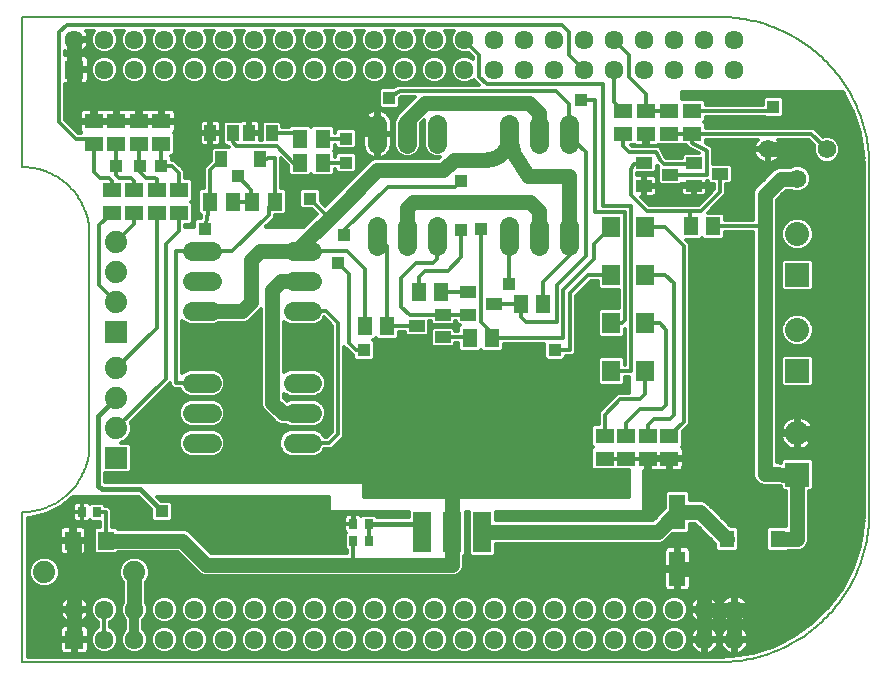
<source format=gtl>
G75*
%MOIN*%
%OFA0B0*%
%FSLAX25Y25*%
%IPPOS*%
%LPD*%
%AMOC8*
5,1,8,0,0,1.08239X$1,22.5*
%
%ADD10C,0.00500*%
%ADD11R,0.06337X0.06337*%
%ADD12C,0.06337*%
%ADD13R,0.48031X0.38386*%
%ADD14R,0.06299X0.13780*%
%ADD15R,0.08000X0.08000*%
%ADD16C,0.08000*%
%ADD17R,0.05000X0.05787*%
%ADD18R,0.05512X0.11811*%
%ADD19R,0.05512X0.06299*%
%ADD20R,0.02756X0.03543*%
%ADD21C,0.07400*%
%ADD22C,0.06400*%
%ADD23R,0.05118X0.06299*%
%ADD24R,0.03937X0.05512*%
%ADD25R,0.05512X0.03937*%
%ADD26R,0.06299X0.05118*%
%ADD27C,0.06140*%
%ADD28R,0.06299X0.07098*%
%ADD29R,0.07400X0.07400*%
%ADD30C,0.01200*%
%ADD31C,0.05000*%
%ADD32R,0.04362X0.04362*%
%ADD33C,0.02400*%
%ADD34C,0.03200*%
%ADD35C,0.01600*%
%ADD36C,0.05150*%
%ADD37R,0.05150X0.05150*%
D10*
X0062500Y0084333D02*
X0062500Y0134333D01*
X0063044Y0134340D01*
X0063587Y0134359D01*
X0064130Y0134392D01*
X0064672Y0134438D01*
X0065212Y0134497D01*
X0065751Y0134569D01*
X0066288Y0134654D01*
X0066823Y0134752D01*
X0067355Y0134863D01*
X0067885Y0134987D01*
X0068411Y0135123D01*
X0068934Y0135272D01*
X0069453Y0135434D01*
X0069968Y0135608D01*
X0070479Y0135795D01*
X0070985Y0135994D01*
X0071486Y0136205D01*
X0071982Y0136428D01*
X0072472Y0136663D01*
X0072956Y0136910D01*
X0073435Y0137169D01*
X0073907Y0137439D01*
X0074372Y0137720D01*
X0074830Y0138012D01*
X0075281Y0138316D01*
X0075725Y0138630D01*
X0076161Y0138955D01*
X0076589Y0139290D01*
X0077009Y0139636D01*
X0077420Y0139992D01*
X0077823Y0140357D01*
X0078217Y0140732D01*
X0078601Y0141116D01*
X0078976Y0141510D01*
X0079341Y0141913D01*
X0079697Y0142324D01*
X0080043Y0142744D01*
X0080378Y0143172D01*
X0080703Y0143608D01*
X0081017Y0144052D01*
X0081321Y0144503D01*
X0081613Y0144961D01*
X0081894Y0145426D01*
X0082164Y0145898D01*
X0082423Y0146377D01*
X0082670Y0146861D01*
X0082905Y0147351D01*
X0083128Y0147847D01*
X0083339Y0148348D01*
X0083538Y0148854D01*
X0083725Y0149365D01*
X0083899Y0149880D01*
X0084061Y0150399D01*
X0084210Y0150922D01*
X0084346Y0151448D01*
X0084470Y0151978D01*
X0084581Y0152510D01*
X0084679Y0153045D01*
X0084764Y0153582D01*
X0084836Y0154121D01*
X0084895Y0154661D01*
X0084941Y0155203D01*
X0084974Y0155746D01*
X0084993Y0156289D01*
X0085000Y0156833D01*
X0085000Y0226833D01*
X0084993Y0227377D01*
X0084974Y0227920D01*
X0084941Y0228463D01*
X0084895Y0229005D01*
X0084836Y0229545D01*
X0084764Y0230084D01*
X0084679Y0230621D01*
X0084581Y0231156D01*
X0084470Y0231688D01*
X0084346Y0232218D01*
X0084210Y0232744D01*
X0084061Y0233267D01*
X0083899Y0233786D01*
X0083725Y0234301D01*
X0083538Y0234812D01*
X0083339Y0235318D01*
X0083128Y0235819D01*
X0082905Y0236315D01*
X0082670Y0236805D01*
X0082423Y0237289D01*
X0082164Y0237768D01*
X0081894Y0238240D01*
X0081613Y0238705D01*
X0081321Y0239163D01*
X0081017Y0239614D01*
X0080703Y0240058D01*
X0080378Y0240494D01*
X0080043Y0240922D01*
X0079697Y0241342D01*
X0079341Y0241753D01*
X0078976Y0242156D01*
X0078601Y0242550D01*
X0078217Y0242934D01*
X0077823Y0243309D01*
X0077420Y0243674D01*
X0077009Y0244030D01*
X0076589Y0244376D01*
X0076161Y0244711D01*
X0075725Y0245036D01*
X0075281Y0245350D01*
X0074830Y0245654D01*
X0074372Y0245946D01*
X0073907Y0246227D01*
X0073435Y0246497D01*
X0072956Y0246756D01*
X0072472Y0247003D01*
X0071982Y0247238D01*
X0071486Y0247461D01*
X0070985Y0247672D01*
X0070479Y0247871D01*
X0069968Y0248058D01*
X0069453Y0248232D01*
X0068934Y0248394D01*
X0068411Y0248543D01*
X0067885Y0248679D01*
X0067355Y0248803D01*
X0066823Y0248914D01*
X0066288Y0249012D01*
X0065751Y0249097D01*
X0065212Y0249169D01*
X0064672Y0249228D01*
X0064130Y0249274D01*
X0063587Y0249307D01*
X0063044Y0249326D01*
X0062500Y0249333D01*
X0062500Y0299333D01*
X0295000Y0299333D01*
X0296208Y0299318D01*
X0297416Y0299275D01*
X0298622Y0299202D01*
X0299826Y0299100D01*
X0301027Y0298968D01*
X0302224Y0298808D01*
X0303418Y0298619D01*
X0304606Y0298402D01*
X0305789Y0298155D01*
X0306966Y0297880D01*
X0308135Y0297577D01*
X0309297Y0297245D01*
X0310451Y0296886D01*
X0311595Y0296499D01*
X0312730Y0296084D01*
X0313855Y0295642D01*
X0314968Y0295173D01*
X0316070Y0294677D01*
X0317160Y0294154D01*
X0318236Y0293606D01*
X0319299Y0293031D01*
X0320348Y0292431D01*
X0321382Y0291806D01*
X0322401Y0291157D01*
X0323403Y0290482D01*
X0324389Y0289784D01*
X0325358Y0289062D01*
X0326309Y0288317D01*
X0327242Y0287549D01*
X0328156Y0286759D01*
X0329051Y0285946D01*
X0329926Y0285113D01*
X0330780Y0284259D01*
X0331613Y0283384D01*
X0332426Y0282489D01*
X0333216Y0281575D01*
X0333984Y0280642D01*
X0334729Y0279691D01*
X0335451Y0278722D01*
X0336149Y0277736D01*
X0336824Y0276734D01*
X0337473Y0275715D01*
X0338098Y0274681D01*
X0338698Y0273632D01*
X0339273Y0272569D01*
X0339821Y0271493D01*
X0340344Y0270403D01*
X0340840Y0269301D01*
X0341309Y0268188D01*
X0341751Y0267063D01*
X0342166Y0265928D01*
X0342553Y0264784D01*
X0342912Y0263630D01*
X0343244Y0262468D01*
X0343547Y0261299D01*
X0343822Y0260122D01*
X0344069Y0258939D01*
X0344286Y0257751D01*
X0344475Y0256557D01*
X0344635Y0255360D01*
X0344767Y0254159D01*
X0344869Y0252955D01*
X0344942Y0251749D01*
X0344985Y0250541D01*
X0345000Y0249333D01*
X0345000Y0134333D01*
X0344985Y0133125D01*
X0344942Y0131917D01*
X0344869Y0130711D01*
X0344767Y0129507D01*
X0344635Y0128306D01*
X0344475Y0127109D01*
X0344286Y0125915D01*
X0344069Y0124727D01*
X0343822Y0123544D01*
X0343547Y0122367D01*
X0343244Y0121198D01*
X0342912Y0120036D01*
X0342553Y0118882D01*
X0342166Y0117738D01*
X0341751Y0116603D01*
X0341309Y0115478D01*
X0340840Y0114365D01*
X0340344Y0113263D01*
X0339821Y0112173D01*
X0339273Y0111097D01*
X0338698Y0110034D01*
X0338098Y0108985D01*
X0337473Y0107951D01*
X0336824Y0106932D01*
X0336149Y0105930D01*
X0335451Y0104944D01*
X0334729Y0103975D01*
X0333984Y0103024D01*
X0333216Y0102091D01*
X0332426Y0101177D01*
X0331613Y0100282D01*
X0330780Y0099407D01*
X0329926Y0098553D01*
X0329051Y0097720D01*
X0328156Y0096907D01*
X0327242Y0096117D01*
X0326309Y0095349D01*
X0325358Y0094604D01*
X0324389Y0093882D01*
X0323403Y0093184D01*
X0322401Y0092509D01*
X0321382Y0091860D01*
X0320348Y0091235D01*
X0319299Y0090635D01*
X0318236Y0090060D01*
X0317160Y0089512D01*
X0316070Y0088989D01*
X0314968Y0088493D01*
X0313855Y0088024D01*
X0312730Y0087582D01*
X0311595Y0087167D01*
X0310451Y0086780D01*
X0309297Y0086421D01*
X0308135Y0086089D01*
X0306966Y0085786D01*
X0305789Y0085511D01*
X0304606Y0085264D01*
X0303418Y0085047D01*
X0302224Y0084858D01*
X0301027Y0084698D01*
X0299826Y0084566D01*
X0298622Y0084464D01*
X0297416Y0084391D01*
X0296208Y0084348D01*
X0295000Y0084333D01*
X0062500Y0084333D01*
D11*
X0080000Y0091833D03*
X0080000Y0281833D03*
D12*
X0090000Y0281833D03*
X0100000Y0281833D03*
X0110000Y0281833D03*
X0120000Y0281833D03*
X0130000Y0281833D03*
X0140000Y0281833D03*
X0150000Y0281833D03*
X0160000Y0281833D03*
X0170000Y0281833D03*
X0180000Y0281833D03*
X0190000Y0281833D03*
X0200000Y0281833D03*
X0210000Y0281833D03*
X0220000Y0281833D03*
X0230000Y0281833D03*
X0240000Y0281833D03*
X0250000Y0281833D03*
X0260000Y0281833D03*
X0270000Y0281833D03*
X0280000Y0281833D03*
X0290000Y0281833D03*
X0300000Y0281833D03*
X0300000Y0291833D03*
X0290000Y0291833D03*
X0280000Y0291833D03*
X0270000Y0291833D03*
X0260000Y0291833D03*
X0250000Y0291833D03*
X0240000Y0291833D03*
X0230000Y0291833D03*
X0220000Y0291833D03*
X0210000Y0291833D03*
X0200000Y0291833D03*
X0190000Y0291833D03*
X0180000Y0291833D03*
X0170000Y0291833D03*
X0160000Y0291833D03*
X0150000Y0291833D03*
X0140000Y0291833D03*
X0130000Y0291833D03*
X0120000Y0291833D03*
X0110000Y0291833D03*
X0100000Y0291833D03*
X0090000Y0291833D03*
X0080000Y0291833D03*
X0080000Y0101833D03*
X0090000Y0101833D03*
X0090000Y0091833D03*
X0100000Y0091833D03*
X0110000Y0091833D03*
X0120000Y0091833D03*
X0130000Y0091833D03*
X0140000Y0091833D03*
X0150000Y0091833D03*
X0160000Y0091833D03*
X0170000Y0091833D03*
X0180000Y0091833D03*
X0190000Y0091833D03*
X0200000Y0091833D03*
X0210000Y0091833D03*
X0220000Y0091833D03*
X0230000Y0091833D03*
X0240000Y0091833D03*
X0250000Y0091833D03*
X0260000Y0091833D03*
X0270000Y0091833D03*
X0280000Y0091833D03*
X0290000Y0091833D03*
X0300000Y0091833D03*
X0300000Y0101833D03*
X0290000Y0101833D03*
X0280000Y0101833D03*
X0270000Y0101833D03*
X0260000Y0101833D03*
X0250000Y0101833D03*
X0240000Y0101833D03*
X0230000Y0101833D03*
X0220000Y0101833D03*
X0210000Y0101833D03*
X0200000Y0101833D03*
X0190000Y0101833D03*
X0180000Y0101833D03*
X0170000Y0101833D03*
X0160000Y0101833D03*
X0150000Y0101833D03*
X0140000Y0101833D03*
X0130000Y0101833D03*
X0120000Y0101833D03*
X0110000Y0101833D03*
X0100000Y0101833D03*
D13*
X0206000Y0168207D03*
D14*
X0206000Y0127755D03*
X0196000Y0127755D03*
X0216000Y0127755D03*
D15*
X0321000Y0146833D03*
X0321000Y0181333D03*
X0321000Y0213333D03*
D16*
X0321000Y0227113D03*
X0321000Y0195113D03*
X0321000Y0160613D03*
D17*
X0314465Y0125333D03*
X0297535Y0125333D03*
D18*
X0281000Y0134282D03*
X0281000Y0115385D03*
D19*
X0090512Y0124833D03*
X0079488Y0124833D03*
D20*
X0082441Y0134333D03*
X0087559Y0134333D03*
X0172941Y0130333D03*
X0178059Y0130333D03*
X0178059Y0124833D03*
X0172941Y0124833D03*
D21*
X0100000Y0114333D03*
X0070000Y0114333D03*
X0094000Y0162333D03*
X0094000Y0172333D03*
X0094000Y0182333D03*
X0094000Y0204333D03*
X0094000Y0214333D03*
X0094000Y0224333D03*
D22*
X0119300Y0221333D02*
X0125700Y0221333D01*
X0125700Y0211333D02*
X0119300Y0211333D01*
X0119300Y0201333D02*
X0125700Y0201333D01*
X0125700Y0177333D02*
X0119300Y0177333D01*
X0119300Y0167333D02*
X0125700Y0167333D01*
X0125700Y0157333D02*
X0119300Y0157333D01*
X0152800Y0157333D02*
X0159200Y0157333D01*
X0159200Y0167333D02*
X0152800Y0167333D01*
X0152800Y0177333D02*
X0159200Y0177333D01*
X0159200Y0201333D02*
X0152800Y0201333D01*
X0152800Y0211333D02*
X0159200Y0211333D01*
X0159200Y0221333D02*
X0152800Y0221333D01*
X0181000Y0223133D02*
X0181000Y0229533D01*
X0191000Y0229533D02*
X0191000Y0223133D01*
X0201000Y0223133D02*
X0201000Y0229533D01*
X0225000Y0229533D02*
X0225000Y0223133D01*
X0235000Y0223133D02*
X0235000Y0229533D01*
X0245000Y0229533D02*
X0245000Y0223133D01*
X0245000Y0257133D02*
X0245000Y0263533D01*
X0235000Y0263533D02*
X0235000Y0257133D01*
X0225000Y0257133D02*
X0225000Y0263533D01*
X0201000Y0263533D02*
X0201000Y0257133D01*
X0191000Y0257133D02*
X0191000Y0263533D01*
X0181000Y0263533D02*
X0181000Y0257133D01*
D23*
X0162740Y0258833D03*
X0155260Y0258833D03*
X0155260Y0250833D03*
X0162740Y0250833D03*
X0146740Y0237833D03*
X0139260Y0237833D03*
X0132740Y0237833D03*
X0125260Y0237833D03*
X0176760Y0196333D03*
X0184240Y0196333D03*
X0194760Y0207833D03*
X0202240Y0207833D03*
X0211760Y0192333D03*
X0219240Y0192333D03*
X0228760Y0203833D03*
X0236240Y0203833D03*
X0285460Y0229633D03*
X0292940Y0229633D03*
D24*
X0145740Y0260664D03*
X0138260Y0260664D03*
X0132740Y0260664D03*
X0125260Y0260664D03*
X0129000Y0252003D03*
X0142000Y0252003D03*
D25*
X0194169Y0196333D03*
X0202831Y0192593D03*
X0202831Y0200073D03*
X0211169Y0200093D03*
X0211169Y0207573D03*
X0219831Y0203833D03*
X0269869Y0243093D03*
X0269869Y0250573D03*
X0278531Y0246833D03*
X0286569Y0243193D03*
X0286569Y0250673D03*
X0295231Y0246933D03*
D26*
X0285900Y0260493D03*
X0285900Y0267973D03*
X0278300Y0267973D03*
X0278300Y0260493D03*
X0270600Y0260493D03*
X0270600Y0267973D03*
X0263000Y0267973D03*
X0263000Y0260493D03*
X0263900Y0159673D03*
X0256700Y0159673D03*
X0256700Y0152193D03*
X0263900Y0152193D03*
X0271100Y0152193D03*
X0278300Y0152193D03*
X0278300Y0159673D03*
X0271100Y0159673D03*
X0115000Y0234093D03*
X0115000Y0241573D03*
X0107500Y0241573D03*
X0107500Y0234093D03*
X0100000Y0234093D03*
X0100000Y0241573D03*
X0092500Y0241573D03*
X0092500Y0234093D03*
X0094000Y0257093D03*
X0094000Y0264573D03*
X0101500Y0264573D03*
X0101500Y0257093D03*
X0109000Y0257093D03*
X0109000Y0264573D03*
X0086500Y0264573D03*
X0086500Y0257093D03*
D27*
X0311157Y0255255D03*
X0321000Y0245412D03*
X0330843Y0255255D03*
D28*
X0270098Y0229333D03*
X0258902Y0229333D03*
X0258902Y0213333D03*
X0270098Y0213333D03*
X0270098Y0197333D03*
X0258902Y0197333D03*
X0258902Y0181333D03*
X0270098Y0181333D03*
D29*
X0094000Y0194333D03*
X0094000Y0152333D03*
D30*
X0099100Y0152847D02*
X0118111Y0152847D01*
X0118385Y0152733D02*
X0126615Y0152733D01*
X0128306Y0153434D01*
X0129600Y0154728D01*
X0130300Y0156418D01*
X0130300Y0158248D01*
X0129600Y0159939D01*
X0128306Y0161233D01*
X0126615Y0161933D01*
X0118385Y0161933D01*
X0116694Y0161233D01*
X0115400Y0159939D01*
X0114700Y0158248D01*
X0114700Y0156418D01*
X0115400Y0154728D01*
X0116694Y0153434D01*
X0118385Y0152733D01*
X0116082Y0154045D02*
X0099100Y0154045D01*
X0099100Y0155244D02*
X0115186Y0155244D01*
X0114700Y0156443D02*
X0099100Y0156443D01*
X0099100Y0156613D02*
X0098280Y0157433D01*
X0095497Y0157433D01*
X0096889Y0158010D01*
X0098324Y0159444D01*
X0099100Y0161319D01*
X0099100Y0163348D01*
X0098732Y0164237D01*
X0112000Y0177505D01*
X0112000Y0176505D01*
X0113172Y0175333D01*
X0115149Y0175333D01*
X0115400Y0174728D01*
X0116694Y0173434D01*
X0118385Y0172733D01*
X0126615Y0172733D01*
X0128306Y0173434D01*
X0129600Y0174728D01*
X0130300Y0176418D01*
X0130300Y0178248D01*
X0129600Y0179939D01*
X0128306Y0181233D01*
X0126615Y0181933D01*
X0118385Y0181933D01*
X0116694Y0181233D01*
X0116000Y0180539D01*
X0116000Y0198128D01*
X0116694Y0197434D01*
X0118385Y0196733D01*
X0126615Y0196733D01*
X0128305Y0197433D01*
X0136776Y0197433D01*
X0138209Y0198027D01*
X0141209Y0201027D01*
X0142100Y0201918D01*
X0142100Y0170058D01*
X0142694Y0168624D01*
X0143791Y0167527D01*
X0147291Y0164027D01*
X0148724Y0163433D01*
X0150195Y0163433D01*
X0151885Y0162733D01*
X0160115Y0162733D01*
X0161806Y0163434D01*
X0163100Y0164728D01*
X0163800Y0166418D01*
X0163800Y0168248D01*
X0163100Y0169939D01*
X0161806Y0171233D01*
X0160115Y0171933D01*
X0151885Y0171933D01*
X0150846Y0171503D01*
X0149900Y0172449D01*
X0149900Y0173728D01*
X0150194Y0173434D01*
X0151885Y0172733D01*
X0160115Y0172733D01*
X0161806Y0173434D01*
X0163100Y0174728D01*
X0163800Y0176418D01*
X0163800Y0178248D01*
X0163100Y0179939D01*
X0161806Y0181233D01*
X0160115Y0181933D01*
X0151885Y0181933D01*
X0150194Y0181233D01*
X0149900Y0180939D01*
X0149900Y0197728D01*
X0150194Y0197434D01*
X0151885Y0196733D01*
X0160115Y0196733D01*
X0161806Y0197434D01*
X0163100Y0198728D01*
X0163298Y0199207D01*
X0166000Y0196505D01*
X0166000Y0161162D01*
X0164172Y0159333D01*
X0163351Y0159333D01*
X0163100Y0159939D01*
X0161806Y0161233D01*
X0160115Y0161933D01*
X0151885Y0161933D01*
X0150194Y0161233D01*
X0148900Y0159939D01*
X0148200Y0158248D01*
X0148200Y0156418D01*
X0148900Y0154728D01*
X0150194Y0153434D01*
X0151885Y0152733D01*
X0160115Y0152733D01*
X0161806Y0153434D01*
X0163100Y0154728D01*
X0163351Y0155333D01*
X0165828Y0155333D01*
X0167000Y0156505D01*
X0170000Y0159505D01*
X0170000Y0189505D01*
X0170672Y0188833D01*
X0172919Y0186586D01*
X0172919Y0185572D01*
X0173739Y0184752D01*
X0179261Y0184752D01*
X0180081Y0185572D01*
X0180081Y0191094D01*
X0179392Y0191784D01*
X0179899Y0191784D01*
X0180500Y0192385D01*
X0181101Y0191784D01*
X0187379Y0191784D01*
X0188199Y0192604D01*
X0188199Y0194333D01*
X0190013Y0194333D01*
X0190013Y0193785D01*
X0190833Y0192965D01*
X0197505Y0192965D01*
X0198325Y0193785D01*
X0198325Y0198093D01*
X0198675Y0198093D01*
X0198675Y0197525D01*
X0199495Y0196705D01*
X0206167Y0196705D01*
X0206987Y0197525D01*
X0206987Y0198093D01*
X0207013Y0198093D01*
X0207013Y0197545D01*
X0207833Y0196725D01*
X0208463Y0196725D01*
X0207801Y0196063D01*
X0207801Y0194593D01*
X0206987Y0194593D01*
X0206987Y0195142D01*
X0206167Y0195962D01*
X0199495Y0195962D01*
X0198675Y0195142D01*
X0198675Y0190045D01*
X0199495Y0189225D01*
X0206167Y0189225D01*
X0206987Y0190045D01*
X0206987Y0190593D01*
X0207801Y0190593D01*
X0207801Y0188604D01*
X0208621Y0187784D01*
X0214899Y0187784D01*
X0215500Y0188385D01*
X0216101Y0187784D01*
X0222379Y0187784D01*
X0223199Y0188604D01*
X0223199Y0190333D01*
X0236619Y0190333D01*
X0236619Y0185672D01*
X0237439Y0184852D01*
X0242961Y0184852D01*
X0243781Y0185672D01*
X0243781Y0186433D01*
X0244473Y0186433D01*
X0245300Y0186433D01*
X0246130Y0186433D01*
X0246130Y0186433D01*
X0246130Y0186433D01*
X0246754Y0187057D01*
X0247302Y0187605D01*
X0247302Y0188485D01*
X0247302Y0189262D01*
X0247302Y0189262D01*
X0247300Y0206505D01*
X0252128Y0211333D01*
X0254352Y0211333D01*
X0254352Y0209204D01*
X0255172Y0208384D01*
X0261500Y0208384D01*
X0261500Y0202283D01*
X0255172Y0202283D01*
X0254352Y0201462D01*
X0254352Y0193204D01*
X0255172Y0192384D01*
X0262631Y0192384D01*
X0263451Y0193204D01*
X0263451Y0195456D01*
X0263500Y0195505D01*
X0263500Y0183333D01*
X0263451Y0183333D01*
X0263451Y0185462D01*
X0262631Y0186283D01*
X0255172Y0186283D01*
X0254352Y0185462D01*
X0254352Y0177204D01*
X0255172Y0176384D01*
X0262631Y0176384D01*
X0263451Y0177204D01*
X0263451Y0179333D01*
X0265000Y0179333D01*
X0265000Y0173933D01*
X0261072Y0173933D01*
X0255872Y0168733D01*
X0254700Y0167562D01*
X0254700Y0163633D01*
X0252970Y0163633D01*
X0252150Y0162812D01*
X0252150Y0156535D01*
X0252752Y0155933D01*
X0252150Y0155332D01*
X0252150Y0149054D01*
X0252970Y0148234D01*
X0265000Y0148234D01*
X0265000Y0139333D01*
X0176500Y0139333D01*
X0176500Y0144333D01*
X0090100Y0144333D01*
X0090100Y0147233D01*
X0098280Y0147233D01*
X0099100Y0148053D01*
X0099100Y0156613D01*
X0097719Y0158840D02*
X0114945Y0158840D01*
X0114700Y0157641D02*
X0095999Y0157641D01*
X0098569Y0160038D02*
X0115499Y0160038D01*
X0116703Y0161237D02*
X0099066Y0161237D01*
X0099100Y0162435D02*
X0166000Y0162435D01*
X0166000Y0161237D02*
X0161797Y0161237D01*
X0163001Y0160038D02*
X0164876Y0160038D01*
X0165000Y0157333D02*
X0156000Y0157333D01*
X0162418Y0154045D02*
X0252150Y0154045D01*
X0252150Y0152847D02*
X0160389Y0152847D01*
X0163314Y0155244D02*
X0252150Y0155244D01*
X0252242Y0156443D02*
X0166938Y0156443D01*
X0168136Y0157641D02*
X0252150Y0157641D01*
X0252150Y0158840D02*
X0169335Y0158840D01*
X0170000Y0160038D02*
X0252150Y0160038D01*
X0252150Y0161237D02*
X0170000Y0161237D01*
X0170000Y0162435D02*
X0252150Y0162435D01*
X0254700Y0163634D02*
X0170000Y0163634D01*
X0170000Y0164832D02*
X0254700Y0164832D01*
X0254700Y0166031D02*
X0170000Y0166031D01*
X0170000Y0167229D02*
X0254700Y0167229D01*
X0255566Y0168428D02*
X0170000Y0168428D01*
X0170000Y0169626D02*
X0256764Y0169626D01*
X0257963Y0170825D02*
X0170000Y0170825D01*
X0170000Y0172023D02*
X0259161Y0172023D01*
X0260360Y0173222D02*
X0170000Y0173222D01*
X0170000Y0174420D02*
X0265000Y0174420D01*
X0265000Y0175619D02*
X0170000Y0175619D01*
X0170000Y0176817D02*
X0254739Y0176817D01*
X0254352Y0178016D02*
X0170000Y0178016D01*
X0170000Y0179214D02*
X0254352Y0179214D01*
X0254352Y0180413D02*
X0170000Y0180413D01*
X0170000Y0181611D02*
X0254352Y0181611D01*
X0254352Y0182810D02*
X0170000Y0182810D01*
X0170000Y0184008D02*
X0254352Y0184008D01*
X0254352Y0185207D02*
X0243316Y0185207D01*
X0243781Y0186405D02*
X0263500Y0186405D01*
X0263500Y0185207D02*
X0263451Y0185207D01*
X0263451Y0184008D02*
X0263500Y0184008D01*
X0265500Y0181333D02*
X0258902Y0181333D01*
X0263451Y0179214D02*
X0265000Y0179214D01*
X0265000Y0178016D02*
X0263451Y0178016D01*
X0263064Y0176817D02*
X0265000Y0176817D01*
X0261900Y0171933D02*
X0256700Y0166733D01*
X0256700Y0159673D01*
X0263900Y0159673D02*
X0263900Y0163933D01*
X0268500Y0168533D01*
X0275900Y0168533D01*
X0277300Y0169933D01*
X0277300Y0195133D01*
X0275100Y0197333D01*
X0270098Y0197333D01*
X0263500Y0198333D02*
X0262500Y0197333D01*
X0258902Y0197333D01*
X0254352Y0197192D02*
X0247301Y0197192D01*
X0247301Y0198390D02*
X0254352Y0198390D01*
X0254352Y0199589D02*
X0247301Y0199589D01*
X0247301Y0200787D02*
X0254352Y0200787D01*
X0254875Y0201986D02*
X0247300Y0201986D01*
X0247300Y0203184D02*
X0261500Y0203184D01*
X0261500Y0204383D02*
X0247300Y0204383D01*
X0247300Y0205581D02*
X0261500Y0205581D01*
X0261500Y0206780D02*
X0247575Y0206780D01*
X0248774Y0207979D02*
X0261500Y0207979D01*
X0258902Y0213333D02*
X0251300Y0213333D01*
X0245300Y0207333D01*
X0245302Y0188433D01*
X0240200Y0188433D01*
X0236619Y0188802D02*
X0223199Y0188802D01*
X0223199Y0190001D02*
X0236619Y0190001D01*
X0236619Y0187604D02*
X0180081Y0187604D01*
X0180081Y0188802D02*
X0207801Y0188802D01*
X0207801Y0190001D02*
X0206943Y0190001D01*
X0202831Y0192593D02*
X0211500Y0192593D01*
X0211760Y0192333D01*
X0215500Y0197833D02*
X0215500Y0228833D01*
X0209000Y0228333D02*
X0209000Y0219333D01*
X0204500Y0214833D01*
X0197000Y0214833D01*
X0194760Y0212593D01*
X0194760Y0207833D01*
X0189000Y0212333D02*
X0194000Y0217333D01*
X0199500Y0217333D01*
X0201000Y0218833D01*
X0201000Y0226333D01*
X0184240Y0223093D02*
X0181000Y0226333D01*
X0184240Y0223093D02*
X0184240Y0196333D01*
X0194169Y0196333D01*
X0198325Y0195993D02*
X0207801Y0195993D01*
X0207801Y0194795D02*
X0206987Y0194795D01*
X0206653Y0197192D02*
X0207366Y0197192D01*
X0211169Y0200093D02*
X0202850Y0200093D01*
X0191740Y0200093D01*
X0189000Y0202833D01*
X0189000Y0212333D01*
X0177000Y0215333D02*
X0177000Y0196573D01*
X0176760Y0196333D01*
X0179976Y0191199D02*
X0198675Y0191199D01*
X0198675Y0192398D02*
X0187993Y0192398D01*
X0188199Y0193596D02*
X0190202Y0193596D01*
X0198137Y0193596D02*
X0198675Y0193596D01*
X0198675Y0194795D02*
X0198325Y0194795D01*
X0198325Y0197192D02*
X0199008Y0197192D01*
X0202831Y0200073D02*
X0202850Y0200093D01*
X0202500Y0207573D02*
X0202240Y0207833D01*
X0202500Y0207573D02*
X0211169Y0207573D01*
X0219831Y0203833D02*
X0228760Y0203833D01*
X0229000Y0203593D01*
X0229000Y0199333D01*
X0230500Y0197833D01*
X0240700Y0197833D01*
X0240700Y0209933D01*
X0245500Y0214733D01*
X0250500Y0219633D01*
X0250500Y0254333D01*
X0245000Y0259833D01*
X0245000Y0260333D01*
X0245000Y0270333D01*
X0240500Y0274833D01*
X0188500Y0274833D01*
X0185000Y0272333D01*
X0188581Y0272433D02*
X0188581Y0269572D01*
X0187761Y0268752D01*
X0182239Y0268752D01*
X0181419Y0269572D01*
X0181419Y0275094D01*
X0182239Y0275914D01*
X0186573Y0275914D01*
X0187203Y0276365D01*
X0187672Y0276833D01*
X0187859Y0276833D01*
X0188012Y0276942D01*
X0188666Y0276833D01*
X0214763Y0276833D01*
X0214220Y0277333D01*
X0214172Y0277333D01*
X0213615Y0277890D01*
X0213043Y0278416D01*
X0212588Y0277960D01*
X0210909Y0277265D01*
X0209091Y0277265D01*
X0207412Y0277960D01*
X0206127Y0279245D01*
X0205431Y0280925D01*
X0205431Y0282742D01*
X0206127Y0284421D01*
X0207412Y0285706D01*
X0209091Y0286402D01*
X0210909Y0286402D01*
X0212588Y0285706D01*
X0213000Y0285294D01*
X0213000Y0286005D01*
X0211497Y0287508D01*
X0210909Y0287265D01*
X0209091Y0287265D01*
X0207412Y0287960D01*
X0206127Y0289245D01*
X0205431Y0290925D01*
X0205431Y0292742D01*
X0206127Y0294421D01*
X0206539Y0294833D01*
X0203461Y0294833D01*
X0203873Y0294421D01*
X0204568Y0292742D01*
X0204568Y0290925D01*
X0203873Y0289245D01*
X0202588Y0287960D01*
X0200909Y0287265D01*
X0199091Y0287265D01*
X0197412Y0287960D01*
X0196127Y0289245D01*
X0195431Y0290925D01*
X0195431Y0292742D01*
X0196127Y0294421D01*
X0196539Y0294833D01*
X0193461Y0294833D01*
X0193873Y0294421D01*
X0194568Y0292742D01*
X0194568Y0290925D01*
X0193873Y0289245D01*
X0192588Y0287960D01*
X0190909Y0287265D01*
X0189091Y0287265D01*
X0187412Y0287960D01*
X0186127Y0289245D01*
X0185431Y0290925D01*
X0185431Y0292742D01*
X0186127Y0294421D01*
X0186539Y0294833D01*
X0183461Y0294833D01*
X0183873Y0294421D01*
X0184568Y0292742D01*
X0184568Y0290925D01*
X0183873Y0289245D01*
X0182588Y0287960D01*
X0180909Y0287265D01*
X0179091Y0287265D01*
X0177412Y0287960D01*
X0176127Y0289245D01*
X0175431Y0290925D01*
X0175431Y0292742D01*
X0176127Y0294421D01*
X0176539Y0294833D01*
X0173461Y0294833D01*
X0173873Y0294421D01*
X0174568Y0292742D01*
X0174568Y0290925D01*
X0173873Y0289245D01*
X0172588Y0287960D01*
X0170909Y0287265D01*
X0169091Y0287265D01*
X0167412Y0287960D01*
X0166127Y0289245D01*
X0165431Y0290925D01*
X0165431Y0292742D01*
X0166127Y0294421D01*
X0166539Y0294833D01*
X0163461Y0294833D01*
X0163873Y0294421D01*
X0164568Y0292742D01*
X0164568Y0290925D01*
X0163873Y0289245D01*
X0162588Y0287960D01*
X0160909Y0287265D01*
X0159091Y0287265D01*
X0157412Y0287960D01*
X0156127Y0289245D01*
X0155431Y0290925D01*
X0155431Y0292742D01*
X0156127Y0294421D01*
X0156539Y0294833D01*
X0153461Y0294833D01*
X0153873Y0294421D01*
X0154568Y0292742D01*
X0154568Y0290925D01*
X0153873Y0289245D01*
X0152588Y0287960D01*
X0150909Y0287265D01*
X0149091Y0287265D01*
X0147412Y0287960D01*
X0146127Y0289245D01*
X0145431Y0290925D01*
X0145431Y0292742D01*
X0146127Y0294421D01*
X0146539Y0294833D01*
X0143461Y0294833D01*
X0143873Y0294421D01*
X0144568Y0292742D01*
X0144568Y0290925D01*
X0143873Y0289245D01*
X0142588Y0287960D01*
X0140909Y0287265D01*
X0139091Y0287265D01*
X0137412Y0287960D01*
X0136127Y0289245D01*
X0135431Y0290925D01*
X0135431Y0292742D01*
X0136127Y0294421D01*
X0136539Y0294833D01*
X0133461Y0294833D01*
X0133873Y0294421D01*
X0134568Y0292742D01*
X0134568Y0290925D01*
X0133873Y0289245D01*
X0132588Y0287960D01*
X0130909Y0287265D01*
X0129091Y0287265D01*
X0127412Y0287960D01*
X0126127Y0289245D01*
X0125431Y0290925D01*
X0125431Y0292742D01*
X0126127Y0294421D01*
X0126539Y0294833D01*
X0123461Y0294833D01*
X0123873Y0294421D01*
X0124568Y0292742D01*
X0124568Y0290925D01*
X0123873Y0289245D01*
X0122588Y0287960D01*
X0120909Y0287265D01*
X0119091Y0287265D01*
X0117412Y0287960D01*
X0116127Y0289245D01*
X0115431Y0290925D01*
X0115431Y0292742D01*
X0116127Y0294421D01*
X0116539Y0294833D01*
X0113461Y0294833D01*
X0113873Y0294421D01*
X0114568Y0292742D01*
X0114568Y0290925D01*
X0113873Y0289245D01*
X0112588Y0287960D01*
X0110909Y0287265D01*
X0109091Y0287265D01*
X0107412Y0287960D01*
X0106127Y0289245D01*
X0105431Y0290925D01*
X0105431Y0292742D01*
X0106127Y0294421D01*
X0106539Y0294833D01*
X0103461Y0294833D01*
X0103873Y0294421D01*
X0104568Y0292742D01*
X0104568Y0290925D01*
X0103873Y0289245D01*
X0102588Y0287960D01*
X0100909Y0287265D01*
X0099091Y0287265D01*
X0097412Y0287960D01*
X0096127Y0289245D01*
X0095431Y0290925D01*
X0095431Y0292742D01*
X0096127Y0294421D01*
X0096539Y0294833D01*
X0093461Y0294833D01*
X0093873Y0294421D01*
X0094568Y0292742D01*
X0094568Y0290925D01*
X0093873Y0289245D01*
X0092588Y0287960D01*
X0090909Y0287265D01*
X0089091Y0287265D01*
X0087412Y0287960D01*
X0086127Y0289245D01*
X0085431Y0290925D01*
X0085431Y0292742D01*
X0086127Y0294421D01*
X0086539Y0294833D01*
X0083715Y0294833D01*
X0084078Y0294333D01*
X0084419Y0293664D01*
X0084651Y0292950D01*
X0084767Y0292218D01*
X0080384Y0292218D01*
X0080384Y0291449D01*
X0080384Y0287066D01*
X0081117Y0287182D01*
X0081830Y0287414D01*
X0082499Y0287755D01*
X0083106Y0288196D01*
X0083637Y0288727D01*
X0084078Y0289334D01*
X0084419Y0290003D01*
X0084651Y0290717D01*
X0084767Y0291449D01*
X0080384Y0291449D01*
X0079616Y0291449D01*
X0079616Y0287066D01*
X0078883Y0287182D01*
X0078170Y0287414D01*
X0077501Y0287755D01*
X0077000Y0288119D01*
X0077000Y0286602D01*
X0079616Y0286602D01*
X0079616Y0282218D01*
X0080384Y0282218D01*
X0080384Y0286602D01*
X0083379Y0286602D01*
X0083786Y0286493D01*
X0084151Y0286282D01*
X0084449Y0285984D01*
X0084659Y0285619D01*
X0084768Y0285212D01*
X0084768Y0282218D01*
X0080384Y0282218D01*
X0080384Y0281449D01*
X0080384Y0277065D01*
X0083379Y0277065D01*
X0083786Y0277174D01*
X0084151Y0277385D01*
X0084449Y0277682D01*
X0084659Y0278047D01*
X0084768Y0278454D01*
X0084768Y0281449D01*
X0080384Y0281449D01*
X0079616Y0281449D01*
X0079616Y0277065D01*
X0077000Y0277065D01*
X0077000Y0265162D01*
X0081328Y0260833D01*
X0082269Y0260833D01*
X0082070Y0261032D01*
X0081859Y0261397D01*
X0081750Y0261804D01*
X0081750Y0263973D01*
X0085900Y0263973D01*
X0085900Y0265173D01*
X0081750Y0265173D01*
X0081750Y0267343D01*
X0081859Y0267750D01*
X0082070Y0268115D01*
X0082368Y0268413D01*
X0082733Y0268623D01*
X0083140Y0268733D01*
X0085900Y0268733D01*
X0085900Y0265174D01*
X0087100Y0265174D01*
X0087100Y0268733D01*
X0089860Y0268733D01*
X0090250Y0268628D01*
X0090640Y0268733D01*
X0093400Y0268733D01*
X0093400Y0265174D01*
X0094600Y0265174D01*
X0094600Y0268733D01*
X0097360Y0268733D01*
X0097750Y0268628D01*
X0098140Y0268733D01*
X0100900Y0268733D01*
X0100900Y0265174D01*
X0102100Y0265174D01*
X0102100Y0268733D01*
X0104860Y0268733D01*
X0105250Y0268628D01*
X0105640Y0268733D01*
X0108400Y0268733D01*
X0108400Y0265174D01*
X0109600Y0265174D01*
X0109600Y0268733D01*
X0112360Y0268733D01*
X0112767Y0268623D01*
X0113132Y0268413D01*
X0113430Y0268115D01*
X0113641Y0267750D01*
X0113750Y0267343D01*
X0113750Y0265173D01*
X0109600Y0265173D01*
X0109600Y0263973D01*
X0113750Y0263973D01*
X0113750Y0261804D01*
X0113641Y0261397D01*
X0113430Y0261032D01*
X0113132Y0260734D01*
X0113078Y0260703D01*
X0113550Y0260232D01*
X0113550Y0253954D01*
X0112730Y0253134D01*
X0112041Y0253134D01*
X0112581Y0252594D01*
X0112581Y0251833D01*
X0113328Y0251833D01*
X0115828Y0249333D01*
X0117000Y0248162D01*
X0117000Y0245533D01*
X0118730Y0245533D01*
X0119550Y0244712D01*
X0119550Y0238435D01*
X0118948Y0237833D01*
X0119550Y0237232D01*
X0119550Y0230954D01*
X0118730Y0230134D01*
X0117000Y0230134D01*
X0117000Y0229333D01*
X0119919Y0229333D01*
X0119919Y0231594D01*
X0120739Y0232414D01*
X0122162Y0232414D01*
X0122332Y0233284D01*
X0122121Y0233284D01*
X0121301Y0234104D01*
X0121301Y0241563D01*
X0122121Y0242383D01*
X0123260Y0242383D01*
X0123260Y0249091D01*
X0125631Y0251463D01*
X0125631Y0255338D01*
X0126452Y0256159D01*
X0131346Y0256159D01*
X0130997Y0256508D01*
X0130192Y0256508D01*
X0129372Y0257328D01*
X0129372Y0264000D01*
X0130192Y0264820D01*
X0135289Y0264820D01*
X0135372Y0264737D01*
X0135674Y0264911D01*
X0136081Y0265020D01*
X0137876Y0265020D01*
X0137876Y0261048D01*
X0138644Y0261048D01*
X0141828Y0261048D01*
X0141828Y0263631D01*
X0141719Y0264038D01*
X0141509Y0264402D01*
X0141211Y0264700D01*
X0140846Y0264911D01*
X0140439Y0265020D01*
X0138644Y0265020D01*
X0138644Y0261048D01*
X0138644Y0260280D01*
X0141828Y0260280D01*
X0141828Y0258333D01*
X0142372Y0258333D01*
X0142372Y0264000D01*
X0143192Y0264820D01*
X0148289Y0264820D01*
X0149109Y0264000D01*
X0149109Y0262664D01*
X0151402Y0262664D01*
X0152121Y0263383D01*
X0158399Y0263383D01*
X0159000Y0262782D01*
X0159601Y0263383D01*
X0165879Y0263383D01*
X0166699Y0262563D01*
X0166699Y0260833D01*
X0166919Y0260833D01*
X0166919Y0261594D01*
X0167739Y0262414D01*
X0173261Y0262414D01*
X0174081Y0261594D01*
X0174081Y0256072D01*
X0173261Y0255252D01*
X0167739Y0255252D01*
X0166919Y0256072D01*
X0166919Y0256833D01*
X0166699Y0256833D01*
X0166699Y0255104D01*
X0166429Y0254833D01*
X0166699Y0254563D01*
X0166699Y0252833D01*
X0166919Y0252833D01*
X0166919Y0253594D01*
X0167739Y0254414D01*
X0173261Y0254414D01*
X0174081Y0253594D01*
X0174081Y0248072D01*
X0173261Y0247252D01*
X0167739Y0247252D01*
X0166919Y0248072D01*
X0166919Y0248833D01*
X0166699Y0248833D01*
X0166699Y0247104D01*
X0165879Y0246284D01*
X0159601Y0246284D01*
X0159000Y0246885D01*
X0158399Y0246284D01*
X0152121Y0246284D01*
X0151301Y0247104D01*
X0151301Y0249704D01*
X0148743Y0252262D01*
X0148782Y0251545D01*
X0148740Y0251497D01*
X0148740Y0242383D01*
X0149879Y0242383D01*
X0150699Y0241563D01*
X0150699Y0234104D01*
X0149879Y0233284D01*
X0147000Y0233284D01*
X0147000Y0232505D01*
X0146983Y0232488D01*
X0146983Y0232464D01*
X0146400Y0231905D01*
X0145828Y0231333D01*
X0145805Y0231333D01*
X0143721Y0229333D01*
X0156485Y0229333D01*
X0160828Y0233677D01*
X0159253Y0235252D01*
X0155739Y0235252D01*
X0154919Y0236072D01*
X0154919Y0241594D01*
X0155739Y0242414D01*
X0161261Y0242414D01*
X0162081Y0241594D01*
X0162081Y0238081D01*
X0163656Y0236505D01*
X0177694Y0250542D01*
X0178791Y0251640D01*
X0180224Y0252233D01*
X0201385Y0252233D01*
X0201685Y0252533D01*
X0200085Y0252533D01*
X0198394Y0253234D01*
X0197100Y0254528D01*
X0196400Y0256218D01*
X0196400Y0264448D01*
X0196591Y0264909D01*
X0195600Y0263918D01*
X0195600Y0256218D01*
X0194900Y0254528D01*
X0193606Y0253234D01*
X0191915Y0252533D01*
X0190085Y0252533D01*
X0188394Y0253234D01*
X0187100Y0254528D01*
X0186400Y0256218D01*
X0186400Y0264448D01*
X0187100Y0266139D01*
X0187475Y0266513D01*
X0187694Y0267042D01*
X0193485Y0272833D01*
X0189141Y0272833D01*
X0188581Y0272433D01*
X0188952Y0272698D02*
X0193349Y0272698D01*
X0192151Y0271500D02*
X0188581Y0271500D01*
X0188581Y0270301D02*
X0190952Y0270301D01*
X0189754Y0269103D02*
X0188111Y0269103D01*
X0188555Y0267904D02*
X0182995Y0267904D01*
X0182843Y0267982D02*
X0182124Y0268215D01*
X0181400Y0268330D01*
X0181400Y0260733D01*
X0185800Y0260733D01*
X0185800Y0263911D01*
X0185682Y0264657D01*
X0185448Y0265376D01*
X0185105Y0266049D01*
X0184661Y0266660D01*
X0184127Y0267195D01*
X0183516Y0267639D01*
X0182843Y0267982D01*
X0181400Y0267904D02*
X0180600Y0267904D01*
X0180600Y0268330D02*
X0179876Y0268215D01*
X0179157Y0267982D01*
X0178484Y0267639D01*
X0177873Y0267195D01*
X0177339Y0266660D01*
X0176895Y0266049D01*
X0176552Y0265376D01*
X0176318Y0264657D01*
X0176200Y0263911D01*
X0176200Y0260733D01*
X0180600Y0260733D01*
X0180600Y0259933D01*
X0181400Y0259933D01*
X0181400Y0252337D01*
X0182124Y0252452D01*
X0182843Y0252685D01*
X0183516Y0253028D01*
X0184127Y0253472D01*
X0184661Y0254006D01*
X0185105Y0254618D01*
X0185448Y0255291D01*
X0185682Y0256009D01*
X0185800Y0256756D01*
X0185800Y0259933D01*
X0181400Y0259933D01*
X0181400Y0260733D01*
X0180600Y0260733D01*
X0180600Y0268330D01*
X0181889Y0269103D02*
X0077000Y0269103D01*
X0077000Y0270301D02*
X0181419Y0270301D01*
X0181419Y0271500D02*
X0077000Y0271500D01*
X0077000Y0272698D02*
X0181419Y0272698D01*
X0181419Y0273897D02*
X0077000Y0273897D01*
X0077000Y0275095D02*
X0181420Y0275095D01*
X0180909Y0277265D02*
X0179091Y0277265D01*
X0177412Y0277960D01*
X0176127Y0279245D01*
X0175431Y0280925D01*
X0175431Y0282742D01*
X0176127Y0284421D01*
X0177412Y0285706D01*
X0179091Y0286402D01*
X0180909Y0286402D01*
X0182588Y0285706D01*
X0183873Y0284421D01*
X0184568Y0282742D01*
X0184568Y0280925D01*
X0183873Y0279245D01*
X0182588Y0277960D01*
X0180909Y0277265D01*
X0181458Y0277492D02*
X0188542Y0277492D01*
X0189091Y0277265D02*
X0190909Y0277265D01*
X0192588Y0277960D01*
X0193873Y0279245D01*
X0194568Y0280925D01*
X0194568Y0282742D01*
X0193873Y0284421D01*
X0192588Y0285706D01*
X0190909Y0286402D01*
X0189091Y0286402D01*
X0187412Y0285706D01*
X0186127Y0284421D01*
X0185431Y0282742D01*
X0185431Y0280925D01*
X0186127Y0279245D01*
X0187412Y0277960D01*
X0189091Y0277265D01*
X0187104Y0276294D02*
X0077000Y0276294D01*
X0079616Y0277492D02*
X0080384Y0277492D01*
X0080384Y0278691D02*
X0079616Y0278691D01*
X0079616Y0279889D02*
X0080384Y0279889D01*
X0080384Y0281088D02*
X0079616Y0281088D01*
X0079616Y0282286D02*
X0080384Y0282286D01*
X0080384Y0283485D02*
X0079616Y0283485D01*
X0079616Y0284683D02*
X0080384Y0284683D01*
X0080384Y0285882D02*
X0079616Y0285882D01*
X0079616Y0287080D02*
X0080384Y0287080D01*
X0080473Y0287080D02*
X0211925Y0287080D01*
X0212164Y0285882D02*
X0213000Y0285882D01*
X0215000Y0286833D02*
X0210000Y0291833D01*
X0205431Y0291874D02*
X0204568Y0291874D01*
X0204465Y0290676D02*
X0205535Y0290676D01*
X0206031Y0289477D02*
X0203969Y0289477D01*
X0202906Y0288279D02*
X0207094Y0288279D01*
X0207836Y0285882D02*
X0202164Y0285882D01*
X0202588Y0285706D02*
X0200909Y0286402D01*
X0199091Y0286402D01*
X0197412Y0285706D01*
X0196127Y0284421D01*
X0195431Y0282742D01*
X0195431Y0280925D01*
X0196127Y0279245D01*
X0197412Y0277960D01*
X0199091Y0277265D01*
X0200909Y0277265D01*
X0202588Y0277960D01*
X0203873Y0279245D01*
X0204568Y0280925D01*
X0204568Y0282742D01*
X0203873Y0284421D01*
X0202588Y0285706D01*
X0203611Y0284683D02*
X0206389Y0284683D01*
X0205739Y0283485D02*
X0204261Y0283485D01*
X0204568Y0282286D02*
X0205431Y0282286D01*
X0205431Y0281088D02*
X0204568Y0281088D01*
X0204140Y0279889D02*
X0205860Y0279889D01*
X0206682Y0278691D02*
X0203318Y0278691D01*
X0201458Y0277492D02*
X0208542Y0277492D01*
X0211458Y0277492D02*
X0214013Y0277492D01*
X0215000Y0279333D02*
X0215000Y0286833D01*
X0215000Y0279333D02*
X0217500Y0277033D01*
X0256300Y0277033D01*
X0256200Y0267533D01*
X0256200Y0236333D01*
X0265500Y0236333D01*
X0265500Y0181333D01*
X0270098Y0181333D02*
X0270098Y0173532D01*
X0268500Y0171933D01*
X0261900Y0171933D01*
X0271100Y0163333D02*
X0271100Y0159673D01*
X0271100Y0163333D02*
X0273100Y0165333D01*
X0278500Y0165333D01*
X0279700Y0166533D01*
X0279700Y0210533D01*
X0276900Y0213333D01*
X0270098Y0213333D01*
X0254352Y0210376D02*
X0251171Y0210376D01*
X0249972Y0209177D02*
X0254379Y0209177D01*
X0253300Y0218533D02*
X0253300Y0223832D01*
X0258902Y0229333D01*
X0263500Y0234333D02*
X0253500Y0234333D01*
X0253500Y0271833D01*
X0249000Y0271833D01*
X0250000Y0281833D02*
X0245000Y0286833D01*
X0245000Y0294333D01*
X0242500Y0296833D01*
X0077500Y0296833D01*
X0075000Y0294333D01*
X0075000Y0264333D01*
X0080500Y0258833D01*
X0086260Y0258833D01*
X0086500Y0257093D01*
X0086500Y0247833D01*
X0088500Y0245833D01*
X0091500Y0245833D01*
X0092500Y0244833D01*
X0092500Y0241573D01*
X0095000Y0245833D02*
X0094000Y0246833D01*
X0094000Y0249833D01*
X0094000Y0257093D01*
X0093400Y0263973D02*
X0089250Y0263973D01*
X0087100Y0263973D01*
X0087100Y0265173D01*
X0093400Y0265173D01*
X0093400Y0263973D01*
X0093400Y0264309D02*
X0087100Y0264309D01*
X0087100Y0265507D02*
X0085900Y0265507D01*
X0085900Y0264309D02*
X0077853Y0264309D01*
X0077000Y0265507D02*
X0081750Y0265507D01*
X0081750Y0266706D02*
X0077000Y0266706D01*
X0077000Y0267904D02*
X0081948Y0267904D01*
X0085900Y0267904D02*
X0087100Y0267904D01*
X0087100Y0266706D02*
X0085900Y0266706D01*
X0081750Y0263110D02*
X0079052Y0263110D01*
X0080250Y0261912D02*
X0081750Y0261912D01*
X0093400Y0265507D02*
X0094600Y0265507D01*
X0094600Y0265173D02*
X0098750Y0265173D01*
X0100900Y0265173D01*
X0100900Y0263973D01*
X0094600Y0263973D01*
X0094600Y0265173D01*
X0094600Y0264309D02*
X0100900Y0264309D01*
X0100900Y0265507D02*
X0102100Y0265507D01*
X0102100Y0265173D02*
X0106250Y0265173D01*
X0108400Y0265173D01*
X0108400Y0263973D01*
X0102100Y0263973D01*
X0102100Y0265173D01*
X0102100Y0264309D02*
X0108400Y0264309D01*
X0108400Y0265507D02*
X0109600Y0265507D01*
X0109600Y0264309D02*
X0121957Y0264309D01*
X0122011Y0264402D02*
X0121800Y0264038D01*
X0121691Y0263631D01*
X0121691Y0261048D01*
X0124876Y0261048D01*
X0124876Y0260280D01*
X0125644Y0260280D01*
X0125644Y0261048D01*
X0128828Y0261048D01*
X0128828Y0263631D01*
X0128719Y0264038D01*
X0128509Y0264402D01*
X0128211Y0264700D01*
X0127846Y0264911D01*
X0127439Y0265020D01*
X0125644Y0265020D01*
X0125644Y0261048D01*
X0124876Y0261048D01*
X0124876Y0265020D01*
X0123081Y0265020D01*
X0122674Y0264911D01*
X0122309Y0264700D01*
X0122011Y0264402D01*
X0121691Y0263110D02*
X0113750Y0263110D01*
X0113750Y0261912D02*
X0121691Y0261912D01*
X0121691Y0260280D02*
X0121691Y0257697D01*
X0121800Y0257291D01*
X0122011Y0256926D01*
X0122309Y0256628D01*
X0122674Y0256417D01*
X0123081Y0256308D01*
X0124876Y0256308D01*
X0124876Y0260280D01*
X0121691Y0260280D01*
X0121691Y0259514D02*
X0113550Y0259514D01*
X0113550Y0258316D02*
X0121691Y0258316D01*
X0121900Y0257117D02*
X0113550Y0257117D01*
X0113550Y0255919D02*
X0126212Y0255919D01*
X0125644Y0256308D02*
X0127439Y0256308D01*
X0127846Y0256417D01*
X0128211Y0256628D01*
X0128509Y0256926D01*
X0128719Y0257291D01*
X0128828Y0257697D01*
X0128828Y0260280D01*
X0125644Y0260280D01*
X0125644Y0256308D01*
X0125644Y0257117D02*
X0124876Y0257117D01*
X0124876Y0258316D02*
X0125644Y0258316D01*
X0125644Y0259514D02*
X0124876Y0259514D01*
X0124876Y0260713D02*
X0113095Y0260713D01*
X0113750Y0265507D02*
X0176619Y0265507D01*
X0176263Y0264309D02*
X0148800Y0264309D01*
X0149109Y0263110D02*
X0151848Y0263110D01*
X0153429Y0260664D02*
X0145740Y0260664D01*
X0142372Y0260713D02*
X0138644Y0260713D01*
X0138260Y0260664D02*
X0138260Y0270593D01*
X0139000Y0271333D01*
X0139091Y0277265D02*
X0137412Y0277960D01*
X0136127Y0279245D01*
X0135431Y0280925D01*
X0135431Y0282742D01*
X0136127Y0284421D01*
X0137412Y0285706D01*
X0139091Y0286402D01*
X0140909Y0286402D01*
X0142588Y0285706D01*
X0143873Y0284421D01*
X0144568Y0282742D01*
X0144568Y0280925D01*
X0143873Y0279245D01*
X0142588Y0277960D01*
X0140909Y0277265D01*
X0139091Y0277265D01*
X0138542Y0277492D02*
X0131458Y0277492D01*
X0130909Y0277265D02*
X0132588Y0277960D01*
X0133873Y0279245D01*
X0134568Y0280925D01*
X0134568Y0282742D01*
X0133873Y0284421D01*
X0132588Y0285706D01*
X0130909Y0286402D01*
X0129091Y0286402D01*
X0127412Y0285706D01*
X0126127Y0284421D01*
X0125431Y0282742D01*
X0125431Y0280925D01*
X0126127Y0279245D01*
X0127412Y0277960D01*
X0129091Y0277265D01*
X0130909Y0277265D01*
X0128542Y0277492D02*
X0121458Y0277492D01*
X0120909Y0277265D02*
X0122588Y0277960D01*
X0123873Y0279245D01*
X0124568Y0280925D01*
X0124568Y0282742D01*
X0123873Y0284421D01*
X0122588Y0285706D01*
X0120909Y0286402D01*
X0119091Y0286402D01*
X0117412Y0285706D01*
X0116127Y0284421D01*
X0115431Y0282742D01*
X0115431Y0280925D01*
X0116127Y0279245D01*
X0117412Y0277960D01*
X0119091Y0277265D01*
X0120909Y0277265D01*
X0118542Y0277492D02*
X0111458Y0277492D01*
X0110909Y0277265D02*
X0112588Y0277960D01*
X0113873Y0279245D01*
X0114568Y0280925D01*
X0114568Y0282742D01*
X0113873Y0284421D01*
X0112588Y0285706D01*
X0110909Y0286402D01*
X0109091Y0286402D01*
X0107412Y0285706D01*
X0106127Y0284421D01*
X0105431Y0282742D01*
X0105431Y0280925D01*
X0106127Y0279245D01*
X0107412Y0277960D01*
X0109091Y0277265D01*
X0110909Y0277265D01*
X0108542Y0277492D02*
X0101458Y0277492D01*
X0100909Y0277265D02*
X0102588Y0277960D01*
X0103873Y0279245D01*
X0104568Y0280925D01*
X0104568Y0282742D01*
X0103873Y0284421D01*
X0102588Y0285706D01*
X0100909Y0286402D01*
X0099091Y0286402D01*
X0097412Y0285706D01*
X0096127Y0284421D01*
X0095431Y0282742D01*
X0095431Y0280925D01*
X0096127Y0279245D01*
X0097412Y0277960D01*
X0099091Y0277265D01*
X0100909Y0277265D01*
X0098542Y0277492D02*
X0091458Y0277492D01*
X0090909Y0277265D02*
X0092588Y0277960D01*
X0093873Y0279245D01*
X0094568Y0280925D01*
X0094568Y0282742D01*
X0093873Y0284421D01*
X0092588Y0285706D01*
X0090909Y0286402D01*
X0089091Y0286402D01*
X0087412Y0285706D01*
X0086127Y0284421D01*
X0085431Y0282742D01*
X0085431Y0280925D01*
X0086127Y0279245D01*
X0087412Y0277960D01*
X0089091Y0277265D01*
X0090909Y0277265D01*
X0088542Y0277492D02*
X0084259Y0277492D01*
X0084768Y0278691D02*
X0086682Y0278691D01*
X0085860Y0279889D02*
X0084768Y0279889D01*
X0084768Y0281088D02*
X0085431Y0281088D01*
X0085431Y0282286D02*
X0084768Y0282286D01*
X0084768Y0283485D02*
X0085739Y0283485D01*
X0086389Y0284683D02*
X0084768Y0284683D01*
X0084508Y0285882D02*
X0087836Y0285882D01*
X0087094Y0288279D02*
X0083189Y0288279D01*
X0084151Y0289477D02*
X0086031Y0289477D01*
X0085535Y0290676D02*
X0084638Y0290676D01*
X0085431Y0291874D02*
X0080384Y0291874D01*
X0080384Y0290676D02*
X0079616Y0290676D01*
X0079616Y0289477D02*
X0080384Y0289477D01*
X0080384Y0288279D02*
X0079616Y0288279D01*
X0079527Y0287080D02*
X0077000Y0287080D01*
X0084611Y0293073D02*
X0085569Y0293073D01*
X0086065Y0294271D02*
X0084110Y0294271D01*
X0092906Y0288279D02*
X0097094Y0288279D01*
X0096031Y0289477D02*
X0093969Y0289477D01*
X0094465Y0290676D02*
X0095535Y0290676D01*
X0095431Y0291874D02*
X0094568Y0291874D01*
X0094431Y0293073D02*
X0095569Y0293073D01*
X0096065Y0294271D02*
X0093935Y0294271D01*
X0103935Y0294271D02*
X0106065Y0294271D01*
X0105569Y0293073D02*
X0104431Y0293073D01*
X0104568Y0291874D02*
X0105431Y0291874D01*
X0105535Y0290676D02*
X0104465Y0290676D01*
X0103969Y0289477D02*
X0106031Y0289477D01*
X0107094Y0288279D02*
X0102906Y0288279D01*
X0102164Y0285882D02*
X0107836Y0285882D01*
X0106389Y0284683D02*
X0103611Y0284683D01*
X0104261Y0283485D02*
X0105739Y0283485D01*
X0105431Y0282286D02*
X0104568Y0282286D01*
X0104568Y0281088D02*
X0105431Y0281088D01*
X0105860Y0279889D02*
X0104140Y0279889D01*
X0103318Y0278691D02*
X0106682Y0278691D01*
X0113318Y0278691D02*
X0116682Y0278691D01*
X0115860Y0279889D02*
X0114140Y0279889D01*
X0114568Y0281088D02*
X0115431Y0281088D01*
X0115431Y0282286D02*
X0114568Y0282286D01*
X0114261Y0283485D02*
X0115739Y0283485D01*
X0116389Y0284683D02*
X0113611Y0284683D01*
X0112164Y0285882D02*
X0117836Y0285882D01*
X0117094Y0288279D02*
X0112906Y0288279D01*
X0113969Y0289477D02*
X0116031Y0289477D01*
X0115535Y0290676D02*
X0114465Y0290676D01*
X0114568Y0291874D02*
X0115431Y0291874D01*
X0115569Y0293073D02*
X0114431Y0293073D01*
X0113935Y0294271D02*
X0116065Y0294271D01*
X0123935Y0294271D02*
X0126065Y0294271D01*
X0125569Y0293073D02*
X0124431Y0293073D01*
X0124568Y0291874D02*
X0125431Y0291874D01*
X0125535Y0290676D02*
X0124465Y0290676D01*
X0123969Y0289477D02*
X0126031Y0289477D01*
X0127094Y0288279D02*
X0122906Y0288279D01*
X0122164Y0285882D02*
X0127836Y0285882D01*
X0126389Y0284683D02*
X0123611Y0284683D01*
X0124261Y0283485D02*
X0125739Y0283485D01*
X0125431Y0282286D02*
X0124568Y0282286D01*
X0124568Y0281088D02*
X0125431Y0281088D01*
X0125860Y0279889D02*
X0124140Y0279889D01*
X0123318Y0278691D02*
X0126682Y0278691D01*
X0133318Y0278691D02*
X0136682Y0278691D01*
X0135860Y0279889D02*
X0134140Y0279889D01*
X0134568Y0281088D02*
X0135431Y0281088D01*
X0135431Y0282286D02*
X0134568Y0282286D01*
X0134261Y0283485D02*
X0135739Y0283485D01*
X0136389Y0284683D02*
X0133611Y0284683D01*
X0132164Y0285882D02*
X0137836Y0285882D01*
X0137094Y0288279D02*
X0132906Y0288279D01*
X0133969Y0289477D02*
X0136031Y0289477D01*
X0135535Y0290676D02*
X0134465Y0290676D01*
X0134568Y0291874D02*
X0135431Y0291874D01*
X0135569Y0293073D02*
X0134431Y0293073D01*
X0133935Y0294271D02*
X0136065Y0294271D01*
X0143935Y0294271D02*
X0146065Y0294271D01*
X0145569Y0293073D02*
X0144431Y0293073D01*
X0144568Y0291874D02*
X0145431Y0291874D01*
X0145535Y0290676D02*
X0144465Y0290676D01*
X0143969Y0289477D02*
X0146031Y0289477D01*
X0147094Y0288279D02*
X0142906Y0288279D01*
X0142164Y0285882D02*
X0147836Y0285882D01*
X0147412Y0285706D02*
X0146127Y0284421D01*
X0145431Y0282742D01*
X0145431Y0280925D01*
X0146127Y0279245D01*
X0147412Y0277960D01*
X0149091Y0277265D01*
X0150909Y0277265D01*
X0152588Y0277960D01*
X0153873Y0279245D01*
X0154568Y0280925D01*
X0154568Y0282742D01*
X0153873Y0284421D01*
X0152588Y0285706D01*
X0150909Y0286402D01*
X0149091Y0286402D01*
X0147412Y0285706D01*
X0146389Y0284683D02*
X0143611Y0284683D01*
X0144261Y0283485D02*
X0145739Y0283485D01*
X0145431Y0282286D02*
X0144568Y0282286D01*
X0144568Y0281088D02*
X0145431Y0281088D01*
X0145860Y0279889D02*
X0144140Y0279889D01*
X0143318Y0278691D02*
X0146682Y0278691D01*
X0148542Y0277492D02*
X0141458Y0277492D01*
X0151458Y0277492D02*
X0158542Y0277492D01*
X0159091Y0277265D02*
X0160909Y0277265D01*
X0162588Y0277960D01*
X0163873Y0279245D01*
X0164568Y0280925D01*
X0164568Y0282742D01*
X0163873Y0284421D01*
X0162588Y0285706D01*
X0160909Y0286402D01*
X0159091Y0286402D01*
X0157412Y0285706D01*
X0156127Y0284421D01*
X0155431Y0282742D01*
X0155431Y0280925D01*
X0156127Y0279245D01*
X0157412Y0277960D01*
X0159091Y0277265D01*
X0161458Y0277492D02*
X0168542Y0277492D01*
X0169091Y0277265D02*
X0170909Y0277265D01*
X0172588Y0277960D01*
X0173873Y0279245D01*
X0174568Y0280925D01*
X0174568Y0282742D01*
X0173873Y0284421D01*
X0172588Y0285706D01*
X0170909Y0286402D01*
X0169091Y0286402D01*
X0167412Y0285706D01*
X0166127Y0284421D01*
X0165431Y0282742D01*
X0165431Y0280925D01*
X0166127Y0279245D01*
X0167412Y0277960D01*
X0169091Y0277265D01*
X0171458Y0277492D02*
X0178542Y0277492D01*
X0176682Y0278691D02*
X0173318Y0278691D01*
X0174140Y0279889D02*
X0175860Y0279889D01*
X0175431Y0281088D02*
X0174568Y0281088D01*
X0174568Y0282286D02*
X0175431Y0282286D01*
X0175739Y0283485D02*
X0174261Y0283485D01*
X0173611Y0284683D02*
X0176389Y0284683D01*
X0177836Y0285882D02*
X0172164Y0285882D01*
X0172906Y0288279D02*
X0177094Y0288279D01*
X0176031Y0289477D02*
X0173969Y0289477D01*
X0174465Y0290676D02*
X0175535Y0290676D01*
X0175431Y0291874D02*
X0174568Y0291874D01*
X0174431Y0293073D02*
X0175569Y0293073D01*
X0176065Y0294271D02*
X0173935Y0294271D01*
X0167094Y0288279D02*
X0162906Y0288279D01*
X0163969Y0289477D02*
X0166031Y0289477D01*
X0165535Y0290676D02*
X0164465Y0290676D01*
X0164568Y0291874D02*
X0165431Y0291874D01*
X0165569Y0293073D02*
X0164431Y0293073D01*
X0163935Y0294271D02*
X0166065Y0294271D01*
X0156065Y0294271D02*
X0153935Y0294271D01*
X0154431Y0293073D02*
X0155569Y0293073D01*
X0155431Y0291874D02*
X0154568Y0291874D01*
X0154465Y0290676D02*
X0155535Y0290676D01*
X0156031Y0289477D02*
X0153969Y0289477D01*
X0152906Y0288279D02*
X0157094Y0288279D01*
X0157836Y0285882D02*
X0152164Y0285882D01*
X0153611Y0284683D02*
X0156389Y0284683D01*
X0155739Y0283485D02*
X0154261Y0283485D01*
X0154568Y0282286D02*
X0155431Y0282286D01*
X0155431Y0281088D02*
X0154568Y0281088D01*
X0154140Y0279889D02*
X0155860Y0279889D01*
X0156682Y0278691D02*
X0153318Y0278691D01*
X0162164Y0285882D02*
X0167836Y0285882D01*
X0166389Y0284683D02*
X0163611Y0284683D01*
X0164261Y0283485D02*
X0165739Y0283485D01*
X0165431Y0282286D02*
X0164568Y0282286D01*
X0164568Y0281088D02*
X0165431Y0281088D01*
X0165860Y0279889D02*
X0164140Y0279889D01*
X0163318Y0278691D02*
X0166682Y0278691D01*
X0177384Y0266706D02*
X0113750Y0266706D01*
X0113552Y0267904D02*
X0179005Y0267904D01*
X0180600Y0266706D02*
X0181400Y0266706D01*
X0181400Y0265507D02*
X0180600Y0265507D01*
X0180600Y0264309D02*
X0181400Y0264309D01*
X0181400Y0263110D02*
X0180600Y0263110D01*
X0180600Y0261912D02*
X0181400Y0261912D01*
X0181400Y0260713D02*
X0186400Y0260713D01*
X0186400Y0261912D02*
X0185800Y0261912D01*
X0185800Y0263110D02*
X0186400Y0263110D01*
X0186400Y0264309D02*
X0185737Y0264309D01*
X0185381Y0265507D02*
X0186839Y0265507D01*
X0187554Y0266706D02*
X0184616Y0266706D01*
X0180600Y0260713D02*
X0174081Y0260713D01*
X0174081Y0259514D02*
X0176200Y0259514D01*
X0176200Y0259933D02*
X0176200Y0256756D01*
X0176318Y0256009D01*
X0176552Y0255291D01*
X0176895Y0254618D01*
X0177339Y0254006D01*
X0177873Y0253472D01*
X0178484Y0253028D01*
X0179157Y0252685D01*
X0179876Y0252452D01*
X0180600Y0252337D01*
X0180600Y0259933D01*
X0176200Y0259933D01*
X0176200Y0258316D02*
X0174081Y0258316D01*
X0174081Y0257117D02*
X0176200Y0257117D01*
X0176348Y0255919D02*
X0173928Y0255919D01*
X0174081Y0253522D02*
X0177823Y0253522D01*
X0176842Y0254720D02*
X0166542Y0254720D01*
X0166699Y0253522D02*
X0166919Y0253522D01*
X0167072Y0255919D02*
X0166699Y0255919D01*
X0170500Y0258833D02*
X0162740Y0258833D01*
X0166699Y0261912D02*
X0167236Y0261912D01*
X0166152Y0263110D02*
X0176200Y0263110D01*
X0176200Y0261912D02*
X0173764Y0261912D01*
X0180600Y0259514D02*
X0181400Y0259514D01*
X0181400Y0258316D02*
X0180600Y0258316D01*
X0180600Y0257117D02*
X0181400Y0257117D01*
X0181400Y0255919D02*
X0180600Y0255919D01*
X0180600Y0254720D02*
X0181400Y0254720D01*
X0181400Y0253522D02*
X0180600Y0253522D01*
X0178276Y0251125D02*
X0174081Y0251125D01*
X0174081Y0252323D02*
X0201475Y0252323D01*
X0198106Y0253522D02*
X0193894Y0253522D01*
X0194980Y0254720D02*
X0197020Y0254720D01*
X0196524Y0255919D02*
X0195476Y0255919D01*
X0195600Y0257117D02*
X0196400Y0257117D01*
X0196400Y0258316D02*
X0195600Y0258316D01*
X0195600Y0259514D02*
X0196400Y0259514D01*
X0196400Y0260713D02*
X0195600Y0260713D01*
X0195600Y0261912D02*
X0196400Y0261912D01*
X0196400Y0263110D02*
X0195600Y0263110D01*
X0195991Y0264309D02*
X0196400Y0264309D01*
X0186400Y0259514D02*
X0185800Y0259514D01*
X0185800Y0258316D02*
X0186400Y0258316D01*
X0186400Y0257117D02*
X0185800Y0257117D01*
X0185652Y0255919D02*
X0186524Y0255919D01*
X0187020Y0254720D02*
X0185158Y0254720D01*
X0184177Y0253522D02*
X0188106Y0253522D01*
X0184500Y0242833D02*
X0207000Y0242833D01*
X0209000Y0244833D01*
X0225000Y0226333D02*
X0225000Y0210333D01*
X0236240Y0211073D02*
X0236240Y0203833D01*
X0236240Y0211073D02*
X0245000Y0219833D01*
X0245000Y0226333D01*
X0253300Y0218533D02*
X0243000Y0208233D01*
X0243000Y0192333D01*
X0219240Y0192333D01*
X0219240Y0194093D01*
X0215500Y0197833D01*
X0198719Y0190001D02*
X0180081Y0190001D01*
X0180081Y0186405D02*
X0236619Y0186405D01*
X0237084Y0185207D02*
X0179716Y0185207D01*
X0176500Y0188333D02*
X0174000Y0188333D01*
X0171500Y0190833D01*
X0171500Y0213833D01*
X0168000Y0217333D01*
X0171000Y0221333D02*
X0177000Y0215333D01*
X0171000Y0221333D02*
X0156000Y0221333D01*
X0156703Y0229552D02*
X0143949Y0229552D01*
X0145197Y0230750D02*
X0157901Y0230750D01*
X0159100Y0231949D02*
X0146446Y0231949D01*
X0147000Y0233147D02*
X0160298Y0233147D01*
X0160159Y0234346D02*
X0150699Y0234346D01*
X0150699Y0235544D02*
X0155447Y0235544D01*
X0154919Y0236743D02*
X0150699Y0236743D01*
X0150699Y0237941D02*
X0154919Y0237941D01*
X0154919Y0239140D02*
X0150699Y0239140D01*
X0150699Y0240338D02*
X0154919Y0240338D01*
X0154919Y0241537D02*
X0150699Y0241537D01*
X0148740Y0242735D02*
X0169887Y0242735D01*
X0171085Y0243934D02*
X0148740Y0243934D01*
X0148740Y0245132D02*
X0172284Y0245132D01*
X0173482Y0246331D02*
X0165926Y0246331D01*
X0166699Y0247529D02*
X0167462Y0247529D01*
X0166919Y0248728D02*
X0166699Y0248728D01*
X0170500Y0250833D02*
X0162740Y0250833D01*
X0159554Y0246331D02*
X0158446Y0246331D01*
X0155260Y0250833D02*
X0153000Y0250833D01*
X0147500Y0256333D01*
X0134000Y0256333D01*
X0132740Y0257593D01*
X0132740Y0260664D01*
X0129372Y0260713D02*
X0125644Y0260713D01*
X0125260Y0260664D02*
X0125260Y0271093D01*
X0123000Y0271333D01*
X0121000Y0270833D02*
X0120500Y0271333D01*
X0124876Y0264309D02*
X0125644Y0264309D01*
X0125644Y0263110D02*
X0124876Y0263110D01*
X0124876Y0261912D02*
X0125644Y0261912D01*
X0128828Y0261912D02*
X0129372Y0261912D01*
X0129372Y0263110D02*
X0128828Y0263110D01*
X0128563Y0264309D02*
X0129680Y0264309D01*
X0129372Y0259514D02*
X0128828Y0259514D01*
X0128828Y0258316D02*
X0129372Y0258316D01*
X0129582Y0257117D02*
X0128619Y0257117D01*
X0125631Y0254720D02*
X0113550Y0254720D01*
X0113117Y0253522D02*
X0125631Y0253522D01*
X0125631Y0252323D02*
X0112581Y0252323D01*
X0114037Y0251125D02*
X0125294Y0251125D01*
X0124095Y0249926D02*
X0115235Y0249926D01*
X0116434Y0248728D02*
X0123260Y0248728D01*
X0123260Y0247529D02*
X0117000Y0247529D01*
X0117000Y0246331D02*
X0123260Y0246331D01*
X0123260Y0245132D02*
X0119130Y0245132D01*
X0119550Y0243934D02*
X0123260Y0243934D01*
X0123260Y0242735D02*
X0119550Y0242735D01*
X0119550Y0241537D02*
X0121301Y0241537D01*
X0121301Y0240338D02*
X0119550Y0240338D01*
X0119550Y0239140D02*
X0121301Y0239140D01*
X0121301Y0237941D02*
X0119056Y0237941D01*
X0119550Y0236743D02*
X0121301Y0236743D01*
X0121301Y0235544D02*
X0119550Y0235544D01*
X0119550Y0234346D02*
X0121301Y0234346D01*
X0122306Y0233147D02*
X0119550Y0233147D01*
X0119550Y0231949D02*
X0120273Y0231949D01*
X0119919Y0230750D02*
X0119346Y0230750D01*
X0119919Y0229552D02*
X0117000Y0229552D01*
X0115000Y0228033D02*
X0110500Y0223533D01*
X0110500Y0178833D01*
X0094000Y0162333D01*
X0098982Y0163634D02*
X0116494Y0163634D01*
X0116694Y0163434D02*
X0118385Y0162733D01*
X0126615Y0162733D01*
X0128306Y0163434D01*
X0129600Y0164728D01*
X0130300Y0166418D01*
X0130300Y0168248D01*
X0129600Y0169939D01*
X0128306Y0171233D01*
X0126615Y0171933D01*
X0118385Y0171933D01*
X0116694Y0171233D01*
X0115400Y0169939D01*
X0114700Y0168248D01*
X0114700Y0166418D01*
X0115400Y0164728D01*
X0116694Y0163434D01*
X0115357Y0164832D02*
X0099327Y0164832D01*
X0100526Y0166031D02*
X0114861Y0166031D01*
X0114700Y0167229D02*
X0101724Y0167229D01*
X0102923Y0168428D02*
X0114774Y0168428D01*
X0115271Y0169626D02*
X0104121Y0169626D01*
X0105320Y0170825D02*
X0116286Y0170825D01*
X0117206Y0173222D02*
X0107717Y0173222D01*
X0108915Y0174420D02*
X0115708Y0174420D01*
X0112886Y0175619D02*
X0110114Y0175619D01*
X0111312Y0176817D02*
X0112000Y0176817D01*
X0114000Y0177333D02*
X0122500Y0177333D01*
X0127794Y0173222D02*
X0142100Y0173222D01*
X0142100Y0174420D02*
X0129292Y0174420D01*
X0129969Y0175619D02*
X0142100Y0175619D01*
X0142100Y0176817D02*
X0130300Y0176817D01*
X0130300Y0178016D02*
X0142100Y0178016D01*
X0142100Y0179214D02*
X0129900Y0179214D01*
X0129126Y0180413D02*
X0142100Y0180413D01*
X0142100Y0181611D02*
X0127393Y0181611D01*
X0117607Y0181611D02*
X0116000Y0181611D01*
X0116000Y0182810D02*
X0142100Y0182810D01*
X0142100Y0184008D02*
X0116000Y0184008D01*
X0116000Y0185207D02*
X0142100Y0185207D01*
X0142100Y0186405D02*
X0116000Y0186405D01*
X0116000Y0187604D02*
X0142100Y0187604D01*
X0142100Y0188802D02*
X0116000Y0188802D01*
X0116000Y0190001D02*
X0142100Y0190001D01*
X0142100Y0191199D02*
X0116000Y0191199D01*
X0116000Y0192398D02*
X0142100Y0192398D01*
X0142100Y0193596D02*
X0116000Y0193596D01*
X0116000Y0194795D02*
X0142100Y0194795D01*
X0142100Y0195993D02*
X0116000Y0195993D01*
X0116000Y0197192D02*
X0117278Y0197192D01*
X0107500Y0195833D02*
X0094000Y0182333D01*
X0106518Y0172023D02*
X0142100Y0172023D01*
X0142100Y0170825D02*
X0128714Y0170825D01*
X0129729Y0169626D02*
X0142279Y0169626D01*
X0142890Y0168428D02*
X0130226Y0168428D01*
X0130300Y0167229D02*
X0144089Y0167229D01*
X0145287Y0166031D02*
X0130139Y0166031D01*
X0129643Y0164832D02*
X0146486Y0164832D01*
X0148241Y0163634D02*
X0128506Y0163634D01*
X0128297Y0161237D02*
X0150203Y0161237D01*
X0148999Y0160038D02*
X0129501Y0160038D01*
X0130055Y0158840D02*
X0148445Y0158840D01*
X0148200Y0157641D02*
X0130300Y0157641D01*
X0130300Y0156443D02*
X0148200Y0156443D01*
X0148686Y0155244D02*
X0129814Y0155244D01*
X0128918Y0154045D02*
X0149582Y0154045D01*
X0151611Y0152847D02*
X0126889Y0152847D01*
X0111861Y0138114D02*
X0108830Y0138114D01*
X0107611Y0139333D01*
X0165000Y0139333D01*
X0165000Y0134333D01*
X0191450Y0134333D01*
X0191450Y0132533D01*
X0180837Y0132533D01*
X0180837Y0132685D01*
X0180017Y0133505D01*
X0176101Y0133505D01*
X0175630Y0133034D01*
X0175599Y0133087D01*
X0175301Y0133385D01*
X0174936Y0133596D01*
X0174530Y0133705D01*
X0173030Y0133705D01*
X0173030Y0130422D01*
X0172852Y0130422D01*
X0172852Y0130244D01*
X0169963Y0130244D01*
X0169963Y0128351D01*
X0170072Y0127944D01*
X0170283Y0127579D01*
X0170420Y0127442D01*
X0170163Y0127185D01*
X0170163Y0122482D01*
X0170964Y0121681D01*
X0170971Y0120733D01*
X0125615Y0120733D01*
X0118209Y0128140D01*
X0116776Y0128733D01*
X0094497Y0128733D01*
X0093848Y0129383D01*
X0092500Y0129383D01*
X0092500Y0135162D01*
X0091328Y0136333D01*
X0090337Y0136333D01*
X0090337Y0136685D01*
X0089517Y0137505D01*
X0085601Y0137505D01*
X0085130Y0137034D01*
X0085099Y0137087D01*
X0084801Y0137385D01*
X0084436Y0137596D01*
X0084030Y0137705D01*
X0082530Y0137705D01*
X0082530Y0134422D01*
X0082352Y0134422D01*
X0082352Y0134244D01*
X0082530Y0134244D01*
X0082530Y0130962D01*
X0084030Y0130962D01*
X0084436Y0131071D01*
X0084801Y0131281D01*
X0085099Y0131579D01*
X0085130Y0131633D01*
X0085601Y0131162D01*
X0088500Y0131162D01*
X0088500Y0129383D01*
X0087176Y0129383D01*
X0086356Y0128563D01*
X0086356Y0121104D01*
X0087176Y0120284D01*
X0093848Y0120284D01*
X0094497Y0120933D01*
X0114385Y0120933D01*
X0120694Y0114624D01*
X0121791Y0113527D01*
X0123224Y0112933D01*
X0206776Y0112933D01*
X0208209Y0113527D01*
X0209306Y0114624D01*
X0209900Y0116058D01*
X0209900Y0119635D01*
X0210550Y0120285D01*
X0210550Y0134333D01*
X0211450Y0134333D01*
X0211450Y0120285D01*
X0212270Y0119465D01*
X0219730Y0119465D01*
X0220550Y0120285D01*
X0220550Y0123855D01*
X0275248Y0123855D01*
X0276682Y0124448D01*
X0277779Y0125545D01*
X0279210Y0126977D01*
X0284336Y0126977D01*
X0285156Y0127797D01*
X0285156Y0130410D01*
X0286900Y0130422D01*
X0293635Y0123713D01*
X0293635Y0121860D01*
X0294456Y0121040D01*
X0300615Y0121040D01*
X0301435Y0121860D01*
X0301435Y0124562D01*
X0301437Y0124565D01*
X0301435Y0125339D01*
X0301435Y0128807D01*
X0300615Y0129627D01*
X0298751Y0129627D01*
X0291795Y0136556D01*
X0291791Y0136565D01*
X0291246Y0137103D01*
X0290703Y0137644D01*
X0290694Y0137648D01*
X0290687Y0137655D01*
X0289976Y0137943D01*
X0289268Y0138235D01*
X0289258Y0138235D01*
X0289249Y0138239D01*
X0288483Y0138233D01*
X0287717Y0138232D01*
X0287707Y0138228D01*
X0285156Y0138211D01*
X0285156Y0140768D01*
X0284336Y0141588D01*
X0282500Y0141588D01*
X0282500Y0148422D01*
X0282730Y0148652D01*
X0282941Y0149017D01*
X0283050Y0149423D01*
X0283050Y0151593D01*
X0282500Y0151593D01*
X0282500Y0152793D01*
X0283050Y0152793D01*
X0283050Y0154963D01*
X0282941Y0155370D01*
X0282730Y0155735D01*
X0282500Y0155965D01*
X0282500Y0156185D01*
X0282850Y0156535D01*
X0282850Y0161395D01*
X0285100Y0163645D01*
X0285100Y0223762D01*
X0283928Y0224933D01*
X0283778Y0225084D01*
X0288599Y0225084D01*
X0289200Y0225685D01*
X0289801Y0225084D01*
X0296079Y0225084D01*
X0296899Y0225904D01*
X0296899Y0227633D01*
X0306300Y0227633D01*
X0306300Y0223063D01*
X0306225Y0222988D01*
X0306225Y0216679D01*
X0306300Y0216604D01*
X0306300Y0147069D01*
X0306286Y0146330D01*
X0306300Y0146295D01*
X0306300Y0146258D01*
X0306583Y0145574D01*
X0306853Y0144886D01*
X0306879Y0144859D01*
X0306894Y0144824D01*
X0307417Y0144301D01*
X0307930Y0143769D01*
X0307964Y0143754D01*
X0307991Y0143727D01*
X0308674Y0143444D01*
X0309352Y0143148D01*
X0309390Y0143148D01*
X0309424Y0143133D01*
X0310164Y0143133D01*
X0315600Y0143033D01*
X0315600Y0142253D01*
X0316420Y0141433D01*
X0317100Y0141433D01*
X0317100Y0134333D01*
X0294026Y0134333D01*
X0291795Y0136556D01*
X0291791Y0136565D01*
X0291246Y0137103D01*
X0290703Y0137644D01*
X0290694Y0137648D01*
X0290687Y0137655D01*
X0289976Y0137943D01*
X0289268Y0138235D01*
X0289258Y0138235D01*
X0289249Y0138239D01*
X0288483Y0138233D01*
X0287717Y0138232D01*
X0287707Y0138228D01*
X0285156Y0138211D01*
X0285156Y0140768D01*
X0284336Y0141588D01*
X0277664Y0141588D01*
X0276844Y0140768D01*
X0276844Y0135642D01*
X0272857Y0131655D01*
X0220550Y0131655D01*
X0220550Y0134333D01*
X0270000Y0134333D01*
X0270000Y0148034D01*
X0270500Y0148034D01*
X0270500Y0151593D01*
X0271700Y0151593D01*
X0271700Y0148034D01*
X0274460Y0148034D01*
X0274700Y0148098D01*
X0274940Y0148034D01*
X0277700Y0148034D01*
X0277700Y0151593D01*
X0278900Y0151593D01*
X0278900Y0148034D01*
X0281660Y0148034D01*
X0282067Y0148143D01*
X0282432Y0148354D01*
X0282730Y0148652D01*
X0282941Y0149017D01*
X0283050Y0149423D01*
X0283050Y0151593D01*
X0278900Y0151593D01*
X0278900Y0152793D01*
X0283050Y0152793D01*
X0283050Y0154963D01*
X0282941Y0155370D01*
X0282730Y0155735D01*
X0282432Y0156033D01*
X0282378Y0156063D01*
X0282850Y0156535D01*
X0282850Y0159333D01*
X0306300Y0159333D01*
X0306300Y0147069D01*
X0306286Y0146330D01*
X0306300Y0146295D01*
X0306300Y0146258D01*
X0306583Y0145574D01*
X0306853Y0144886D01*
X0306879Y0144859D01*
X0306894Y0144824D01*
X0307417Y0144301D01*
X0307930Y0143769D01*
X0307964Y0143754D01*
X0307991Y0143727D01*
X0308674Y0143444D01*
X0309352Y0143148D01*
X0309390Y0143148D01*
X0309424Y0143133D01*
X0310164Y0143133D01*
X0315600Y0143033D01*
X0315600Y0142253D01*
X0316420Y0141433D01*
X0317100Y0141433D01*
X0317100Y0129627D01*
X0311385Y0129627D01*
X0310565Y0128807D01*
X0310565Y0121860D01*
X0311385Y0121040D01*
X0317544Y0121040D01*
X0317938Y0121433D01*
X0321776Y0121433D01*
X0323209Y0122027D01*
X0324306Y0123124D01*
X0324900Y0124558D01*
X0324900Y0141433D01*
X0325580Y0141433D01*
X0326400Y0142253D01*
X0326400Y0151413D01*
X0325580Y0152233D01*
X0316420Y0152233D01*
X0315600Y0151413D01*
X0315600Y0150834D01*
X0314100Y0150862D01*
X0314100Y0216604D01*
X0314175Y0216679D01*
X0314175Y0222988D01*
X0314100Y0223063D01*
X0314100Y0238518D01*
X0317094Y0241512D01*
X0318735Y0241512D01*
X0320111Y0240942D01*
X0321889Y0240942D01*
X0323532Y0241623D01*
X0324790Y0242880D01*
X0325470Y0244523D01*
X0325470Y0246301D01*
X0324790Y0247944D01*
X0323532Y0249202D01*
X0321889Y0249882D01*
X0320111Y0249882D01*
X0318735Y0249312D01*
X0314703Y0249312D01*
X0313270Y0248718D01*
X0312172Y0247621D01*
X0307991Y0243440D01*
X0306894Y0242342D01*
X0306300Y0240909D01*
X0306300Y0231633D01*
X0296899Y0231633D01*
X0296899Y0233363D01*
X0296079Y0234183D01*
X0291178Y0234183D01*
X0297231Y0240236D01*
X0297231Y0243565D01*
X0298567Y0243565D01*
X0299387Y0244385D01*
X0299387Y0249482D01*
X0298567Y0250302D01*
X0293000Y0250302D01*
X0293000Y0254361D01*
X0293159Y0254680D01*
X0293000Y0255158D01*
X0293000Y0255662D01*
X0292748Y0255914D01*
X0292635Y0256252D01*
X0292185Y0256477D01*
X0291828Y0256833D01*
X0291472Y0256833D01*
X0290443Y0257348D01*
X0290450Y0257354D01*
X0290450Y0258493D01*
X0307792Y0258493D01*
X0307595Y0258297D01*
X0307163Y0257702D01*
X0306830Y0257047D01*
X0306602Y0256348D01*
X0306487Y0255622D01*
X0306487Y0255590D01*
X0310822Y0255590D01*
X0310822Y0254920D01*
X0306487Y0254920D01*
X0306487Y0254887D01*
X0306602Y0254161D01*
X0306830Y0253462D01*
X0307163Y0252807D01*
X0307595Y0252212D01*
X0308115Y0251692D01*
X0308710Y0251260D01*
X0309365Y0250927D01*
X0310064Y0250700D01*
X0310790Y0250585D01*
X0310822Y0250584D01*
X0310822Y0254919D01*
X0311493Y0254919D01*
X0311493Y0254920D02*
X0311493Y0255590D01*
X0315828Y0255590D01*
X0315828Y0255622D01*
X0315713Y0256348D01*
X0315485Y0257047D01*
X0315152Y0257702D01*
X0314720Y0258297D01*
X0314523Y0258493D01*
X0324776Y0258493D01*
X0326593Y0256676D01*
X0326372Y0256144D01*
X0326372Y0254365D01*
X0327053Y0252722D01*
X0328310Y0251465D01*
X0329953Y0250785D01*
X0331732Y0250785D01*
X0333375Y0251465D01*
X0334632Y0252722D01*
X0335000Y0253611D01*
X0335000Y0229333D01*
X0325925Y0229333D01*
X0325578Y0230172D01*
X0324059Y0231691D01*
X0322074Y0232513D01*
X0319926Y0232513D01*
X0317941Y0231691D01*
X0316422Y0230172D01*
X0316075Y0229333D01*
X0314100Y0229333D01*
X0314100Y0238518D01*
X0317094Y0241512D01*
X0318735Y0241512D01*
X0320111Y0240942D01*
X0321889Y0240942D01*
X0323532Y0241623D01*
X0324790Y0242880D01*
X0325470Y0244523D01*
X0325470Y0246301D01*
X0324790Y0247944D01*
X0323532Y0249202D01*
X0321889Y0249882D01*
X0320111Y0249882D01*
X0318735Y0249312D01*
X0314703Y0249312D01*
X0313270Y0248718D01*
X0312172Y0247621D01*
X0307991Y0243440D01*
X0307991Y0243440D01*
X0306894Y0242342D01*
X0306300Y0240909D01*
X0306300Y0231633D01*
X0296899Y0231633D01*
X0296899Y0233363D01*
X0296079Y0234183D01*
X0291178Y0234183D01*
X0297231Y0240236D01*
X0297231Y0243565D01*
X0298567Y0243565D01*
X0299387Y0244385D01*
X0299387Y0249482D01*
X0298567Y0250302D01*
X0293000Y0250302D01*
X0293000Y0254361D01*
X0293159Y0254680D01*
X0293000Y0255158D01*
X0293000Y0255662D01*
X0292748Y0255914D01*
X0292635Y0256252D01*
X0292185Y0256477D01*
X0291828Y0256833D01*
X0291472Y0256833D01*
X0290443Y0257348D01*
X0290450Y0257354D01*
X0290450Y0258493D01*
X0307792Y0258493D01*
X0307595Y0258297D01*
X0307163Y0257702D01*
X0306830Y0257047D01*
X0306602Y0256348D01*
X0306487Y0255622D01*
X0306487Y0255590D01*
X0310822Y0255590D01*
X0310822Y0254920D01*
X0306487Y0254920D01*
X0306487Y0254887D01*
X0306602Y0254161D01*
X0306830Y0253462D01*
X0307163Y0252807D01*
X0307595Y0252212D01*
X0308115Y0251692D01*
X0308710Y0251260D01*
X0309365Y0250927D01*
X0310064Y0250700D01*
X0310790Y0250585D01*
X0310822Y0250584D01*
X0310822Y0254919D01*
X0311493Y0254919D01*
X0311493Y0254920D02*
X0315828Y0254920D01*
X0315828Y0254887D01*
X0315713Y0254161D01*
X0315485Y0253462D01*
X0315152Y0252807D01*
X0314720Y0252212D01*
X0314200Y0251692D01*
X0313605Y0251260D01*
X0312950Y0250927D01*
X0312251Y0250700D01*
X0311525Y0250585D01*
X0311493Y0250585D01*
X0311493Y0254919D01*
X0311493Y0254920D02*
X0311493Y0255590D01*
X0315828Y0255590D01*
X0315828Y0255622D01*
X0315713Y0256348D01*
X0315485Y0257047D01*
X0315152Y0257702D01*
X0314720Y0258297D01*
X0314523Y0258493D01*
X0324776Y0258493D01*
X0326593Y0256676D01*
X0326372Y0256144D01*
X0326372Y0254365D01*
X0327053Y0252722D01*
X0328310Y0251465D01*
X0329953Y0250785D01*
X0331732Y0250785D01*
X0333375Y0251465D01*
X0334632Y0252722D01*
X0335313Y0254365D01*
X0335313Y0256144D01*
X0334632Y0257787D01*
X0333375Y0259044D01*
X0331732Y0259725D01*
X0329953Y0259725D01*
X0329421Y0259504D01*
X0327604Y0261322D01*
X0326432Y0262493D01*
X0290450Y0262493D01*
X0290450Y0263632D01*
X0289848Y0264233D01*
X0290450Y0264835D01*
X0290450Y0265973D01*
X0310018Y0265973D01*
X0310239Y0265752D01*
X0315761Y0265752D01*
X0316581Y0266572D01*
X0316581Y0272094D01*
X0315761Y0272914D01*
X0310239Y0272914D01*
X0309419Y0272094D01*
X0309419Y0269973D01*
X0290450Y0269973D01*
X0290450Y0271112D01*
X0289630Y0271933D01*
X0282500Y0271933D01*
X0282500Y0274333D01*
X0336135Y0274333D01*
X0339485Y0267760D01*
X0341820Y0260574D01*
X0343002Y0253111D01*
X0343150Y0249333D01*
X0343150Y0134333D01*
X0343002Y0130556D01*
X0341820Y0123093D01*
X0339485Y0115907D01*
X0336055Y0109175D01*
X0331614Y0103062D01*
X0326271Y0097720D01*
X0320158Y0093279D01*
X0313426Y0089849D01*
X0306240Y0087514D01*
X0298778Y0086332D01*
X0295000Y0086183D01*
X0064350Y0086183D01*
X0064350Y0132483D01*
X0065244Y0132483D01*
X0070593Y0133704D01*
X0075537Y0136085D01*
X0079610Y0139333D01*
X0101389Y0139333D01*
X0105519Y0135203D01*
X0105519Y0131772D01*
X0106339Y0130952D01*
X0111861Y0130952D01*
X0112681Y0131772D01*
X0112681Y0137294D01*
X0111861Y0138114D01*
X0112681Y0137266D02*
X0165000Y0137266D01*
X0165000Y0136068D02*
X0112681Y0136068D01*
X0112681Y0134869D02*
X0165000Y0134869D01*
X0165000Y0138465D02*
X0108480Y0138465D01*
X0104654Y0136068D02*
X0091594Y0136068D01*
X0092500Y0134869D02*
X0105519Y0134869D01*
X0105519Y0133671D02*
X0092500Y0133671D01*
X0092500Y0132472D02*
X0105519Y0132472D01*
X0106017Y0131274D02*
X0092500Y0131274D01*
X0092500Y0130075D02*
X0169963Y0130075D01*
X0169963Y0130422D02*
X0172852Y0130422D01*
X0172852Y0133705D01*
X0171352Y0133705D01*
X0170945Y0133596D01*
X0170581Y0133385D01*
X0170283Y0133087D01*
X0170072Y0132723D01*
X0169963Y0132316D01*
X0169963Y0130422D01*
X0169441Y0130333D02*
X0172941Y0130333D01*
X0172852Y0131274D02*
X0173030Y0131274D01*
X0173030Y0132472D02*
X0172852Y0132472D01*
X0172852Y0133671D02*
X0173030Y0133671D01*
X0174657Y0133671D02*
X0191450Y0133671D01*
X0178059Y0130333D02*
X0178059Y0124833D01*
X0172941Y0124833D02*
X0173000Y0116833D01*
X0170959Y0121686D02*
X0124663Y0121686D01*
X0123465Y0122884D02*
X0170163Y0122884D01*
X0170163Y0124083D02*
X0122266Y0124083D01*
X0121068Y0125281D02*
X0170163Y0125281D01*
X0170163Y0126480D02*
X0119869Y0126480D01*
X0118670Y0127678D02*
X0170226Y0127678D01*
X0169963Y0128877D02*
X0094354Y0128877D01*
X0090500Y0125333D02*
X0090500Y0134333D01*
X0087559Y0134333D01*
X0085363Y0137266D02*
X0084920Y0137266D01*
X0082530Y0137266D02*
X0082352Y0137266D01*
X0082352Y0137705D02*
X0080852Y0137705D01*
X0080445Y0137596D01*
X0080081Y0137385D01*
X0079783Y0137087D01*
X0079572Y0136723D01*
X0079463Y0136316D01*
X0079463Y0134422D01*
X0082352Y0134422D01*
X0082352Y0137705D01*
X0082500Y0138133D02*
X0082500Y0134392D01*
X0082441Y0134333D01*
X0079488Y0134381D01*
X0079488Y0124833D01*
X0078888Y0125281D02*
X0064350Y0125281D01*
X0064350Y0124083D02*
X0075132Y0124083D01*
X0075132Y0124233D02*
X0075132Y0121473D01*
X0075241Y0121066D01*
X0075452Y0120701D01*
X0075750Y0120403D01*
X0076115Y0120193D01*
X0076522Y0120084D01*
X0078888Y0120084D01*
X0078888Y0124233D01*
X0080088Y0124233D01*
X0080088Y0120084D01*
X0082455Y0120084D01*
X0082862Y0120193D01*
X0083227Y0120403D01*
X0083524Y0120701D01*
X0083735Y0121066D01*
X0083844Y0121473D01*
X0083844Y0124233D01*
X0080088Y0124233D01*
X0080088Y0125433D01*
X0083844Y0125433D01*
X0083844Y0128194D01*
X0083735Y0128601D01*
X0083524Y0128965D01*
X0083227Y0129263D01*
X0082862Y0129474D01*
X0082455Y0129583D01*
X0080088Y0129583D01*
X0080088Y0125433D01*
X0078888Y0125433D01*
X0078888Y0124233D01*
X0075132Y0124233D01*
X0075132Y0125433D02*
X0075132Y0128194D01*
X0075241Y0128601D01*
X0075452Y0128965D01*
X0075750Y0129263D01*
X0076115Y0129474D01*
X0076522Y0129583D01*
X0078888Y0129583D01*
X0078888Y0125433D01*
X0075132Y0125433D01*
X0075132Y0126480D02*
X0064350Y0126480D01*
X0064350Y0127678D02*
X0075132Y0127678D01*
X0075401Y0128877D02*
X0064350Y0128877D01*
X0064350Y0130075D02*
X0088500Y0130075D01*
X0086670Y0128877D02*
X0083576Y0128877D01*
X0083844Y0127678D02*
X0086356Y0127678D01*
X0086356Y0126480D02*
X0083844Y0126480D01*
X0083844Y0124083D02*
X0086356Y0124083D01*
X0086356Y0125281D02*
X0080088Y0125281D01*
X0080088Y0124083D02*
X0078888Y0124083D01*
X0078888Y0122884D02*
X0080088Y0122884D01*
X0080088Y0121686D02*
X0078888Y0121686D01*
X0078888Y0120487D02*
X0080088Y0120487D01*
X0083310Y0120487D02*
X0086973Y0120487D01*
X0086356Y0121686D02*
X0083844Y0121686D01*
X0083844Y0122884D02*
X0086356Y0122884D01*
X0080088Y0126480D02*
X0078888Y0126480D01*
X0078888Y0127678D02*
X0080088Y0127678D01*
X0080088Y0128877D02*
X0078888Y0128877D01*
X0080094Y0131274D02*
X0064350Y0131274D01*
X0064350Y0132472D02*
X0079463Y0132472D01*
X0079463Y0132351D02*
X0079572Y0131944D01*
X0079783Y0131579D01*
X0080081Y0131281D01*
X0080445Y0131071D01*
X0080852Y0130962D01*
X0082352Y0130962D01*
X0082352Y0134244D01*
X0079463Y0134244D01*
X0079463Y0132351D01*
X0079463Y0133671D02*
X0070446Y0133671D01*
X0070593Y0133704D02*
X0070593Y0133704D01*
X0073012Y0134869D02*
X0079463Y0134869D01*
X0079463Y0136068D02*
X0075501Y0136068D01*
X0075537Y0136085D02*
X0075537Y0136085D01*
X0077018Y0137266D02*
X0079962Y0137266D01*
X0078521Y0138465D02*
X0102257Y0138465D01*
X0103456Y0137266D02*
X0089756Y0137266D01*
X0092500Y0138133D02*
X0082500Y0138133D01*
X0082530Y0136068D02*
X0082352Y0136068D01*
X0082352Y0134869D02*
X0082530Y0134869D01*
X0082530Y0133671D02*
X0082352Y0133671D01*
X0082352Y0132472D02*
X0082530Y0132472D01*
X0082530Y0131274D02*
X0082352Y0131274D01*
X0084788Y0131274D02*
X0085489Y0131274D01*
X0092500Y0138133D02*
X0100900Y0129733D01*
X0120100Y0129733D01*
X0127500Y0122333D01*
X0161441Y0122333D01*
X0169441Y0130333D01*
X0169963Y0131274D02*
X0112183Y0131274D01*
X0112681Y0132472D02*
X0170005Y0132472D01*
X0171225Y0133671D02*
X0112681Y0133671D01*
X0114831Y0120487D02*
X0094051Y0120487D01*
X0096544Y0118090D02*
X0073456Y0118090D01*
X0072889Y0118657D02*
X0071014Y0119433D01*
X0068986Y0119433D01*
X0067111Y0118657D01*
X0065676Y0117222D01*
X0064900Y0115348D01*
X0064900Y0113319D01*
X0065676Y0111444D01*
X0067111Y0110010D01*
X0068986Y0109233D01*
X0071014Y0109233D01*
X0072889Y0110010D01*
X0074324Y0111444D01*
X0075100Y0113319D01*
X0075100Y0115348D01*
X0074324Y0117222D01*
X0072889Y0118657D01*
X0071364Y0119289D02*
X0098636Y0119289D01*
X0098986Y0119433D02*
X0097111Y0118657D01*
X0095676Y0117222D01*
X0094900Y0115348D01*
X0094900Y0113319D01*
X0095676Y0111444D01*
X0096100Y0111021D01*
X0096100Y0104356D01*
X0095431Y0102742D01*
X0095431Y0100925D01*
X0096127Y0099245D01*
X0097000Y0098372D01*
X0097000Y0095294D01*
X0096127Y0094421D01*
X0095431Y0092742D01*
X0095431Y0090925D01*
X0096127Y0089245D01*
X0097412Y0087960D01*
X0099091Y0087265D01*
X0100909Y0087265D01*
X0102588Y0087960D01*
X0103873Y0089245D01*
X0104568Y0090925D01*
X0104568Y0092742D01*
X0103873Y0094421D01*
X0103000Y0095294D01*
X0103000Y0098372D01*
X0103873Y0099245D01*
X0104568Y0100925D01*
X0104568Y0102742D01*
X0103900Y0104356D01*
X0103900Y0111021D01*
X0104324Y0111444D01*
X0105100Y0113319D01*
X0105100Y0115348D01*
X0104324Y0117222D01*
X0102889Y0118657D01*
X0101014Y0119433D01*
X0098986Y0119433D01*
X0101364Y0119289D02*
X0116029Y0119289D01*
X0117228Y0118090D02*
X0103456Y0118090D01*
X0104461Y0116892D02*
X0118426Y0116892D01*
X0119625Y0115693D02*
X0104957Y0115693D01*
X0105100Y0114495D02*
X0120823Y0114495D01*
X0122348Y0113296D02*
X0105091Y0113296D01*
X0104594Y0112098D02*
X0276644Y0112098D01*
X0276644Y0113296D02*
X0207652Y0113296D01*
X0209177Y0114495D02*
X0276644Y0114495D01*
X0276644Y0114785D02*
X0276644Y0109268D01*
X0276753Y0108861D01*
X0276964Y0108497D01*
X0277262Y0108199D01*
X0277627Y0107988D01*
X0278033Y0107879D01*
X0280400Y0107879D01*
X0280400Y0114784D01*
X0281600Y0114784D01*
X0281600Y0107879D01*
X0283967Y0107879D01*
X0284373Y0107988D01*
X0284738Y0108199D01*
X0285036Y0108497D01*
X0285247Y0108861D01*
X0285356Y0109268D01*
X0285356Y0114785D01*
X0281600Y0114785D01*
X0281600Y0115984D01*
X0285356Y0115984D01*
X0285356Y0121501D01*
X0285247Y0121908D01*
X0285036Y0122272D01*
X0284738Y0122570D01*
X0284373Y0122781D01*
X0283967Y0122890D01*
X0281600Y0122890D01*
X0281600Y0115985D01*
X0280400Y0115985D01*
X0280400Y0122890D01*
X0278033Y0122890D01*
X0277627Y0122781D01*
X0277262Y0122570D01*
X0276964Y0122272D01*
X0276753Y0121908D01*
X0276644Y0121501D01*
X0276644Y0115984D01*
X0280400Y0115984D01*
X0280400Y0114785D01*
X0276644Y0114785D01*
X0276644Y0116892D02*
X0209900Y0116892D01*
X0209900Y0118090D02*
X0276644Y0118090D01*
X0276644Y0119289D02*
X0209900Y0119289D01*
X0210550Y0120487D02*
X0211450Y0120487D01*
X0211450Y0121686D02*
X0210550Y0121686D01*
X0210550Y0122884D02*
X0211450Y0122884D01*
X0211450Y0124083D02*
X0210550Y0124083D01*
X0210550Y0125281D02*
X0211450Y0125281D01*
X0211450Y0126480D02*
X0210550Y0126480D01*
X0210550Y0127678D02*
X0211450Y0127678D01*
X0211450Y0128877D02*
X0210550Y0128877D01*
X0210550Y0130075D02*
X0211450Y0130075D01*
X0211450Y0131274D02*
X0210550Y0131274D01*
X0210550Y0132472D02*
X0211450Y0132472D01*
X0211450Y0133671D02*
X0210550Y0133671D01*
X0220550Y0133671D02*
X0274873Y0133671D01*
X0273675Y0132472D02*
X0220550Y0132472D01*
X0220550Y0122884D02*
X0278012Y0122884D01*
X0276694Y0121686D02*
X0220550Y0121686D01*
X0220550Y0120487D02*
X0276644Y0120487D01*
X0275799Y0124083D02*
X0293265Y0124083D01*
X0293635Y0122884D02*
X0283988Y0122884D01*
X0285306Y0121686D02*
X0293809Y0121686D01*
X0292061Y0125281D02*
X0277515Y0125281D01*
X0278713Y0126480D02*
X0290858Y0126480D01*
X0289655Y0127678D02*
X0285037Y0127678D01*
X0285156Y0128877D02*
X0288452Y0128877D01*
X0287249Y0130075D02*
X0285156Y0130075D01*
X0285156Y0138465D02*
X0317100Y0138465D01*
X0285156Y0138465D01*
X0285156Y0139663D02*
X0317100Y0139663D01*
X0285156Y0139663D01*
X0285062Y0140862D02*
X0317100Y0140862D01*
X0285062Y0140862D01*
X0282500Y0142060D02*
X0315793Y0142060D01*
X0270000Y0142060D01*
X0270000Y0140862D02*
X0276938Y0140862D01*
X0276844Y0139663D02*
X0270000Y0139663D01*
X0270000Y0138465D02*
X0276844Y0138465D01*
X0276844Y0137266D02*
X0270000Y0137266D01*
X0270000Y0136068D02*
X0276844Y0136068D01*
X0276072Y0134869D02*
X0270000Y0134869D01*
X0265000Y0139663D02*
X0176500Y0139663D01*
X0176500Y0140862D02*
X0265000Y0140862D01*
X0265000Y0142060D02*
X0176500Y0142060D01*
X0176500Y0143259D02*
X0265000Y0143259D01*
X0265000Y0144457D02*
X0090100Y0144457D01*
X0090100Y0145656D02*
X0265000Y0145656D01*
X0265000Y0146854D02*
X0090100Y0146854D01*
X0099100Y0148053D02*
X0265000Y0148053D01*
X0263900Y0152193D02*
X0271100Y0152193D01*
X0278300Y0152193D01*
X0282640Y0152193D01*
X0306500Y0128333D01*
X0306500Y0101833D01*
X0304767Y0101449D02*
X0300384Y0101449D01*
X0300384Y0097066D01*
X0301117Y0097182D01*
X0301830Y0097414D01*
X0302499Y0097755D01*
X0303106Y0098196D01*
X0303637Y0098727D01*
X0304078Y0099334D01*
X0304419Y0100003D01*
X0304651Y0100717D01*
X0304767Y0101449D01*
X0304745Y0101311D02*
X0329862Y0101311D01*
X0328664Y0100112D02*
X0304455Y0100112D01*
X0303773Y0098914D02*
X0327465Y0098914D01*
X0326265Y0097715D02*
X0302422Y0097715D01*
X0301830Y0096252D02*
X0301117Y0096484D01*
X0300384Y0096600D01*
X0300384Y0092218D01*
X0299616Y0092218D01*
X0299616Y0096600D01*
X0298883Y0096484D01*
X0298170Y0096252D01*
X0297501Y0095912D01*
X0296894Y0095471D01*
X0296363Y0094940D01*
X0295922Y0094333D01*
X0295581Y0093664D01*
X0295349Y0092950D01*
X0295233Y0092218D01*
X0299616Y0092218D01*
X0299616Y0091449D01*
X0300384Y0091449D01*
X0300384Y0087066D01*
X0301117Y0087182D01*
X0301830Y0087414D01*
X0302499Y0087755D01*
X0303106Y0088196D01*
X0303637Y0088727D01*
X0304078Y0089334D01*
X0304419Y0090003D01*
X0304651Y0090717D01*
X0304767Y0091449D01*
X0300384Y0091449D01*
X0300384Y0092218D01*
X0304767Y0092218D01*
X0304651Y0092950D01*
X0304419Y0093664D01*
X0304078Y0094333D01*
X0303637Y0094940D01*
X0303106Y0095471D01*
X0302499Y0095912D01*
X0301830Y0096252D01*
X0300911Y0096517D02*
X0324615Y0096517D01*
X0322966Y0095318D02*
X0303259Y0095318D01*
X0304187Y0094120D02*
X0321316Y0094120D01*
X0319457Y0092921D02*
X0304656Y0092921D01*
X0304589Y0090524D02*
X0314753Y0090524D01*
X0317105Y0091723D02*
X0300384Y0091723D01*
X0299616Y0091723D02*
X0290384Y0091723D01*
X0290384Y0091449D02*
X0290384Y0092218D01*
X0289616Y0092218D01*
X0289616Y0096600D01*
X0288883Y0096484D01*
X0288170Y0096252D01*
X0287501Y0095912D01*
X0286894Y0095471D01*
X0286363Y0094940D01*
X0285922Y0094333D01*
X0285581Y0093664D01*
X0285349Y0092950D01*
X0285233Y0092218D01*
X0289616Y0092218D01*
X0289616Y0091449D01*
X0290384Y0091449D01*
X0290384Y0087066D01*
X0291117Y0087182D01*
X0291830Y0087414D01*
X0292499Y0087755D01*
X0293106Y0088196D01*
X0293637Y0088727D01*
X0294078Y0089334D01*
X0294419Y0090003D01*
X0294651Y0090717D01*
X0294767Y0091449D01*
X0290384Y0091449D01*
X0289616Y0091449D02*
X0289616Y0087066D01*
X0288883Y0087182D01*
X0288170Y0087414D01*
X0287501Y0087755D01*
X0286894Y0088196D01*
X0286363Y0088727D01*
X0285922Y0089334D01*
X0285581Y0090003D01*
X0285349Y0090717D01*
X0285233Y0091449D01*
X0289616Y0091449D01*
X0289616Y0091723D02*
X0284568Y0091723D01*
X0284568Y0090925D02*
X0283873Y0089245D01*
X0282588Y0087960D01*
X0280909Y0087265D01*
X0279091Y0087265D01*
X0277412Y0087960D01*
X0276127Y0089245D01*
X0275431Y0090925D01*
X0275431Y0092742D01*
X0276127Y0094421D01*
X0277412Y0095706D01*
X0279091Y0096402D01*
X0280909Y0096402D01*
X0282588Y0095706D01*
X0283873Y0094421D01*
X0284568Y0092742D01*
X0284568Y0090925D01*
X0284403Y0090524D02*
X0285411Y0090524D01*
X0285928Y0089326D02*
X0283906Y0089326D01*
X0282755Y0088127D02*
X0286988Y0088127D01*
X0289616Y0088127D02*
X0290384Y0088127D01*
X0290384Y0089326D02*
X0289616Y0089326D01*
X0289616Y0090524D02*
X0290384Y0090524D01*
X0290384Y0092218D02*
X0294767Y0092218D01*
X0294651Y0092950D01*
X0294419Y0093664D01*
X0294078Y0094333D01*
X0293637Y0094940D01*
X0293106Y0095471D01*
X0292499Y0095912D01*
X0291830Y0096252D01*
X0291117Y0096484D01*
X0290384Y0096600D01*
X0290384Y0092218D01*
X0290384Y0092921D02*
X0289616Y0092921D01*
X0289616Y0094120D02*
X0290384Y0094120D01*
X0290384Y0095318D02*
X0289616Y0095318D01*
X0289616Y0096517D02*
X0290384Y0096517D01*
X0290911Y0096517D02*
X0299089Y0096517D01*
X0299616Y0096517D02*
X0300384Y0096517D01*
X0299616Y0097066D02*
X0299616Y0101449D01*
X0300384Y0101449D01*
X0300384Y0102218D01*
X0299616Y0102218D01*
X0299616Y0106600D01*
X0298883Y0106484D01*
X0298170Y0106252D01*
X0297501Y0105912D01*
X0296894Y0105471D01*
X0296363Y0104940D01*
X0295922Y0104333D01*
X0295581Y0103664D01*
X0295349Y0102950D01*
X0295233Y0102218D01*
X0299616Y0102218D01*
X0299616Y0101449D01*
X0295233Y0101449D01*
X0295349Y0100717D01*
X0295581Y0100003D01*
X0295922Y0099334D01*
X0296363Y0098727D01*
X0296894Y0098196D01*
X0297501Y0097755D01*
X0298170Y0097414D01*
X0298883Y0097182D01*
X0299616Y0097066D01*
X0299616Y0097715D02*
X0300384Y0097715D01*
X0300384Y0098914D02*
X0299616Y0098914D01*
X0299616Y0100112D02*
X0300384Y0100112D01*
X0300384Y0101311D02*
X0299616Y0101311D01*
X0300384Y0102218D02*
X0304767Y0102218D01*
X0304651Y0102950D01*
X0304419Y0103664D01*
X0304078Y0104333D01*
X0303637Y0104940D01*
X0303106Y0105471D01*
X0302499Y0105912D01*
X0301830Y0106252D01*
X0301117Y0106484D01*
X0300384Y0106600D01*
X0300384Y0102218D01*
X0300384Y0102510D02*
X0299616Y0102510D01*
X0299616Y0103708D02*
X0300384Y0103708D01*
X0300384Y0104907D02*
X0299616Y0104907D01*
X0299616Y0106105D02*
X0300384Y0106105D01*
X0302120Y0106105D02*
X0333824Y0106105D01*
X0332953Y0104907D02*
X0303661Y0104907D01*
X0304397Y0103708D02*
X0332083Y0103708D01*
X0331061Y0102510D02*
X0304721Y0102510D01*
X0297880Y0106105D02*
X0292120Y0106105D01*
X0291830Y0106252D02*
X0291117Y0106484D01*
X0290384Y0106600D01*
X0290384Y0102218D01*
X0289616Y0102218D01*
X0289616Y0106600D01*
X0288883Y0106484D01*
X0288170Y0106252D01*
X0287501Y0105912D01*
X0286894Y0105471D01*
X0286363Y0104940D01*
X0285922Y0104333D01*
X0285581Y0103664D01*
X0285349Y0102950D01*
X0285233Y0102218D01*
X0289616Y0102218D01*
X0289616Y0101449D01*
X0290384Y0101449D01*
X0290384Y0097066D01*
X0291117Y0097182D01*
X0291830Y0097414D01*
X0292499Y0097755D01*
X0293106Y0098196D01*
X0293637Y0098727D01*
X0294078Y0099334D01*
X0294419Y0100003D01*
X0294651Y0100717D01*
X0294767Y0101449D01*
X0290384Y0101449D01*
X0290384Y0102218D01*
X0294767Y0102218D01*
X0294651Y0102950D01*
X0294419Y0103664D01*
X0294078Y0104333D01*
X0293637Y0104940D01*
X0293106Y0105471D01*
X0292499Y0105912D01*
X0291830Y0106252D01*
X0290384Y0106105D02*
X0289616Y0106105D01*
X0289616Y0104907D02*
X0290384Y0104907D01*
X0290384Y0103708D02*
X0289616Y0103708D01*
X0289616Y0102510D02*
X0290384Y0102510D01*
X0290384Y0101311D02*
X0289616Y0101311D01*
X0289616Y0101449D02*
X0289616Y0097066D01*
X0288883Y0097182D01*
X0288170Y0097414D01*
X0287501Y0097755D01*
X0286894Y0098196D01*
X0286363Y0098727D01*
X0285922Y0099334D01*
X0285581Y0100003D01*
X0285349Y0100717D01*
X0285233Y0101449D01*
X0289616Y0101449D01*
X0289616Y0100112D02*
X0290384Y0100112D01*
X0290384Y0098914D02*
X0289616Y0098914D01*
X0289616Y0097715D02*
X0290384Y0097715D01*
X0289089Y0096517D02*
X0103000Y0096517D01*
X0103000Y0097715D02*
X0108003Y0097715D01*
X0107412Y0097960D02*
X0109091Y0097265D01*
X0110909Y0097265D01*
X0112588Y0097960D01*
X0113873Y0099245D01*
X0114568Y0100925D01*
X0114568Y0102742D01*
X0113873Y0104421D01*
X0112588Y0105706D01*
X0110909Y0106402D01*
X0109091Y0106402D01*
X0107412Y0105706D01*
X0106127Y0104421D01*
X0105431Y0102742D01*
X0105431Y0100925D01*
X0106127Y0099245D01*
X0107412Y0097960D01*
X0106459Y0098914D02*
X0103541Y0098914D01*
X0104232Y0100112D02*
X0105768Y0100112D01*
X0105431Y0101311D02*
X0104568Y0101311D01*
X0104568Y0102510D02*
X0105431Y0102510D01*
X0105832Y0103708D02*
X0104168Y0103708D01*
X0103900Y0104907D02*
X0106612Y0104907D01*
X0108375Y0106105D02*
X0103900Y0106105D01*
X0103900Y0107304D02*
X0334695Y0107304D01*
X0335566Y0108502D02*
X0285039Y0108502D01*
X0285356Y0109701D02*
X0336322Y0109701D01*
X0336933Y0110899D02*
X0285356Y0110899D01*
X0285356Y0112098D02*
X0337544Y0112098D01*
X0338154Y0113296D02*
X0285356Y0113296D01*
X0285356Y0114495D02*
X0338765Y0114495D01*
X0339376Y0115693D02*
X0281600Y0115693D01*
X0281600Y0114495D02*
X0280400Y0114495D01*
X0280400Y0115693D02*
X0209749Y0115693D01*
X0209091Y0106402D02*
X0207412Y0105706D01*
X0206127Y0104421D01*
X0205431Y0102742D01*
X0205431Y0100925D01*
X0206127Y0099245D01*
X0207412Y0097960D01*
X0209091Y0097265D01*
X0210909Y0097265D01*
X0212588Y0097960D01*
X0213873Y0099245D01*
X0214568Y0100925D01*
X0214568Y0102742D01*
X0213873Y0104421D01*
X0212588Y0105706D01*
X0210909Y0106402D01*
X0209091Y0106402D01*
X0208375Y0106105D02*
X0201625Y0106105D01*
X0200909Y0106402D02*
X0202588Y0105706D01*
X0203873Y0104421D01*
X0204568Y0102742D01*
X0204568Y0100925D01*
X0203873Y0099245D01*
X0202588Y0097960D01*
X0200909Y0097265D01*
X0199091Y0097265D01*
X0197412Y0097960D01*
X0196127Y0099245D01*
X0195431Y0100925D01*
X0195431Y0102742D01*
X0196127Y0104421D01*
X0197412Y0105706D01*
X0199091Y0106402D01*
X0200909Y0106402D01*
X0198375Y0106105D02*
X0191625Y0106105D01*
X0190909Y0106402D02*
X0189091Y0106402D01*
X0187412Y0105706D01*
X0186127Y0104421D01*
X0185431Y0102742D01*
X0185431Y0100925D01*
X0186127Y0099245D01*
X0187412Y0097960D01*
X0189091Y0097265D01*
X0190909Y0097265D01*
X0192588Y0097960D01*
X0193873Y0099245D01*
X0194568Y0100925D01*
X0194568Y0102742D01*
X0193873Y0104421D01*
X0192588Y0105706D01*
X0190909Y0106402D01*
X0188375Y0106105D02*
X0181625Y0106105D01*
X0180909Y0106402D02*
X0179091Y0106402D01*
X0177412Y0105706D01*
X0176127Y0104421D01*
X0175431Y0102742D01*
X0175431Y0100925D01*
X0176127Y0099245D01*
X0177412Y0097960D01*
X0179091Y0097265D01*
X0180909Y0097265D01*
X0182588Y0097960D01*
X0183873Y0099245D01*
X0184568Y0100925D01*
X0184568Y0102742D01*
X0183873Y0104421D01*
X0182588Y0105706D01*
X0180909Y0106402D01*
X0178375Y0106105D02*
X0171625Y0106105D01*
X0170909Y0106402D02*
X0169091Y0106402D01*
X0167412Y0105706D01*
X0166127Y0104421D01*
X0165431Y0102742D01*
X0165431Y0100925D01*
X0166127Y0099245D01*
X0167412Y0097960D01*
X0169091Y0097265D01*
X0170909Y0097265D01*
X0172588Y0097960D01*
X0173873Y0099245D01*
X0174568Y0100925D01*
X0174568Y0102742D01*
X0173873Y0104421D01*
X0172588Y0105706D01*
X0170909Y0106402D01*
X0168375Y0106105D02*
X0161625Y0106105D01*
X0160909Y0106402D02*
X0159091Y0106402D01*
X0157412Y0105706D01*
X0156127Y0104421D01*
X0155431Y0102742D01*
X0155431Y0100925D01*
X0156127Y0099245D01*
X0157412Y0097960D01*
X0159091Y0097265D01*
X0160909Y0097265D01*
X0162588Y0097960D01*
X0163873Y0099245D01*
X0164568Y0100925D01*
X0164568Y0102742D01*
X0163873Y0104421D01*
X0162588Y0105706D01*
X0160909Y0106402D01*
X0158375Y0106105D02*
X0151625Y0106105D01*
X0150909Y0106402D02*
X0149091Y0106402D01*
X0147412Y0105706D01*
X0146127Y0104421D01*
X0145431Y0102742D01*
X0145431Y0100925D01*
X0146127Y0099245D01*
X0147412Y0097960D01*
X0149091Y0097265D01*
X0150909Y0097265D01*
X0152588Y0097960D01*
X0153873Y0099245D01*
X0154568Y0100925D01*
X0154568Y0102742D01*
X0153873Y0104421D01*
X0152588Y0105706D01*
X0150909Y0106402D01*
X0148375Y0106105D02*
X0141625Y0106105D01*
X0140909Y0106402D02*
X0139091Y0106402D01*
X0137412Y0105706D01*
X0136127Y0104421D01*
X0135431Y0102742D01*
X0135431Y0100925D01*
X0136127Y0099245D01*
X0137412Y0097960D01*
X0139091Y0097265D01*
X0140909Y0097265D01*
X0142588Y0097960D01*
X0143873Y0099245D01*
X0144568Y0100925D01*
X0144568Y0102742D01*
X0143873Y0104421D01*
X0142588Y0105706D01*
X0140909Y0106402D01*
X0138375Y0106105D02*
X0131625Y0106105D01*
X0130909Y0106402D02*
X0129091Y0106402D01*
X0127412Y0105706D01*
X0126127Y0104421D01*
X0125431Y0102742D01*
X0125431Y0100925D01*
X0126127Y0099245D01*
X0127412Y0097960D01*
X0129091Y0097265D01*
X0130909Y0097265D01*
X0132588Y0097960D01*
X0133873Y0099245D01*
X0134568Y0100925D01*
X0134568Y0102742D01*
X0133873Y0104421D01*
X0132588Y0105706D01*
X0130909Y0106402D01*
X0128375Y0106105D02*
X0121625Y0106105D01*
X0120909Y0106402D02*
X0122588Y0105706D01*
X0123873Y0104421D01*
X0124568Y0102742D01*
X0124568Y0100925D01*
X0123873Y0099245D01*
X0122588Y0097960D01*
X0120909Y0097265D01*
X0119091Y0097265D01*
X0117412Y0097960D01*
X0116127Y0099245D01*
X0115431Y0100925D01*
X0115431Y0102742D01*
X0116127Y0104421D01*
X0117412Y0105706D01*
X0119091Y0106402D01*
X0120909Y0106402D01*
X0118375Y0106105D02*
X0111625Y0106105D01*
X0113388Y0104907D02*
X0116612Y0104907D01*
X0115832Y0103708D02*
X0114168Y0103708D01*
X0114568Y0102510D02*
X0115431Y0102510D01*
X0115431Y0101311D02*
X0114568Y0101311D01*
X0114232Y0100112D02*
X0115768Y0100112D01*
X0116459Y0098914D02*
X0113541Y0098914D01*
X0111997Y0097715D02*
X0118003Y0097715D01*
X0119091Y0096402D02*
X0117412Y0095706D01*
X0116127Y0094421D01*
X0115431Y0092742D01*
X0115431Y0090925D01*
X0116127Y0089245D01*
X0117412Y0087960D01*
X0119091Y0087265D01*
X0120909Y0087265D01*
X0122588Y0087960D01*
X0123873Y0089245D01*
X0124568Y0090925D01*
X0124568Y0092742D01*
X0123873Y0094421D01*
X0122588Y0095706D01*
X0120909Y0096402D01*
X0119091Y0096402D01*
X0117024Y0095318D02*
X0112976Y0095318D01*
X0112588Y0095706D02*
X0113873Y0094421D01*
X0114568Y0092742D01*
X0114568Y0090925D01*
X0113873Y0089245D01*
X0112588Y0087960D01*
X0110909Y0087265D01*
X0109091Y0087265D01*
X0107412Y0087960D01*
X0106127Y0089245D01*
X0105431Y0090925D01*
X0105431Y0092742D01*
X0106127Y0094421D01*
X0107412Y0095706D01*
X0109091Y0096402D01*
X0110909Y0096402D01*
X0112588Y0095706D01*
X0113998Y0094120D02*
X0116002Y0094120D01*
X0115506Y0092921D02*
X0114494Y0092921D01*
X0114568Y0091723D02*
X0115431Y0091723D01*
X0115597Y0090524D02*
X0114403Y0090524D01*
X0113906Y0089326D02*
X0116094Y0089326D01*
X0117245Y0088127D02*
X0112755Y0088127D01*
X0107245Y0088127D02*
X0102755Y0088127D01*
X0103906Y0089326D02*
X0106094Y0089326D01*
X0105597Y0090524D02*
X0104403Y0090524D01*
X0104568Y0091723D02*
X0105431Y0091723D01*
X0105506Y0092921D02*
X0104494Y0092921D01*
X0103998Y0094120D02*
X0106002Y0094120D01*
X0107024Y0095318D02*
X0103000Y0095318D01*
X0097000Y0095318D02*
X0092976Y0095318D01*
X0092588Y0095706D02*
X0092000Y0095950D01*
X0092000Y0097717D01*
X0092588Y0097960D01*
X0093873Y0099245D01*
X0094568Y0100925D01*
X0094568Y0102742D01*
X0093873Y0104421D01*
X0092588Y0105706D01*
X0090909Y0106402D01*
X0089091Y0106402D01*
X0087412Y0105706D01*
X0086127Y0104421D01*
X0085431Y0102742D01*
X0085431Y0100925D01*
X0086127Y0099245D01*
X0087412Y0097960D01*
X0088000Y0097717D01*
X0088000Y0095950D01*
X0087412Y0095706D01*
X0086127Y0094421D01*
X0085431Y0092742D01*
X0085431Y0090925D01*
X0086127Y0089245D01*
X0087412Y0087960D01*
X0089091Y0087265D01*
X0090909Y0087265D01*
X0092588Y0087960D01*
X0093873Y0089245D01*
X0094568Y0090925D01*
X0094568Y0092742D01*
X0093873Y0094421D01*
X0092588Y0095706D01*
X0092000Y0096517D02*
X0097000Y0096517D01*
X0097000Y0097715D02*
X0092000Y0097715D01*
X0093541Y0098914D02*
X0096459Y0098914D01*
X0095768Y0100112D02*
X0094232Y0100112D01*
X0094568Y0101311D02*
X0095431Y0101311D01*
X0095431Y0102510D02*
X0094568Y0102510D01*
X0094168Y0103708D02*
X0095832Y0103708D01*
X0096100Y0104907D02*
X0093388Y0104907D01*
X0091625Y0106105D02*
X0096100Y0106105D01*
X0096100Y0107304D02*
X0064350Y0107304D01*
X0064350Y0108502D02*
X0096100Y0108502D01*
X0096100Y0109701D02*
X0072142Y0109701D01*
X0073778Y0110899D02*
X0096100Y0110899D01*
X0095406Y0112098D02*
X0074594Y0112098D01*
X0075091Y0113296D02*
X0094909Y0113296D01*
X0094900Y0114495D02*
X0075100Y0114495D01*
X0074957Y0115693D02*
X0095043Y0115693D01*
X0095539Y0116892D02*
X0074461Y0116892D01*
X0075666Y0120487D02*
X0064350Y0120487D01*
X0064350Y0119289D02*
X0068636Y0119289D01*
X0066544Y0118090D02*
X0064350Y0118090D01*
X0064350Y0116892D02*
X0065539Y0116892D01*
X0065043Y0115693D02*
X0064350Y0115693D01*
X0064350Y0114495D02*
X0064900Y0114495D01*
X0064909Y0113296D02*
X0064350Y0113296D01*
X0064350Y0112098D02*
X0065406Y0112098D01*
X0066222Y0110899D02*
X0064350Y0110899D01*
X0064350Y0109701D02*
X0067857Y0109701D01*
X0064350Y0106105D02*
X0077880Y0106105D01*
X0078170Y0106252D02*
X0077501Y0105912D01*
X0076894Y0105471D01*
X0076363Y0104940D01*
X0075922Y0104333D01*
X0075581Y0103664D01*
X0075349Y0102950D01*
X0075233Y0102218D01*
X0079616Y0102218D01*
X0079616Y0106600D01*
X0078883Y0106484D01*
X0078170Y0106252D01*
X0079616Y0106105D02*
X0080384Y0106105D01*
X0080384Y0106600D02*
X0081117Y0106484D01*
X0081830Y0106252D01*
X0082499Y0105912D01*
X0083106Y0105471D01*
X0083637Y0104940D01*
X0084078Y0104333D01*
X0084419Y0103664D01*
X0084651Y0102950D01*
X0084767Y0102218D01*
X0080384Y0102218D01*
X0079616Y0102218D01*
X0079616Y0101449D01*
X0080384Y0101449D01*
X0080384Y0097066D01*
X0081117Y0097182D01*
X0081830Y0097414D01*
X0082499Y0097755D01*
X0083106Y0098196D01*
X0083637Y0098727D01*
X0084078Y0099334D01*
X0084419Y0100003D01*
X0084651Y0100717D01*
X0084767Y0101449D01*
X0080384Y0101449D01*
X0080384Y0102218D01*
X0080384Y0106600D01*
X0080384Y0104907D02*
X0079616Y0104907D01*
X0079616Y0103708D02*
X0080384Y0103708D01*
X0080384Y0102510D02*
X0079616Y0102510D01*
X0079616Y0101449D02*
X0075233Y0101449D01*
X0075349Y0100717D01*
X0075581Y0100003D01*
X0075922Y0099334D01*
X0076363Y0098727D01*
X0076894Y0098196D01*
X0077501Y0097755D01*
X0078170Y0097414D01*
X0078883Y0097182D01*
X0079616Y0097066D01*
X0079616Y0101449D01*
X0079616Y0101311D02*
X0080384Y0101311D01*
X0080384Y0100112D02*
X0079616Y0100112D01*
X0079616Y0098914D02*
X0080384Y0098914D01*
X0080384Y0097715D02*
X0079616Y0097715D01*
X0079616Y0096602D02*
X0076621Y0096602D01*
X0076214Y0096493D01*
X0075849Y0096282D01*
X0075551Y0095984D01*
X0075341Y0095619D01*
X0075231Y0095212D01*
X0075231Y0092218D01*
X0079616Y0092218D01*
X0079616Y0096602D01*
X0079616Y0096517D02*
X0080384Y0096517D01*
X0080384Y0096602D02*
X0083379Y0096602D01*
X0083786Y0096493D01*
X0084151Y0096282D01*
X0084449Y0095984D01*
X0084659Y0095619D01*
X0084768Y0095212D01*
X0084768Y0092218D01*
X0080384Y0092218D01*
X0079616Y0092218D01*
X0079616Y0091449D01*
X0080384Y0091449D01*
X0080384Y0087065D01*
X0083379Y0087065D01*
X0083786Y0087174D01*
X0084151Y0087385D01*
X0084449Y0087682D01*
X0084659Y0088047D01*
X0084768Y0088454D01*
X0084768Y0091449D01*
X0080384Y0091449D01*
X0080384Y0092218D01*
X0080384Y0096602D01*
X0080384Y0095318D02*
X0079616Y0095318D01*
X0079616Y0094120D02*
X0080384Y0094120D01*
X0080384Y0092921D02*
X0079616Y0092921D01*
X0079616Y0091723D02*
X0064350Y0091723D01*
X0064350Y0092921D02*
X0075231Y0092921D01*
X0075231Y0094120D02*
X0064350Y0094120D01*
X0064350Y0095318D02*
X0075260Y0095318D01*
X0076304Y0096517D02*
X0064350Y0096517D01*
X0064350Y0097715D02*
X0077578Y0097715D01*
X0076227Y0098914D02*
X0064350Y0098914D01*
X0064350Y0100112D02*
X0075545Y0100112D01*
X0075255Y0101311D02*
X0064350Y0101311D01*
X0064350Y0102510D02*
X0075279Y0102510D01*
X0075603Y0103708D02*
X0064350Y0103708D01*
X0064350Y0104907D02*
X0076339Y0104907D01*
X0082120Y0106105D02*
X0088375Y0106105D01*
X0086612Y0104907D02*
X0083661Y0104907D01*
X0084397Y0103708D02*
X0085832Y0103708D01*
X0085431Y0102510D02*
X0084721Y0102510D01*
X0084745Y0101311D02*
X0085431Y0101311D01*
X0085768Y0100112D02*
X0084455Y0100112D01*
X0083773Y0098914D02*
X0086459Y0098914D01*
X0088000Y0097715D02*
X0082422Y0097715D01*
X0083696Y0096517D02*
X0088000Y0096517D01*
X0087024Y0095318D02*
X0084740Y0095318D01*
X0084768Y0094120D02*
X0086002Y0094120D01*
X0085506Y0092921D02*
X0084768Y0092921D01*
X0085431Y0091723D02*
X0080384Y0091723D01*
X0079616Y0091449D02*
X0079616Y0087065D01*
X0076621Y0087065D01*
X0076214Y0087174D01*
X0075849Y0087385D01*
X0075551Y0087682D01*
X0075341Y0088047D01*
X0075231Y0088454D01*
X0075231Y0091449D01*
X0079616Y0091449D01*
X0079616Y0090524D02*
X0080384Y0090524D01*
X0080384Y0089326D02*
X0079616Y0089326D01*
X0079616Y0088127D02*
X0080384Y0088127D01*
X0084681Y0088127D02*
X0087245Y0088127D01*
X0086094Y0089326D02*
X0084768Y0089326D01*
X0084768Y0090524D02*
X0085597Y0090524D01*
X0090000Y0091833D02*
X0090000Y0101833D01*
X0093998Y0094120D02*
X0096002Y0094120D01*
X0095506Y0092921D02*
X0094494Y0092921D01*
X0094568Y0091723D02*
X0095431Y0091723D01*
X0095597Y0090524D02*
X0094403Y0090524D01*
X0093906Y0089326D02*
X0096094Y0089326D01*
X0097245Y0088127D02*
X0092755Y0088127D01*
X0075319Y0088127D02*
X0064350Y0088127D01*
X0064350Y0086929D02*
X0302548Y0086929D01*
X0303012Y0088127D02*
X0308129Y0088127D01*
X0311818Y0089326D02*
X0304072Y0089326D01*
X0300384Y0089326D02*
X0299616Y0089326D01*
X0299616Y0090524D02*
X0300384Y0090524D01*
X0299616Y0091449D02*
X0299616Y0087066D01*
X0298883Y0087182D01*
X0298170Y0087414D01*
X0297501Y0087755D01*
X0296894Y0088196D01*
X0296363Y0088727D01*
X0295922Y0089334D01*
X0295581Y0090003D01*
X0295349Y0090717D01*
X0295233Y0091449D01*
X0299616Y0091449D01*
X0299616Y0092921D02*
X0300384Y0092921D01*
X0300384Y0094120D02*
X0299616Y0094120D01*
X0299616Y0095318D02*
X0300384Y0095318D01*
X0296741Y0095318D02*
X0293259Y0095318D01*
X0294187Y0094120D02*
X0295813Y0094120D01*
X0295344Y0092921D02*
X0294656Y0092921D01*
X0294589Y0090524D02*
X0295411Y0090524D01*
X0295928Y0089326D02*
X0294072Y0089326D01*
X0293012Y0088127D02*
X0296988Y0088127D01*
X0299616Y0088127D02*
X0300384Y0088127D01*
X0297578Y0097715D02*
X0292422Y0097715D01*
X0293773Y0098914D02*
X0296227Y0098914D01*
X0295545Y0100112D02*
X0294455Y0100112D01*
X0294745Y0101311D02*
X0295255Y0101311D01*
X0295279Y0102510D02*
X0294721Y0102510D01*
X0294397Y0103708D02*
X0295603Y0103708D01*
X0296339Y0104907D02*
X0293661Y0104907D01*
X0287880Y0106105D02*
X0281625Y0106105D01*
X0280909Y0106402D02*
X0279091Y0106402D01*
X0277412Y0105706D01*
X0276127Y0104421D01*
X0275431Y0102742D01*
X0275431Y0100925D01*
X0276127Y0099245D01*
X0277412Y0097960D01*
X0279091Y0097265D01*
X0280909Y0097265D01*
X0282588Y0097960D01*
X0283873Y0099245D01*
X0284568Y0100925D01*
X0284568Y0102742D01*
X0283873Y0104421D01*
X0282588Y0105706D01*
X0280909Y0106402D01*
X0280400Y0108502D02*
X0281600Y0108502D01*
X0281600Y0109701D02*
X0280400Y0109701D01*
X0280400Y0110899D02*
X0281600Y0110899D01*
X0281600Y0112098D02*
X0280400Y0112098D01*
X0280400Y0113296D02*
X0281600Y0113296D01*
X0281600Y0116892D02*
X0280400Y0116892D01*
X0280400Y0118090D02*
X0281600Y0118090D01*
X0281600Y0119289D02*
X0280400Y0119289D01*
X0280400Y0120487D02*
X0281600Y0120487D01*
X0281600Y0121686D02*
X0280400Y0121686D01*
X0280400Y0122884D02*
X0281600Y0122884D01*
X0285356Y0120487D02*
X0340973Y0120487D01*
X0340584Y0119289D02*
X0285356Y0119289D01*
X0285356Y0118090D02*
X0340194Y0118090D01*
X0339805Y0116892D02*
X0285356Y0116892D01*
X0276644Y0110899D02*
X0103900Y0110899D01*
X0103900Y0109701D02*
X0276644Y0109701D01*
X0276961Y0108502D02*
X0103900Y0108502D01*
X0123388Y0104907D02*
X0126612Y0104907D01*
X0125832Y0103708D02*
X0124168Y0103708D01*
X0124568Y0102510D02*
X0125431Y0102510D01*
X0125431Y0101311D02*
X0124568Y0101311D01*
X0124232Y0100112D02*
X0125768Y0100112D01*
X0126459Y0098914D02*
X0123541Y0098914D01*
X0121997Y0097715D02*
X0128003Y0097715D01*
X0129091Y0096402D02*
X0127412Y0095706D01*
X0126127Y0094421D01*
X0125431Y0092742D01*
X0125431Y0090925D01*
X0126127Y0089245D01*
X0127412Y0087960D01*
X0129091Y0087265D01*
X0130909Y0087265D01*
X0132588Y0087960D01*
X0133873Y0089245D01*
X0134568Y0090925D01*
X0134568Y0092742D01*
X0133873Y0094421D01*
X0132588Y0095706D01*
X0130909Y0096402D01*
X0129091Y0096402D01*
X0127024Y0095318D02*
X0122976Y0095318D01*
X0123998Y0094120D02*
X0126002Y0094120D01*
X0125506Y0092921D02*
X0124494Y0092921D01*
X0124568Y0091723D02*
X0125431Y0091723D01*
X0125597Y0090524D02*
X0124403Y0090524D01*
X0123906Y0089326D02*
X0126094Y0089326D01*
X0127245Y0088127D02*
X0122755Y0088127D01*
X0132755Y0088127D02*
X0137245Y0088127D01*
X0137412Y0087960D02*
X0139091Y0087265D01*
X0140909Y0087265D01*
X0142588Y0087960D01*
X0143873Y0089245D01*
X0144568Y0090925D01*
X0144568Y0092742D01*
X0143873Y0094421D01*
X0142588Y0095706D01*
X0140909Y0096402D01*
X0139091Y0096402D01*
X0137412Y0095706D01*
X0136127Y0094421D01*
X0135431Y0092742D01*
X0135431Y0090925D01*
X0136127Y0089245D01*
X0137412Y0087960D01*
X0136094Y0089326D02*
X0133906Y0089326D01*
X0134403Y0090524D02*
X0135597Y0090524D01*
X0135431Y0091723D02*
X0134568Y0091723D01*
X0134494Y0092921D02*
X0135506Y0092921D01*
X0136002Y0094120D02*
X0133998Y0094120D01*
X0132976Y0095318D02*
X0137024Y0095318D01*
X0138003Y0097715D02*
X0131997Y0097715D01*
X0133541Y0098914D02*
X0136459Y0098914D01*
X0135768Y0100112D02*
X0134232Y0100112D01*
X0134568Y0101311D02*
X0135431Y0101311D01*
X0135431Y0102510D02*
X0134568Y0102510D01*
X0134168Y0103708D02*
X0135832Y0103708D01*
X0136612Y0104907D02*
X0133388Y0104907D01*
X0141997Y0097715D02*
X0148003Y0097715D01*
X0149091Y0096402D02*
X0147412Y0095706D01*
X0146127Y0094421D01*
X0145431Y0092742D01*
X0145431Y0090925D01*
X0146127Y0089245D01*
X0147412Y0087960D01*
X0149091Y0087265D01*
X0150909Y0087265D01*
X0152588Y0087960D01*
X0153873Y0089245D01*
X0154568Y0090925D01*
X0154568Y0092742D01*
X0153873Y0094421D01*
X0152588Y0095706D01*
X0150909Y0096402D01*
X0149091Y0096402D01*
X0147024Y0095318D02*
X0142976Y0095318D01*
X0143998Y0094120D02*
X0146002Y0094120D01*
X0145506Y0092921D02*
X0144494Y0092921D01*
X0144568Y0091723D02*
X0145431Y0091723D01*
X0145597Y0090524D02*
X0144403Y0090524D01*
X0143906Y0089326D02*
X0146094Y0089326D01*
X0147245Y0088127D02*
X0142755Y0088127D01*
X0152755Y0088127D02*
X0157245Y0088127D01*
X0157412Y0087960D02*
X0159091Y0087265D01*
X0160909Y0087265D01*
X0162588Y0087960D01*
X0163873Y0089245D01*
X0164568Y0090925D01*
X0164568Y0092742D01*
X0163873Y0094421D01*
X0162588Y0095706D01*
X0160909Y0096402D01*
X0159091Y0096402D01*
X0157412Y0095706D01*
X0156127Y0094421D01*
X0155431Y0092742D01*
X0155431Y0090925D01*
X0156127Y0089245D01*
X0157412Y0087960D01*
X0156094Y0089326D02*
X0153906Y0089326D01*
X0154403Y0090524D02*
X0155597Y0090524D01*
X0155431Y0091723D02*
X0154568Y0091723D01*
X0154494Y0092921D02*
X0155506Y0092921D01*
X0156002Y0094120D02*
X0153998Y0094120D01*
X0152976Y0095318D02*
X0157024Y0095318D01*
X0158003Y0097715D02*
X0151997Y0097715D01*
X0153541Y0098914D02*
X0156459Y0098914D01*
X0155768Y0100112D02*
X0154232Y0100112D01*
X0154568Y0101311D02*
X0155431Y0101311D01*
X0155431Y0102510D02*
X0154568Y0102510D01*
X0154168Y0103708D02*
X0155832Y0103708D01*
X0156612Y0104907D02*
X0153388Y0104907D01*
X0146612Y0104907D02*
X0143388Y0104907D01*
X0144168Y0103708D02*
X0145832Y0103708D01*
X0145431Y0102510D02*
X0144568Y0102510D01*
X0144568Y0101311D02*
X0145431Y0101311D01*
X0145768Y0100112D02*
X0144232Y0100112D01*
X0143541Y0098914D02*
X0146459Y0098914D01*
X0161997Y0097715D02*
X0168003Y0097715D01*
X0169091Y0096402D02*
X0167412Y0095706D01*
X0166127Y0094421D01*
X0165431Y0092742D01*
X0165431Y0090925D01*
X0166127Y0089245D01*
X0167412Y0087960D01*
X0169091Y0087265D01*
X0170909Y0087265D01*
X0172588Y0087960D01*
X0173873Y0089245D01*
X0174568Y0090925D01*
X0174568Y0092742D01*
X0173873Y0094421D01*
X0172588Y0095706D01*
X0170909Y0096402D01*
X0169091Y0096402D01*
X0167024Y0095318D02*
X0162976Y0095318D01*
X0163998Y0094120D02*
X0166002Y0094120D01*
X0165506Y0092921D02*
X0164494Y0092921D01*
X0164568Y0091723D02*
X0165431Y0091723D01*
X0165597Y0090524D02*
X0164403Y0090524D01*
X0163906Y0089326D02*
X0166094Y0089326D01*
X0167245Y0088127D02*
X0162755Y0088127D01*
X0172755Y0088127D02*
X0177245Y0088127D01*
X0177412Y0087960D02*
X0179091Y0087265D01*
X0180909Y0087265D01*
X0182588Y0087960D01*
X0183873Y0089245D01*
X0184568Y0090925D01*
X0184568Y0092742D01*
X0183873Y0094421D01*
X0182588Y0095706D01*
X0180909Y0096402D01*
X0179091Y0096402D01*
X0177412Y0095706D01*
X0176127Y0094421D01*
X0175431Y0092742D01*
X0175431Y0090925D01*
X0176127Y0089245D01*
X0177412Y0087960D01*
X0176094Y0089326D02*
X0173906Y0089326D01*
X0174403Y0090524D02*
X0175597Y0090524D01*
X0175431Y0091723D02*
X0174568Y0091723D01*
X0174494Y0092921D02*
X0175506Y0092921D01*
X0176002Y0094120D02*
X0173998Y0094120D01*
X0172976Y0095318D02*
X0177024Y0095318D01*
X0178003Y0097715D02*
X0171997Y0097715D01*
X0173541Y0098914D02*
X0176459Y0098914D01*
X0175768Y0100112D02*
X0174232Y0100112D01*
X0174568Y0101311D02*
X0175431Y0101311D01*
X0175431Y0102510D02*
X0174568Y0102510D01*
X0174168Y0103708D02*
X0175832Y0103708D01*
X0176612Y0104907D02*
X0173388Y0104907D01*
X0166612Y0104907D02*
X0163388Y0104907D01*
X0164168Y0103708D02*
X0165832Y0103708D01*
X0165431Y0102510D02*
X0164568Y0102510D01*
X0164568Y0101311D02*
X0165431Y0101311D01*
X0165768Y0100112D02*
X0164232Y0100112D01*
X0163541Y0098914D02*
X0166459Y0098914D01*
X0181997Y0097715D02*
X0188003Y0097715D01*
X0189091Y0096402D02*
X0187412Y0095706D01*
X0186127Y0094421D01*
X0185431Y0092742D01*
X0185431Y0090925D01*
X0186127Y0089245D01*
X0187412Y0087960D01*
X0189091Y0087265D01*
X0190909Y0087265D01*
X0192588Y0087960D01*
X0193873Y0089245D01*
X0194568Y0090925D01*
X0194568Y0092742D01*
X0193873Y0094421D01*
X0192588Y0095706D01*
X0190909Y0096402D01*
X0189091Y0096402D01*
X0187024Y0095318D02*
X0182976Y0095318D01*
X0183998Y0094120D02*
X0186002Y0094120D01*
X0185506Y0092921D02*
X0184494Y0092921D01*
X0184568Y0091723D02*
X0185431Y0091723D01*
X0185597Y0090524D02*
X0184403Y0090524D01*
X0183906Y0089326D02*
X0186094Y0089326D01*
X0187245Y0088127D02*
X0182755Y0088127D01*
X0192755Y0088127D02*
X0197245Y0088127D01*
X0197412Y0087960D02*
X0199091Y0087265D01*
X0200909Y0087265D01*
X0202588Y0087960D01*
X0203873Y0089245D01*
X0204568Y0090925D01*
X0204568Y0092742D01*
X0203873Y0094421D01*
X0202588Y0095706D01*
X0200909Y0096402D01*
X0199091Y0096402D01*
X0197412Y0095706D01*
X0196127Y0094421D01*
X0195431Y0092742D01*
X0195431Y0090925D01*
X0196127Y0089245D01*
X0197412Y0087960D01*
X0196094Y0089326D02*
X0193906Y0089326D01*
X0194403Y0090524D02*
X0195597Y0090524D01*
X0195431Y0091723D02*
X0194568Y0091723D01*
X0194494Y0092921D02*
X0195506Y0092921D01*
X0196002Y0094120D02*
X0193998Y0094120D01*
X0192976Y0095318D02*
X0197024Y0095318D01*
X0198003Y0097715D02*
X0191997Y0097715D01*
X0193541Y0098914D02*
X0196459Y0098914D01*
X0195768Y0100112D02*
X0194232Y0100112D01*
X0194568Y0101311D02*
X0195431Y0101311D01*
X0195431Y0102510D02*
X0194568Y0102510D01*
X0194168Y0103708D02*
X0195832Y0103708D01*
X0196612Y0104907D02*
X0193388Y0104907D01*
X0186612Y0104907D02*
X0183388Y0104907D01*
X0184168Y0103708D02*
X0185832Y0103708D01*
X0185431Y0102510D02*
X0184568Y0102510D01*
X0184568Y0101311D02*
X0185431Y0101311D01*
X0185768Y0100112D02*
X0184232Y0100112D01*
X0183541Y0098914D02*
X0186459Y0098914D01*
X0201997Y0097715D02*
X0208003Y0097715D01*
X0209091Y0096402D02*
X0207412Y0095706D01*
X0206127Y0094421D01*
X0205431Y0092742D01*
X0205431Y0090925D01*
X0206127Y0089245D01*
X0207412Y0087960D01*
X0209091Y0087265D01*
X0210909Y0087265D01*
X0212588Y0087960D01*
X0213873Y0089245D01*
X0214568Y0090925D01*
X0214568Y0092742D01*
X0213873Y0094421D01*
X0212588Y0095706D01*
X0210909Y0096402D01*
X0209091Y0096402D01*
X0207024Y0095318D02*
X0202976Y0095318D01*
X0203998Y0094120D02*
X0206002Y0094120D01*
X0205506Y0092921D02*
X0204494Y0092921D01*
X0204568Y0091723D02*
X0205431Y0091723D01*
X0205597Y0090524D02*
X0204403Y0090524D01*
X0203906Y0089326D02*
X0206094Y0089326D01*
X0207245Y0088127D02*
X0202755Y0088127D01*
X0212755Y0088127D02*
X0217245Y0088127D01*
X0217412Y0087960D02*
X0219091Y0087265D01*
X0220909Y0087265D01*
X0222588Y0087960D01*
X0223873Y0089245D01*
X0224568Y0090925D01*
X0224568Y0092742D01*
X0223873Y0094421D01*
X0222588Y0095706D01*
X0220909Y0096402D01*
X0219091Y0096402D01*
X0217412Y0095706D01*
X0216127Y0094421D01*
X0215431Y0092742D01*
X0215431Y0090925D01*
X0216127Y0089245D01*
X0217412Y0087960D01*
X0216094Y0089326D02*
X0213906Y0089326D01*
X0214403Y0090524D02*
X0215597Y0090524D01*
X0215431Y0091723D02*
X0214568Y0091723D01*
X0214494Y0092921D02*
X0215506Y0092921D01*
X0216002Y0094120D02*
X0213998Y0094120D01*
X0212976Y0095318D02*
X0217024Y0095318D01*
X0218003Y0097715D02*
X0211997Y0097715D01*
X0213541Y0098914D02*
X0216459Y0098914D01*
X0216127Y0099245D02*
X0217412Y0097960D01*
X0219091Y0097265D01*
X0220909Y0097265D01*
X0222588Y0097960D01*
X0223873Y0099245D01*
X0224568Y0100925D01*
X0224568Y0102742D01*
X0223873Y0104421D01*
X0222588Y0105706D01*
X0220909Y0106402D01*
X0219091Y0106402D01*
X0217412Y0105706D01*
X0216127Y0104421D01*
X0215431Y0102742D01*
X0215431Y0100925D01*
X0216127Y0099245D01*
X0215768Y0100112D02*
X0214232Y0100112D01*
X0214568Y0101311D02*
X0215431Y0101311D01*
X0215431Y0102510D02*
X0214568Y0102510D01*
X0214168Y0103708D02*
X0215832Y0103708D01*
X0216612Y0104907D02*
X0213388Y0104907D01*
X0211625Y0106105D02*
X0218375Y0106105D01*
X0221625Y0106105D02*
X0228375Y0106105D01*
X0229091Y0106402D02*
X0227412Y0105706D01*
X0226127Y0104421D01*
X0225431Y0102742D01*
X0225431Y0100925D01*
X0226127Y0099245D01*
X0227412Y0097960D01*
X0229091Y0097265D01*
X0230909Y0097265D01*
X0232588Y0097960D01*
X0233873Y0099245D01*
X0234568Y0100925D01*
X0234568Y0102742D01*
X0233873Y0104421D01*
X0232588Y0105706D01*
X0230909Y0106402D01*
X0229091Y0106402D01*
X0231625Y0106105D02*
X0238375Y0106105D01*
X0239091Y0106402D02*
X0237412Y0105706D01*
X0236127Y0104421D01*
X0235431Y0102742D01*
X0235431Y0100925D01*
X0236127Y0099245D01*
X0237412Y0097960D01*
X0239091Y0097265D01*
X0240909Y0097265D01*
X0242588Y0097960D01*
X0243873Y0099245D01*
X0244568Y0100925D01*
X0244568Y0102742D01*
X0243873Y0104421D01*
X0242588Y0105706D01*
X0240909Y0106402D01*
X0239091Y0106402D01*
X0241625Y0106105D02*
X0248375Y0106105D01*
X0249091Y0106402D02*
X0247412Y0105706D01*
X0246127Y0104421D01*
X0245431Y0102742D01*
X0245431Y0100925D01*
X0246127Y0099245D01*
X0247412Y0097960D01*
X0249091Y0097265D01*
X0250909Y0097265D01*
X0252588Y0097960D01*
X0253873Y0099245D01*
X0254568Y0100925D01*
X0254568Y0102742D01*
X0253873Y0104421D01*
X0252588Y0105706D01*
X0250909Y0106402D01*
X0249091Y0106402D01*
X0251625Y0106105D02*
X0258375Y0106105D01*
X0259091Y0106402D02*
X0257412Y0105706D01*
X0256127Y0104421D01*
X0255431Y0102742D01*
X0255431Y0100925D01*
X0256127Y0099245D01*
X0257412Y0097960D01*
X0259091Y0097265D01*
X0260909Y0097265D01*
X0262588Y0097960D01*
X0263873Y0099245D01*
X0264568Y0100925D01*
X0264568Y0102742D01*
X0263873Y0104421D01*
X0262588Y0105706D01*
X0260909Y0106402D01*
X0259091Y0106402D01*
X0261625Y0106105D02*
X0268375Y0106105D01*
X0269091Y0106402D02*
X0267412Y0105706D01*
X0266127Y0104421D01*
X0265431Y0102742D01*
X0265431Y0100925D01*
X0266127Y0099245D01*
X0267412Y0097960D01*
X0269091Y0097265D01*
X0270909Y0097265D01*
X0272588Y0097960D01*
X0273873Y0099245D01*
X0274568Y0100925D01*
X0274568Y0102742D01*
X0273873Y0104421D01*
X0272588Y0105706D01*
X0270909Y0106402D01*
X0269091Y0106402D01*
X0271625Y0106105D02*
X0278375Y0106105D01*
X0276612Y0104907D02*
X0273388Y0104907D01*
X0274168Y0103708D02*
X0275832Y0103708D01*
X0275431Y0102510D02*
X0274568Y0102510D01*
X0274568Y0101311D02*
X0275431Y0101311D01*
X0275768Y0100112D02*
X0274232Y0100112D01*
X0273541Y0098914D02*
X0276459Y0098914D01*
X0278003Y0097715D02*
X0271997Y0097715D01*
X0270909Y0096402D02*
X0269091Y0096402D01*
X0267412Y0095706D01*
X0266127Y0094421D01*
X0265431Y0092742D01*
X0265431Y0090925D01*
X0266127Y0089245D01*
X0267412Y0087960D01*
X0269091Y0087265D01*
X0270909Y0087265D01*
X0272588Y0087960D01*
X0273873Y0089245D01*
X0274568Y0090925D01*
X0274568Y0092742D01*
X0273873Y0094421D01*
X0272588Y0095706D01*
X0270909Y0096402D01*
X0272976Y0095318D02*
X0277024Y0095318D01*
X0276002Y0094120D02*
X0273998Y0094120D01*
X0274494Y0092921D02*
X0275506Y0092921D01*
X0275431Y0091723D02*
X0274568Y0091723D01*
X0274403Y0090524D02*
X0275597Y0090524D01*
X0276094Y0089326D02*
X0273906Y0089326D01*
X0272755Y0088127D02*
X0277245Y0088127D01*
X0283998Y0094120D02*
X0285813Y0094120D01*
X0285344Y0092921D02*
X0284494Y0092921D01*
X0282976Y0095318D02*
X0286741Y0095318D01*
X0287578Y0097715D02*
X0281997Y0097715D01*
X0283541Y0098914D02*
X0286227Y0098914D01*
X0285545Y0100112D02*
X0284232Y0100112D01*
X0284568Y0101311D02*
X0285255Y0101311D01*
X0285279Y0102510D02*
X0284568Y0102510D01*
X0284168Y0103708D02*
X0285603Y0103708D01*
X0286339Y0104907D02*
X0283388Y0104907D01*
X0268003Y0097715D02*
X0261997Y0097715D01*
X0260909Y0096402D02*
X0259091Y0096402D01*
X0257412Y0095706D01*
X0256127Y0094421D01*
X0255431Y0092742D01*
X0255431Y0090925D01*
X0256127Y0089245D01*
X0257412Y0087960D01*
X0259091Y0087265D01*
X0260909Y0087265D01*
X0262588Y0087960D01*
X0263873Y0089245D01*
X0264568Y0090925D01*
X0264568Y0092742D01*
X0263873Y0094421D01*
X0262588Y0095706D01*
X0260909Y0096402D01*
X0262976Y0095318D02*
X0267024Y0095318D01*
X0266002Y0094120D02*
X0263998Y0094120D01*
X0264494Y0092921D02*
X0265506Y0092921D01*
X0265431Y0091723D02*
X0264568Y0091723D01*
X0264403Y0090524D02*
X0265597Y0090524D01*
X0266094Y0089326D02*
X0263906Y0089326D01*
X0262755Y0088127D02*
X0267245Y0088127D01*
X0257245Y0088127D02*
X0252755Y0088127D01*
X0252588Y0087960D02*
X0253873Y0089245D01*
X0254568Y0090925D01*
X0254568Y0092742D01*
X0253873Y0094421D01*
X0252588Y0095706D01*
X0250909Y0096402D01*
X0249091Y0096402D01*
X0247412Y0095706D01*
X0246127Y0094421D01*
X0245431Y0092742D01*
X0245431Y0090925D01*
X0246127Y0089245D01*
X0247412Y0087960D01*
X0249091Y0087265D01*
X0250909Y0087265D01*
X0252588Y0087960D01*
X0253906Y0089326D02*
X0256094Y0089326D01*
X0255597Y0090524D02*
X0254403Y0090524D01*
X0254568Y0091723D02*
X0255431Y0091723D01*
X0255506Y0092921D02*
X0254494Y0092921D01*
X0253998Y0094120D02*
X0256002Y0094120D01*
X0257024Y0095318D02*
X0252976Y0095318D01*
X0251997Y0097715D02*
X0258003Y0097715D01*
X0256459Y0098914D02*
X0253541Y0098914D01*
X0254232Y0100112D02*
X0255768Y0100112D01*
X0255431Y0101311D02*
X0254568Y0101311D01*
X0254568Y0102510D02*
X0255431Y0102510D01*
X0255832Y0103708D02*
X0254168Y0103708D01*
X0253388Y0104907D02*
X0256612Y0104907D01*
X0263388Y0104907D02*
X0266612Y0104907D01*
X0265832Y0103708D02*
X0264168Y0103708D01*
X0264568Y0102510D02*
X0265431Y0102510D01*
X0265431Y0101311D02*
X0264568Y0101311D01*
X0264232Y0100112D02*
X0265768Y0100112D01*
X0266459Y0098914D02*
X0263541Y0098914D01*
X0248003Y0097715D02*
X0241997Y0097715D01*
X0240909Y0096402D02*
X0239091Y0096402D01*
X0237412Y0095706D01*
X0236127Y0094421D01*
X0235431Y0092742D01*
X0235431Y0090925D01*
X0236127Y0089245D01*
X0237412Y0087960D01*
X0239091Y0087265D01*
X0240909Y0087265D01*
X0242588Y0087960D01*
X0243873Y0089245D01*
X0244568Y0090925D01*
X0244568Y0092742D01*
X0243873Y0094421D01*
X0242588Y0095706D01*
X0240909Y0096402D01*
X0242976Y0095318D02*
X0247024Y0095318D01*
X0246002Y0094120D02*
X0243998Y0094120D01*
X0244494Y0092921D02*
X0245506Y0092921D01*
X0245431Y0091723D02*
X0244568Y0091723D01*
X0244403Y0090524D02*
X0245597Y0090524D01*
X0246094Y0089326D02*
X0243906Y0089326D01*
X0242755Y0088127D02*
X0247245Y0088127D01*
X0237245Y0088127D02*
X0232755Y0088127D01*
X0232588Y0087960D02*
X0233873Y0089245D01*
X0234568Y0090925D01*
X0234568Y0092742D01*
X0233873Y0094421D01*
X0232588Y0095706D01*
X0230909Y0096402D01*
X0229091Y0096402D01*
X0227412Y0095706D01*
X0226127Y0094421D01*
X0225431Y0092742D01*
X0225431Y0090925D01*
X0226127Y0089245D01*
X0227412Y0087960D01*
X0229091Y0087265D01*
X0230909Y0087265D01*
X0232588Y0087960D01*
X0233906Y0089326D02*
X0236094Y0089326D01*
X0235597Y0090524D02*
X0234403Y0090524D01*
X0234568Y0091723D02*
X0235431Y0091723D01*
X0235506Y0092921D02*
X0234494Y0092921D01*
X0233998Y0094120D02*
X0236002Y0094120D01*
X0237024Y0095318D02*
X0232976Y0095318D01*
X0231997Y0097715D02*
X0238003Y0097715D01*
X0236459Y0098914D02*
X0233541Y0098914D01*
X0234232Y0100112D02*
X0235768Y0100112D01*
X0235431Y0101311D02*
X0234568Y0101311D01*
X0234568Y0102510D02*
X0235431Y0102510D01*
X0235832Y0103708D02*
X0234168Y0103708D01*
X0233388Y0104907D02*
X0236612Y0104907D01*
X0243388Y0104907D02*
X0246612Y0104907D01*
X0245832Y0103708D02*
X0244168Y0103708D01*
X0244568Y0102510D02*
X0245431Y0102510D01*
X0245431Y0101311D02*
X0244568Y0101311D01*
X0244232Y0100112D02*
X0245768Y0100112D01*
X0246459Y0098914D02*
X0243541Y0098914D01*
X0228003Y0097715D02*
X0221997Y0097715D01*
X0223541Y0098914D02*
X0226459Y0098914D01*
X0225768Y0100112D02*
X0224232Y0100112D01*
X0224568Y0101311D02*
X0225431Y0101311D01*
X0225431Y0102510D02*
X0224568Y0102510D01*
X0224168Y0103708D02*
X0225832Y0103708D01*
X0226612Y0104907D02*
X0223388Y0104907D01*
X0222976Y0095318D02*
X0227024Y0095318D01*
X0226002Y0094120D02*
X0223998Y0094120D01*
X0224494Y0092921D02*
X0225506Y0092921D01*
X0225431Y0091723D02*
X0224568Y0091723D01*
X0224403Y0090524D02*
X0225597Y0090524D01*
X0226094Y0089326D02*
X0223906Y0089326D01*
X0222755Y0088127D02*
X0227245Y0088127D01*
X0206459Y0098914D02*
X0203541Y0098914D01*
X0204232Y0100112D02*
X0205768Y0100112D01*
X0205431Y0101311D02*
X0204568Y0101311D01*
X0204568Y0102510D02*
X0205431Y0102510D01*
X0205832Y0103708D02*
X0204168Y0103708D01*
X0203388Y0104907D02*
X0206612Y0104907D01*
X0252150Y0149251D02*
X0099100Y0149251D01*
X0099100Y0150450D02*
X0252150Y0150450D01*
X0252150Y0151648D02*
X0099100Y0151648D01*
X0114000Y0177333D02*
X0114000Y0221333D01*
X0122500Y0221333D01*
X0132500Y0221333D01*
X0145000Y0233333D01*
X0145000Y0236093D01*
X0146740Y0237833D01*
X0146740Y0252262D01*
X0142000Y0252003D01*
X0148740Y0251125D02*
X0149880Y0251125D01*
X0148740Y0249926D02*
X0151078Y0249926D01*
X0151301Y0248728D02*
X0148740Y0248728D01*
X0148740Y0247529D02*
X0151301Y0247529D01*
X0152074Y0246331D02*
X0148740Y0246331D01*
X0139000Y0241833D02*
X0134500Y0246333D01*
X0129000Y0252003D02*
X0125260Y0248262D01*
X0125260Y0237833D01*
X0123500Y0228833D01*
X0115000Y0228033D02*
X0115000Y0234093D01*
X0115000Y0241573D02*
X0115000Y0247333D01*
X0112500Y0249833D01*
X0109000Y0249833D01*
X0109000Y0257093D01*
X0101500Y0257093D02*
X0101500Y0250333D01*
X0102000Y0249833D01*
X0102000Y0247833D01*
X0104000Y0245833D01*
X0107000Y0245833D01*
X0107500Y0245333D01*
X0107500Y0241573D01*
X0107500Y0234093D02*
X0107500Y0195833D01*
X0094000Y0204333D02*
X0094000Y0204433D01*
X0088300Y0210133D01*
X0088300Y0229893D01*
X0092500Y0234093D01*
X0100000Y0234093D02*
X0100000Y0230333D01*
X0094000Y0224333D01*
X0100000Y0241573D02*
X0100000Y0244833D01*
X0099000Y0245833D01*
X0095000Y0245833D01*
X0094600Y0266706D02*
X0093400Y0266706D01*
X0093400Y0267904D02*
X0094600Y0267904D01*
X0100900Y0267904D02*
X0102100Y0267904D01*
X0102100Y0266706D02*
X0100900Y0266706D01*
X0108400Y0266706D02*
X0109600Y0266706D01*
X0109600Y0267904D02*
X0108400Y0267904D01*
X0096682Y0278691D02*
X0093318Y0278691D01*
X0094140Y0279889D02*
X0095860Y0279889D01*
X0095431Y0281088D02*
X0094568Y0281088D01*
X0094568Y0282286D02*
X0095431Y0282286D01*
X0095739Y0283485D02*
X0094261Y0283485D01*
X0093611Y0284683D02*
X0096389Y0284683D01*
X0097836Y0285882D02*
X0092164Y0285882D01*
X0137876Y0264309D02*
X0138644Y0264309D01*
X0138644Y0263110D02*
X0137876Y0263110D01*
X0137876Y0261912D02*
X0138644Y0261912D01*
X0141828Y0261912D02*
X0142372Y0261912D01*
X0142372Y0263110D02*
X0141828Y0263110D01*
X0141563Y0264309D02*
X0142680Y0264309D01*
X0142372Y0259514D02*
X0141828Y0259514D01*
X0153429Y0260664D02*
X0155260Y0258833D01*
X0158672Y0263110D02*
X0159328Y0263110D01*
X0174081Y0249926D02*
X0177078Y0249926D01*
X0175879Y0248728D02*
X0174081Y0248728D01*
X0173538Y0247529D02*
X0174681Y0247529D01*
X0168688Y0241537D02*
X0162081Y0241537D01*
X0162081Y0240338D02*
X0167490Y0240338D01*
X0166291Y0239140D02*
X0162081Y0239140D01*
X0162220Y0237941D02*
X0165093Y0237941D01*
X0163894Y0236743D02*
X0163419Y0236743D01*
X0163500Y0233833D02*
X0166500Y0233833D01*
X0163500Y0233833D02*
X0158500Y0238833D01*
X0170000Y0228333D02*
X0184500Y0242833D01*
X0170000Y0228333D02*
X0170000Y0226833D01*
X0164000Y0201333D02*
X0156000Y0201333D01*
X0161222Y0197192D02*
X0165313Y0197192D01*
X0166000Y0195993D02*
X0149900Y0195993D01*
X0149900Y0194795D02*
X0166000Y0194795D01*
X0166000Y0193596D02*
X0149900Y0193596D01*
X0149900Y0192398D02*
X0166000Y0192398D01*
X0166000Y0191199D02*
X0149900Y0191199D01*
X0149900Y0190001D02*
X0166000Y0190001D01*
X0166000Y0188802D02*
X0149900Y0188802D01*
X0149900Y0187604D02*
X0166000Y0187604D01*
X0166000Y0186405D02*
X0149900Y0186405D01*
X0149900Y0185207D02*
X0166000Y0185207D01*
X0166000Y0184008D02*
X0149900Y0184008D01*
X0149900Y0182810D02*
X0166000Y0182810D01*
X0166000Y0181611D02*
X0160893Y0181611D01*
X0162626Y0180413D02*
X0166000Y0180413D01*
X0166000Y0179214D02*
X0163400Y0179214D01*
X0163800Y0178016D02*
X0166000Y0178016D01*
X0166000Y0176817D02*
X0163800Y0176817D01*
X0163469Y0175619D02*
X0166000Y0175619D01*
X0166000Y0174420D02*
X0162792Y0174420D01*
X0161294Y0173222D02*
X0166000Y0173222D01*
X0166000Y0172023D02*
X0150326Y0172023D01*
X0150706Y0173222D02*
X0149900Y0173222D01*
X0149900Y0181611D02*
X0151107Y0181611D01*
X0162214Y0170825D02*
X0166000Y0170825D01*
X0166000Y0169626D02*
X0163229Y0169626D01*
X0163726Y0168428D02*
X0166000Y0168428D01*
X0166000Y0167229D02*
X0163800Y0167229D01*
X0163639Y0166031D02*
X0166000Y0166031D01*
X0166000Y0164832D02*
X0163143Y0164832D01*
X0162006Y0163634D02*
X0166000Y0163634D01*
X0168000Y0160333D02*
X0165000Y0157333D01*
X0168000Y0160333D02*
X0168000Y0197333D01*
X0164000Y0201333D01*
X0164114Y0198390D02*
X0162762Y0198390D01*
X0170000Y0188802D02*
X0170703Y0188802D01*
X0170000Y0187604D02*
X0171901Y0187604D01*
X0172919Y0186405D02*
X0170000Y0186405D01*
X0170000Y0185207D02*
X0173284Y0185207D01*
X0150778Y0197192D02*
X0149900Y0197192D01*
X0142100Y0197192D02*
X0127722Y0197192D01*
X0138573Y0198390D02*
X0142100Y0198390D01*
X0142100Y0199589D02*
X0139771Y0199589D01*
X0140970Y0200787D02*
X0142100Y0200787D01*
X0139260Y0237833D02*
X0132740Y0237833D01*
X0139000Y0238093D02*
X0139000Y0241833D01*
X0139000Y0238093D02*
X0139260Y0237833D01*
X0183318Y0278691D02*
X0186682Y0278691D01*
X0185860Y0279889D02*
X0184140Y0279889D01*
X0184568Y0281088D02*
X0185431Y0281088D01*
X0185431Y0282286D02*
X0184568Y0282286D01*
X0184261Y0283485D02*
X0185739Y0283485D01*
X0186389Y0284683D02*
X0183611Y0284683D01*
X0182164Y0285882D02*
X0187836Y0285882D01*
X0187094Y0288279D02*
X0182906Y0288279D01*
X0183969Y0289477D02*
X0186031Y0289477D01*
X0185535Y0290676D02*
X0184465Y0290676D01*
X0184568Y0291874D02*
X0185431Y0291874D01*
X0185569Y0293073D02*
X0184431Y0293073D01*
X0183935Y0294271D02*
X0186065Y0294271D01*
X0193935Y0294271D02*
X0196065Y0294271D01*
X0195569Y0293073D02*
X0194431Y0293073D01*
X0194568Y0291874D02*
X0195431Y0291874D01*
X0195535Y0290676D02*
X0194465Y0290676D01*
X0193969Y0289477D02*
X0196031Y0289477D01*
X0197094Y0288279D02*
X0192906Y0288279D01*
X0192164Y0285882D02*
X0197836Y0285882D01*
X0196389Y0284683D02*
X0193611Y0284683D01*
X0194261Y0283485D02*
X0195739Y0283485D01*
X0195431Y0282286D02*
X0194568Y0282286D01*
X0194568Y0281088D02*
X0195431Y0281088D01*
X0195860Y0279889D02*
X0194140Y0279889D01*
X0193318Y0278691D02*
X0196682Y0278691D01*
X0198542Y0277492D02*
X0191458Y0277492D01*
X0204431Y0293073D02*
X0205569Y0293073D01*
X0206065Y0294271D02*
X0203935Y0294271D01*
X0260000Y0291833D02*
X0265000Y0286833D01*
X0265000Y0279333D01*
X0270600Y0273733D01*
X0270600Y0267973D01*
X0278300Y0267973D01*
X0282500Y0272698D02*
X0310023Y0272698D01*
X0309419Y0271500D02*
X0290062Y0271500D01*
X0290450Y0270301D02*
X0309419Y0270301D01*
X0311640Y0267973D02*
X0313000Y0269333D01*
X0311640Y0267973D02*
X0285900Y0267973D01*
X0290450Y0265507D02*
X0340217Y0265507D01*
X0340606Y0264309D02*
X0289924Y0264309D01*
X0290450Y0263110D02*
X0340996Y0263110D01*
X0341385Y0261912D02*
X0327014Y0261912D01*
X0328213Y0260713D02*
X0341774Y0260713D01*
X0341987Y0259514D02*
X0332239Y0259514D01*
X0334103Y0258316D02*
X0342177Y0258316D01*
X0342367Y0257117D02*
X0334909Y0257117D01*
X0335313Y0255919D02*
X0342557Y0255919D01*
X0342747Y0254720D02*
X0335313Y0254720D01*
X0335000Y0253522D02*
X0334963Y0253522D01*
X0342937Y0253522D01*
X0343033Y0252323D02*
X0334233Y0252323D01*
X0335000Y0252323D01*
X0335000Y0251125D02*
X0332553Y0251125D01*
X0343080Y0251125D01*
X0343127Y0249926D02*
X0298942Y0249926D01*
X0335000Y0249926D01*
X0335000Y0248728D02*
X0324006Y0248728D01*
X0343150Y0248728D01*
X0343150Y0247529D02*
X0324961Y0247529D01*
X0335000Y0247529D01*
X0335000Y0246331D02*
X0325458Y0246331D01*
X0343150Y0246331D01*
X0343150Y0245132D02*
X0325470Y0245132D01*
X0335000Y0245132D01*
X0335000Y0243934D02*
X0325226Y0243934D01*
X0343150Y0243934D01*
X0343150Y0242735D02*
X0324645Y0242735D01*
X0335000Y0242735D01*
X0335000Y0241537D02*
X0323325Y0241537D01*
X0343150Y0241537D01*
X0343150Y0240338D02*
X0315920Y0240338D01*
X0335000Y0240338D01*
X0335000Y0239140D02*
X0314722Y0239140D01*
X0343150Y0239140D01*
X0343150Y0237941D02*
X0314100Y0237941D01*
X0335000Y0237941D01*
X0335000Y0236743D02*
X0314100Y0236743D01*
X0343150Y0236743D01*
X0343150Y0235544D02*
X0314100Y0235544D01*
X0335000Y0235544D01*
X0335000Y0234346D02*
X0314100Y0234346D01*
X0343150Y0234346D01*
X0343150Y0233147D02*
X0314100Y0233147D01*
X0335000Y0233147D01*
X0335000Y0231949D02*
X0323436Y0231949D01*
X0343150Y0231949D01*
X0343150Y0230750D02*
X0324999Y0230750D01*
X0335000Y0230750D01*
X0335000Y0229552D02*
X0325835Y0229552D01*
X0343150Y0229552D01*
X0343150Y0228353D02*
X0326331Y0228353D01*
X0326400Y0228187D02*
X0325578Y0230172D01*
X0324059Y0231691D01*
X0322074Y0232513D01*
X0319926Y0232513D01*
X0317941Y0231691D01*
X0316422Y0230172D01*
X0315600Y0228187D01*
X0315600Y0226039D01*
X0316422Y0224054D01*
X0317941Y0222535D01*
X0319926Y0221713D01*
X0322074Y0221713D01*
X0324059Y0222535D01*
X0325578Y0224054D01*
X0326400Y0226039D01*
X0326400Y0228187D01*
X0326400Y0227155D02*
X0343150Y0227155D01*
X0343150Y0225956D02*
X0326366Y0225956D01*
X0325869Y0224758D02*
X0343150Y0224758D01*
X0343150Y0223559D02*
X0325083Y0223559D01*
X0323638Y0222361D02*
X0343150Y0222361D01*
X0343150Y0221162D02*
X0314175Y0221162D01*
X0314175Y0219964D02*
X0343150Y0219964D01*
X0343150Y0218765D02*
X0314175Y0218765D01*
X0314175Y0217567D02*
X0315600Y0217567D01*
X0315600Y0217913D02*
X0315600Y0208753D01*
X0316420Y0207933D01*
X0325580Y0207933D01*
X0326400Y0208753D01*
X0326400Y0217913D01*
X0325580Y0218733D01*
X0316420Y0218733D01*
X0315600Y0217913D01*
X0315600Y0216368D02*
X0314100Y0216368D01*
X0314100Y0215170D02*
X0315600Y0215170D01*
X0315600Y0213971D02*
X0314100Y0213971D01*
X0314100Y0212773D02*
X0315600Y0212773D01*
X0315600Y0211574D02*
X0314100Y0211574D01*
X0314100Y0210376D02*
X0315600Y0210376D01*
X0315600Y0209177D02*
X0314100Y0209177D01*
X0314100Y0207979D02*
X0316375Y0207979D01*
X0314100Y0206780D02*
X0343150Y0206780D01*
X0343150Y0207979D02*
X0325625Y0207979D01*
X0326400Y0209177D02*
X0343150Y0209177D01*
X0343150Y0210376D02*
X0326400Y0210376D01*
X0326400Y0211574D02*
X0343150Y0211574D01*
X0343150Y0212773D02*
X0326400Y0212773D01*
X0326400Y0213971D02*
X0343150Y0213971D01*
X0343150Y0215170D02*
X0326400Y0215170D01*
X0326400Y0216368D02*
X0343150Y0216368D01*
X0343150Y0217567D02*
X0326400Y0217567D01*
X0318362Y0222361D02*
X0314175Y0222361D01*
X0314100Y0223559D02*
X0316917Y0223559D01*
X0316131Y0224758D02*
X0314100Y0224758D01*
X0314100Y0225956D02*
X0315634Y0225956D01*
X0315600Y0227155D02*
X0314100Y0227155D01*
X0314100Y0228353D02*
X0315669Y0228353D01*
X0316165Y0229552D02*
X0314100Y0229552D01*
X0316165Y0229552D01*
X0317001Y0230750D02*
X0314100Y0230750D01*
X0317001Y0230750D01*
X0318564Y0231949D02*
X0314100Y0231949D01*
X0318564Y0231949D01*
X0310200Y0230333D02*
X0310200Y0229633D01*
X0292940Y0229633D01*
X0296899Y0231949D02*
X0306300Y0231949D01*
X0296899Y0231949D01*
X0296899Y0233147D02*
X0306300Y0233147D01*
X0296899Y0233147D01*
X0293738Y0236743D02*
X0306300Y0236743D01*
X0293738Y0236743D01*
X0294936Y0237941D02*
X0306300Y0237941D01*
X0294936Y0237941D01*
X0296135Y0239140D02*
X0306300Y0239140D01*
X0296135Y0239140D01*
X0297231Y0240338D02*
X0306300Y0240338D01*
X0297231Y0240338D01*
X0297231Y0241537D02*
X0306560Y0241537D01*
X0297231Y0241537D01*
X0297231Y0242735D02*
X0307287Y0242735D01*
X0297231Y0242735D01*
X0298936Y0243934D02*
X0308485Y0243934D01*
X0298936Y0243934D01*
X0299387Y0245132D02*
X0309684Y0245132D01*
X0299387Y0245132D01*
X0299387Y0246331D02*
X0310882Y0246331D01*
X0299387Y0246331D01*
X0299387Y0247529D02*
X0312081Y0247529D01*
X0299387Y0247529D01*
X0299387Y0248728D02*
X0313293Y0248728D01*
X0299387Y0248728D01*
X0295231Y0246933D02*
X0295231Y0241064D01*
X0289000Y0234833D01*
X0285100Y0234833D01*
X0285100Y0229633D01*
X0285460Y0229633D01*
X0285100Y0234833D02*
X0270700Y0234833D01*
X0265500Y0239933D01*
X0265500Y0248833D01*
X0266500Y0250333D01*
X0270129Y0250333D01*
X0269869Y0250573D01*
X0269485Y0246662D02*
X0267500Y0246662D01*
X0267500Y0247205D01*
X0273205Y0247205D01*
X0274025Y0248025D01*
X0274025Y0249811D01*
X0274082Y0249698D01*
X0274420Y0249585D01*
X0274499Y0249506D01*
X0274375Y0249382D01*
X0274375Y0244285D01*
X0275195Y0243465D01*
X0281867Y0243465D01*
X0282213Y0243812D01*
X0282213Y0243577D01*
X0286185Y0243577D01*
X0286185Y0242809D01*
X0282213Y0242809D01*
X0282213Y0241014D01*
X0282322Y0240607D01*
X0282533Y0240242D01*
X0282831Y0239944D01*
X0283196Y0239734D01*
X0283603Y0239625D01*
X0286185Y0239625D01*
X0286185Y0242809D01*
X0286954Y0242809D01*
X0286954Y0243577D01*
X0290925Y0243577D01*
X0290925Y0244833D01*
X0291075Y0244833D01*
X0291075Y0244385D01*
X0291895Y0243565D01*
X0293231Y0243565D01*
X0293231Y0241892D01*
X0288172Y0236833D01*
X0271517Y0236833D01*
X0268773Y0239525D01*
X0269485Y0239525D01*
X0269485Y0242709D01*
X0270254Y0242709D01*
X0270254Y0243477D01*
X0274225Y0243477D01*
X0274225Y0245272D01*
X0274116Y0245679D01*
X0273905Y0246044D01*
X0273608Y0246342D01*
X0273243Y0246553D01*
X0272836Y0246662D01*
X0270254Y0246662D01*
X0270254Y0243477D01*
X0269485Y0243477D01*
X0269485Y0246662D01*
X0269485Y0246331D02*
X0270254Y0246331D01*
X0270254Y0245132D02*
X0269485Y0245132D01*
X0269485Y0243934D02*
X0270254Y0243934D01*
X0270469Y0243193D02*
X0269869Y0243093D01*
X0270254Y0242735D02*
X0282213Y0242735D01*
X0282213Y0241537D02*
X0274225Y0241537D01*
X0274225Y0240914D02*
X0274225Y0242709D01*
X0270254Y0242709D01*
X0270254Y0239525D01*
X0272836Y0239525D01*
X0273243Y0239634D01*
X0273608Y0239844D01*
X0273905Y0240142D01*
X0274116Y0240507D01*
X0274225Y0240914D01*
X0274019Y0240338D02*
X0282478Y0240338D01*
X0282500Y0240300D02*
X0282533Y0240242D01*
X0282831Y0239944D01*
X0283196Y0239734D01*
X0283603Y0239625D01*
X0286185Y0239625D01*
X0286185Y0242809D01*
X0286954Y0242809D01*
X0290925Y0242809D01*
X0290925Y0241014D01*
X0290816Y0240607D01*
X0290605Y0240242D01*
X0290308Y0239944D01*
X0289943Y0239734D01*
X0289536Y0239625D01*
X0286954Y0239625D01*
X0286954Y0242809D01*
X0286954Y0243577D01*
X0290925Y0243577D01*
X0290925Y0244833D01*
X0291075Y0244833D01*
X0291075Y0244385D01*
X0291895Y0243565D01*
X0293231Y0243565D01*
X0293231Y0241892D01*
X0288172Y0236833D01*
X0282500Y0236833D01*
X0282500Y0240300D01*
X0282500Y0239140D02*
X0290478Y0239140D01*
X0269165Y0239140D01*
X0269485Y0240338D02*
X0270254Y0240338D01*
X0270254Y0241537D02*
X0269485Y0241537D01*
X0270469Y0243193D02*
X0280500Y0243193D01*
X0280500Y0238833D01*
X0282500Y0237941D02*
X0289280Y0237941D01*
X0270387Y0237941D01*
X0274225Y0243934D02*
X0274726Y0243934D01*
X0274375Y0245132D02*
X0274225Y0245132D01*
X0274375Y0246331D02*
X0273619Y0246331D01*
X0273529Y0247529D02*
X0274375Y0247529D01*
X0274375Y0248728D02*
X0274025Y0248728D01*
X0276500Y0250333D02*
X0286229Y0250333D01*
X0286569Y0250673D01*
X0288111Y0254042D02*
X0283233Y0254042D01*
X0282413Y0253222D01*
X0282413Y0252333D01*
X0277328Y0252333D01*
X0277144Y0252518D01*
X0276000Y0254805D01*
X0276000Y0255162D01*
X0275644Y0255518D01*
X0275418Y0255969D01*
X0275080Y0256081D01*
X0274828Y0256333D01*
X0274325Y0256333D01*
X0274161Y0256388D01*
X0274367Y0256443D01*
X0274554Y0256551D01*
X0274570Y0256534D01*
X0282030Y0256534D01*
X0282100Y0256605D01*
X0282170Y0256534D01*
X0284000Y0256534D01*
X0284000Y0256505D01*
X0284252Y0256253D01*
X0284365Y0255915D01*
X0284815Y0255690D01*
X0285172Y0255333D01*
X0285528Y0255333D01*
X0288111Y0254042D01*
X0283233Y0254042D01*
X0282500Y0253308D01*
X0282500Y0256534D01*
X0284000Y0256534D01*
X0284000Y0256505D01*
X0284252Y0256253D01*
X0284365Y0255915D01*
X0284815Y0255690D01*
X0285172Y0255333D01*
X0285528Y0255333D01*
X0288111Y0254042D01*
X0286754Y0254720D02*
X0276042Y0254720D01*
X0276800Y0254533D02*
X0280400Y0254533D01*
X0282500Y0254720D02*
X0286754Y0254720D01*
X0284363Y0255919D02*
X0275443Y0255919D01*
X0275000Y0256333D02*
X0276800Y0254533D01*
X0276642Y0253522D02*
X0282713Y0253522D01*
X0282500Y0253522D01*
X0282500Y0255919D02*
X0284363Y0255919D01*
X0286000Y0257333D02*
X0286000Y0260393D01*
X0285900Y0260493D01*
X0325604Y0260493D01*
X0330843Y0255255D01*
X0329132Y0251125D02*
X0313339Y0251125D01*
X0329132Y0251125D01*
X0327452Y0252323D02*
X0314800Y0252323D01*
X0327452Y0252323D01*
X0326722Y0253522D02*
X0315505Y0253522D01*
X0326722Y0253522D01*
X0326372Y0254720D02*
X0315801Y0254720D01*
X0326372Y0254720D01*
X0326372Y0255919D02*
X0315781Y0255919D01*
X0326372Y0255919D01*
X0326151Y0257117D02*
X0315450Y0257117D01*
X0326151Y0257117D01*
X0324953Y0258316D02*
X0314701Y0258316D01*
X0324953Y0258316D01*
X0329411Y0259514D02*
X0329446Y0259514D01*
X0339411Y0267904D02*
X0316581Y0267904D01*
X0316581Y0266706D02*
X0339827Y0266706D01*
X0338800Y0269103D02*
X0316581Y0269103D01*
X0316581Y0270301D02*
X0338190Y0270301D01*
X0337579Y0271500D02*
X0316581Y0271500D01*
X0315977Y0272698D02*
X0336968Y0272698D01*
X0336358Y0273897D02*
X0282500Y0273897D01*
X0285900Y0260493D02*
X0278300Y0260493D01*
X0275000Y0256333D02*
X0271000Y0256333D01*
X0270600Y0256733D01*
X0270600Y0260493D01*
X0271200Y0259893D02*
X0271200Y0256334D01*
X0273529Y0256334D01*
X0273528Y0256333D01*
X0265828Y0256333D01*
X0265628Y0256534D01*
X0266675Y0256534D01*
X0266833Y0256443D01*
X0267240Y0256334D01*
X0270000Y0256334D01*
X0270000Y0259893D01*
X0271200Y0259893D01*
X0271200Y0259514D02*
X0270000Y0259514D01*
X0270000Y0258316D02*
X0271200Y0258316D01*
X0271200Y0257117D02*
X0270000Y0257117D01*
X0274000Y0254333D02*
X0265000Y0254333D01*
X0263000Y0256333D01*
X0263000Y0260493D01*
X0263000Y0267973D02*
X0260000Y0270973D01*
X0260000Y0281833D01*
X0286000Y0257333D02*
X0291000Y0254833D01*
X0291000Y0246833D01*
X0278531Y0246833D01*
X0276500Y0250333D02*
X0275500Y0251333D01*
X0274000Y0254333D01*
X0280500Y0243193D02*
X0286569Y0243193D01*
X0286954Y0242809D02*
X0286954Y0239625D01*
X0289536Y0239625D01*
X0289943Y0239734D01*
X0290308Y0239944D01*
X0290605Y0240242D01*
X0290816Y0240607D01*
X0290925Y0241014D01*
X0290925Y0242809D01*
X0286954Y0242809D01*
X0286954Y0242735D02*
X0286185Y0242735D01*
X0286954Y0242735D01*
X0286954Y0241537D02*
X0286185Y0241537D01*
X0286954Y0241537D01*
X0286954Y0240338D02*
X0286185Y0240338D01*
X0286954Y0240338D01*
X0290661Y0240338D02*
X0291677Y0240338D01*
X0290661Y0240338D01*
X0290925Y0241537D02*
X0292875Y0241537D01*
X0290925Y0241537D01*
X0290925Y0242735D02*
X0293231Y0242735D01*
X0290925Y0242735D01*
X0290925Y0243934D02*
X0291526Y0243934D01*
X0290925Y0243934D01*
X0293000Y0251125D02*
X0308976Y0251125D01*
X0293000Y0251125D01*
X0293000Y0252323D02*
X0307515Y0252323D01*
X0293000Y0252323D01*
X0293000Y0253522D02*
X0306810Y0253522D01*
X0293000Y0253522D01*
X0293146Y0254720D02*
X0306514Y0254720D01*
X0293146Y0254720D01*
X0292746Y0255919D02*
X0306534Y0255919D01*
X0292746Y0255919D01*
X0290904Y0257117D02*
X0306865Y0257117D01*
X0290904Y0257117D01*
X0290450Y0258316D02*
X0307614Y0258316D01*
X0290450Y0258316D01*
X0307991Y0243440D02*
X0307991Y0243440D01*
X0311493Y0250585D02*
X0311525Y0250585D01*
X0312251Y0250700D01*
X0312950Y0250927D01*
X0313605Y0251260D01*
X0314200Y0251692D01*
X0314720Y0252212D01*
X0315152Y0252807D01*
X0315485Y0253462D01*
X0315713Y0254161D01*
X0315828Y0254887D01*
X0315828Y0254920D01*
X0311493Y0254920D01*
X0311493Y0254919D02*
X0311493Y0250585D01*
X0311493Y0251125D02*
X0310822Y0251125D01*
X0311493Y0251125D01*
X0311493Y0252323D02*
X0310822Y0252323D01*
X0311493Y0252323D01*
X0311493Y0253522D02*
X0310822Y0253522D01*
X0311493Y0253522D01*
X0311493Y0254720D02*
X0310822Y0254720D01*
X0311493Y0254720D01*
X0306300Y0235544D02*
X0292539Y0235544D01*
X0306300Y0235544D01*
X0306300Y0234346D02*
X0291341Y0234346D01*
X0306300Y0234346D01*
X0306300Y0227155D02*
X0296899Y0227155D01*
X0296899Y0225956D02*
X0306300Y0225956D01*
X0306300Y0224758D02*
X0284104Y0224758D01*
X0285100Y0223559D02*
X0306300Y0223559D01*
X0306225Y0222361D02*
X0285100Y0222361D01*
X0285100Y0221162D02*
X0306225Y0221162D01*
X0306225Y0219964D02*
X0285100Y0219964D01*
X0285100Y0218765D02*
X0306225Y0218765D01*
X0306225Y0217567D02*
X0285100Y0217567D01*
X0285100Y0216368D02*
X0306300Y0216368D01*
X0306300Y0215170D02*
X0285100Y0215170D01*
X0285100Y0213971D02*
X0306300Y0213971D01*
X0306300Y0212773D02*
X0285100Y0212773D01*
X0285100Y0211574D02*
X0306300Y0211574D01*
X0306300Y0210376D02*
X0285100Y0210376D01*
X0285100Y0209177D02*
X0306300Y0209177D01*
X0306300Y0207979D02*
X0285100Y0207979D01*
X0285100Y0206780D02*
X0306300Y0206780D01*
X0306300Y0205581D02*
X0285100Y0205581D01*
X0285100Y0204383D02*
X0306300Y0204383D01*
X0306300Y0203184D02*
X0285100Y0203184D01*
X0285100Y0201986D02*
X0306300Y0201986D01*
X0306300Y0200787D02*
X0285100Y0200787D01*
X0285100Y0199589D02*
X0306300Y0199589D01*
X0306300Y0198390D02*
X0285100Y0198390D01*
X0285100Y0197192D02*
X0306300Y0197192D01*
X0306300Y0195993D02*
X0285100Y0195993D01*
X0285100Y0194795D02*
X0306300Y0194795D01*
X0306300Y0193596D02*
X0285100Y0193596D01*
X0285100Y0192398D02*
X0306300Y0192398D01*
X0306300Y0191199D02*
X0285100Y0191199D01*
X0285100Y0190001D02*
X0306300Y0190001D01*
X0306300Y0188802D02*
X0285100Y0188802D01*
X0285100Y0187604D02*
X0306300Y0187604D01*
X0306300Y0186405D02*
X0285100Y0186405D01*
X0285100Y0185207D02*
X0306300Y0185207D01*
X0306300Y0184008D02*
X0285100Y0184008D01*
X0285100Y0182810D02*
X0306300Y0182810D01*
X0306300Y0181611D02*
X0285100Y0181611D01*
X0285100Y0180413D02*
X0306300Y0180413D01*
X0306300Y0179214D02*
X0285100Y0179214D01*
X0285100Y0178016D02*
X0306300Y0178016D01*
X0306300Y0176817D02*
X0285100Y0176817D01*
X0285100Y0175619D02*
X0306300Y0175619D01*
X0306300Y0174420D02*
X0285100Y0174420D01*
X0285100Y0173222D02*
X0306300Y0173222D01*
X0306300Y0172023D02*
X0285100Y0172023D01*
X0285100Y0170825D02*
X0306300Y0170825D01*
X0306300Y0169626D02*
X0285100Y0169626D01*
X0285100Y0168428D02*
X0306300Y0168428D01*
X0306300Y0167229D02*
X0285100Y0167229D01*
X0285100Y0166031D02*
X0306300Y0166031D01*
X0306300Y0164832D02*
X0285100Y0164832D01*
X0285089Y0163634D02*
X0306300Y0163634D01*
X0306300Y0162435D02*
X0283890Y0162435D01*
X0282850Y0161237D02*
X0306300Y0161237D01*
X0306300Y0160038D02*
X0282850Y0160038D01*
X0282850Y0158840D02*
X0306300Y0158840D01*
X0282850Y0158840D01*
X0282850Y0157641D02*
X0306300Y0157641D01*
X0282850Y0157641D01*
X0282758Y0156443D02*
X0306300Y0156443D01*
X0282758Y0156443D01*
X0282974Y0155244D02*
X0306300Y0155244D01*
X0282974Y0155244D01*
X0283050Y0154045D02*
X0306300Y0154045D01*
X0283050Y0154045D01*
X0283050Y0152847D02*
X0306300Y0152847D01*
X0283050Y0152847D01*
X0282500Y0151648D02*
X0306300Y0151648D01*
X0278900Y0151648D01*
X0278900Y0150450D02*
X0277700Y0150450D01*
X0277700Y0151593D02*
X0271700Y0151593D01*
X0271700Y0152793D01*
X0273550Y0152793D01*
X0277700Y0152793D01*
X0277700Y0151593D01*
X0277700Y0151648D02*
X0271700Y0151648D01*
X0271700Y0150450D02*
X0270500Y0150450D01*
X0270500Y0149251D02*
X0271700Y0149251D01*
X0271700Y0148053D02*
X0270500Y0148053D01*
X0270000Y0146854D02*
X0306296Y0146854D01*
X0282500Y0146854D01*
X0282500Y0145656D02*
X0306549Y0145656D01*
X0270000Y0145656D01*
X0270000Y0144457D02*
X0307260Y0144457D01*
X0282500Y0144457D01*
X0282500Y0143259D02*
X0309099Y0143259D01*
X0270000Y0143259D01*
X0274530Y0148053D02*
X0274869Y0148053D01*
X0277700Y0148053D02*
X0278900Y0148053D01*
X0278900Y0149251D02*
X0277700Y0149251D01*
X0281730Y0148053D02*
X0306300Y0148053D01*
X0282500Y0148053D01*
X0283003Y0149251D02*
X0306300Y0149251D01*
X0283003Y0149251D01*
X0283050Y0150450D02*
X0306300Y0150450D01*
X0283050Y0150450D01*
X0278300Y0159673D02*
X0283100Y0164473D01*
X0283100Y0222933D01*
X0276700Y0229333D01*
X0270098Y0229333D01*
X0263500Y0234333D02*
X0263500Y0198333D01*
X0263451Y0194795D02*
X0263500Y0194795D01*
X0263500Y0193596D02*
X0263451Y0193596D01*
X0263500Y0192398D02*
X0262645Y0192398D01*
X0263500Y0191199D02*
X0247301Y0191199D01*
X0247301Y0190001D02*
X0263500Y0190001D01*
X0263500Y0188802D02*
X0247302Y0188802D01*
X0247302Y0187605D02*
X0247302Y0187605D01*
X0247302Y0187605D01*
X0247300Y0187604D02*
X0263500Y0187604D01*
X0255158Y0192398D02*
X0247301Y0192398D01*
X0247301Y0193596D02*
X0254352Y0193596D01*
X0254352Y0194795D02*
X0247301Y0194795D01*
X0247301Y0195993D02*
X0254352Y0195993D01*
X0244473Y0186433D02*
X0244473Y0186433D01*
X0256700Y0152193D02*
X0263900Y0152193D01*
X0291082Y0137266D02*
X0317100Y0137266D01*
X0291082Y0137266D01*
X0292285Y0136068D02*
X0317100Y0136068D01*
X0292285Y0136068D01*
X0293488Y0134869D02*
X0317100Y0134869D01*
X0293488Y0134869D01*
X0294691Y0133671D02*
X0317100Y0133671D01*
X0317100Y0132472D02*
X0295895Y0132472D01*
X0297098Y0131274D02*
X0317100Y0131274D01*
X0317100Y0130075D02*
X0298301Y0130075D01*
X0301366Y0128877D02*
X0310634Y0128877D01*
X0310565Y0127678D02*
X0301435Y0127678D01*
X0301435Y0126480D02*
X0310565Y0126480D01*
X0310565Y0125281D02*
X0301436Y0125281D01*
X0301435Y0124083D02*
X0310565Y0124083D01*
X0310565Y0122884D02*
X0301435Y0122884D01*
X0301261Y0121686D02*
X0310739Y0121686D01*
X0322385Y0121686D02*
X0341362Y0121686D01*
X0341752Y0122884D02*
X0324066Y0122884D01*
X0324703Y0124083D02*
X0341976Y0124083D01*
X0342166Y0125281D02*
X0324900Y0125281D01*
X0324900Y0126480D02*
X0342356Y0126480D01*
X0342546Y0127678D02*
X0324900Y0127678D01*
X0324900Y0128877D02*
X0342736Y0128877D01*
X0342926Y0130075D02*
X0324900Y0130075D01*
X0324900Y0131274D02*
X0343030Y0131274D01*
X0343077Y0132472D02*
X0324900Y0132472D01*
X0324900Y0133671D02*
X0343124Y0133671D01*
X0343150Y0134333D02*
X0343150Y0159333D01*
X0326467Y0159333D01*
X0326462Y0159302D01*
X0326578Y0160032D01*
X0321581Y0160032D01*
X0321581Y0161194D01*
X0320419Y0161194D01*
X0320419Y0166191D01*
X0319689Y0166075D01*
X0318850Y0165803D01*
X0318065Y0165402D01*
X0317352Y0164884D01*
X0316729Y0164261D01*
X0316210Y0163548D01*
X0315810Y0162763D01*
X0315538Y0161924D01*
X0315422Y0161194D01*
X0320419Y0161194D01*
X0320419Y0160032D01*
X0315422Y0160032D01*
X0315538Y0159302D01*
X0315810Y0158463D01*
X0316210Y0157678D01*
X0316729Y0156965D01*
X0317352Y0156341D01*
X0318065Y0155823D01*
X0318850Y0155423D01*
X0319689Y0155151D01*
X0320419Y0155035D01*
X0320419Y0160032D01*
X0321581Y0160032D01*
X0321581Y0155035D01*
X0322311Y0155151D01*
X0323150Y0155423D01*
X0323935Y0155823D01*
X0324648Y0156341D01*
X0325271Y0156965D01*
X0325790Y0157678D01*
X0326190Y0158463D01*
X0326462Y0159302D01*
X0326190Y0158463D01*
X0325790Y0157678D01*
X0325271Y0156965D01*
X0324648Y0156341D01*
X0323935Y0155823D01*
X0323150Y0155423D01*
X0322311Y0155151D01*
X0321581Y0155035D01*
X0321581Y0159333D01*
X0320419Y0159333D01*
X0320419Y0155035D01*
X0319689Y0155151D01*
X0318850Y0155423D01*
X0318065Y0155823D01*
X0317352Y0156341D01*
X0316729Y0156965D01*
X0316210Y0157678D01*
X0315810Y0158463D01*
X0315538Y0159302D01*
X0315533Y0159333D01*
X0314100Y0159333D01*
X0314100Y0150862D01*
X0315600Y0150834D01*
X0315600Y0151413D01*
X0316420Y0152233D01*
X0325580Y0152233D01*
X0326400Y0151413D01*
X0326400Y0142253D01*
X0325580Y0141433D01*
X0324900Y0141433D01*
X0324900Y0134333D01*
X0343150Y0134333D01*
X0343150Y0134869D02*
X0324900Y0134869D01*
X0343150Y0134869D01*
X0343150Y0136068D02*
X0324900Y0136068D01*
X0343150Y0136068D01*
X0343150Y0137266D02*
X0324900Y0137266D01*
X0343150Y0137266D01*
X0343150Y0138465D02*
X0324900Y0138465D01*
X0343150Y0138465D01*
X0343150Y0139663D02*
X0324900Y0139663D01*
X0343150Y0139663D01*
X0343150Y0140862D02*
X0324900Y0140862D01*
X0343150Y0140862D01*
X0343150Y0142060D02*
X0326207Y0142060D01*
X0343150Y0142060D01*
X0343150Y0143259D02*
X0326400Y0143259D01*
X0343150Y0143259D01*
X0343150Y0144457D02*
X0326400Y0144457D01*
X0343150Y0144457D01*
X0343150Y0145656D02*
X0326400Y0145656D01*
X0343150Y0145656D01*
X0343150Y0146854D02*
X0326400Y0146854D01*
X0343150Y0146854D01*
X0343150Y0148053D02*
X0326400Y0148053D01*
X0343150Y0148053D01*
X0343150Y0149251D02*
X0326400Y0149251D01*
X0343150Y0149251D01*
X0343150Y0150450D02*
X0326400Y0150450D01*
X0343150Y0150450D01*
X0343150Y0151648D02*
X0326165Y0151648D01*
X0343150Y0151648D01*
X0343150Y0152847D02*
X0314100Y0152847D01*
X0343150Y0152847D01*
X0343150Y0154045D02*
X0314100Y0154045D01*
X0343150Y0154045D01*
X0343150Y0155244D02*
X0322598Y0155244D01*
X0343150Y0155244D01*
X0343150Y0156443D02*
X0324749Y0156443D01*
X0343150Y0156443D01*
X0343150Y0157641D02*
X0325763Y0157641D01*
X0343150Y0157641D01*
X0343150Y0158840D02*
X0326312Y0158840D01*
X0343150Y0158840D01*
X0343150Y0160038D02*
X0321581Y0160038D01*
X0321581Y0161194D02*
X0326578Y0161194D01*
X0326462Y0161924D01*
X0326190Y0162763D01*
X0325790Y0163548D01*
X0325271Y0164261D01*
X0324648Y0164884D01*
X0323935Y0165402D01*
X0323150Y0165803D01*
X0322311Y0166075D01*
X0321581Y0166191D01*
X0321581Y0161194D01*
X0321581Y0161237D02*
X0320419Y0161237D01*
X0320419Y0162435D02*
X0321581Y0162435D01*
X0321581Y0163634D02*
X0320419Y0163634D01*
X0320419Y0164832D02*
X0321581Y0164832D01*
X0321581Y0166031D02*
X0320419Y0166031D01*
X0319552Y0166031D02*
X0314100Y0166031D01*
X0314100Y0167229D02*
X0343150Y0167229D01*
X0343150Y0166031D02*
X0322448Y0166031D01*
X0324700Y0164832D02*
X0343150Y0164832D01*
X0343150Y0163634D02*
X0325727Y0163634D01*
X0326296Y0162435D02*
X0343150Y0162435D01*
X0343150Y0161237D02*
X0326571Y0161237D01*
X0321581Y0158840D02*
X0320419Y0158840D01*
X0321581Y0158840D01*
X0321581Y0157641D02*
X0320419Y0157641D01*
X0321581Y0157641D01*
X0321581Y0156443D02*
X0320419Y0156443D01*
X0321581Y0156443D01*
X0321581Y0155244D02*
X0320419Y0155244D01*
X0321581Y0155244D01*
X0319402Y0155244D02*
X0314100Y0155244D01*
X0319402Y0155244D01*
X0317251Y0156443D02*
X0314100Y0156443D01*
X0317251Y0156443D01*
X0316237Y0157641D02*
X0314100Y0157641D01*
X0316237Y0157641D01*
X0315688Y0158840D02*
X0314100Y0158840D01*
X0315688Y0158840D01*
X0314100Y0160038D02*
X0320419Y0160038D01*
X0315429Y0161237D02*
X0314100Y0161237D01*
X0314100Y0162435D02*
X0315704Y0162435D01*
X0316273Y0163634D02*
X0314100Y0163634D01*
X0314100Y0164832D02*
X0317300Y0164832D01*
X0314100Y0168428D02*
X0343150Y0168428D01*
X0343150Y0169626D02*
X0314100Y0169626D01*
X0314100Y0170825D02*
X0343150Y0170825D01*
X0343150Y0172023D02*
X0314100Y0172023D01*
X0314100Y0173222D02*
X0343150Y0173222D01*
X0343150Y0174420D02*
X0314100Y0174420D01*
X0314100Y0175619D02*
X0343150Y0175619D01*
X0343150Y0176817D02*
X0326400Y0176817D01*
X0326400Y0176753D02*
X0326400Y0185913D01*
X0325580Y0186733D01*
X0316420Y0186733D01*
X0315600Y0185913D01*
X0315600Y0176753D01*
X0316420Y0175933D01*
X0325580Y0175933D01*
X0326400Y0176753D01*
X0326400Y0178016D02*
X0343150Y0178016D01*
X0343150Y0179214D02*
X0326400Y0179214D01*
X0326400Y0180413D02*
X0343150Y0180413D01*
X0343150Y0181611D02*
X0326400Y0181611D01*
X0326400Y0182810D02*
X0343150Y0182810D01*
X0343150Y0184008D02*
X0326400Y0184008D01*
X0326400Y0185207D02*
X0343150Y0185207D01*
X0343150Y0186405D02*
X0325908Y0186405D01*
X0324059Y0190535D02*
X0325578Y0192054D01*
X0326400Y0194039D01*
X0326400Y0196187D01*
X0325578Y0198172D01*
X0324059Y0199691D01*
X0322074Y0200513D01*
X0319926Y0200513D01*
X0317941Y0199691D01*
X0316422Y0198172D01*
X0315600Y0196187D01*
X0315600Y0194039D01*
X0316422Y0192054D01*
X0317941Y0190535D01*
X0319926Y0189713D01*
X0322074Y0189713D01*
X0324059Y0190535D01*
X0324723Y0191199D02*
X0343150Y0191199D01*
X0343150Y0190001D02*
X0322769Y0190001D01*
X0319231Y0190001D02*
X0314100Y0190001D01*
X0314100Y0191199D02*
X0317277Y0191199D01*
X0316280Y0192398D02*
X0314100Y0192398D01*
X0314100Y0193596D02*
X0315783Y0193596D01*
X0315600Y0194795D02*
X0314100Y0194795D01*
X0314100Y0195993D02*
X0315600Y0195993D01*
X0316016Y0197192D02*
X0314100Y0197192D01*
X0314100Y0198390D02*
X0316641Y0198390D01*
X0317839Y0199589D02*
X0314100Y0199589D01*
X0314100Y0200787D02*
X0343150Y0200787D01*
X0343150Y0199589D02*
X0324161Y0199589D01*
X0325359Y0198390D02*
X0343150Y0198390D01*
X0343150Y0197192D02*
X0325984Y0197192D01*
X0326400Y0195993D02*
X0343150Y0195993D01*
X0343150Y0194795D02*
X0326400Y0194795D01*
X0326217Y0193596D02*
X0343150Y0193596D01*
X0343150Y0192398D02*
X0325720Y0192398D01*
X0316092Y0186405D02*
X0314100Y0186405D01*
X0314100Y0185207D02*
X0315600Y0185207D01*
X0315600Y0184008D02*
X0314100Y0184008D01*
X0314100Y0182810D02*
X0315600Y0182810D01*
X0315600Y0181611D02*
X0314100Y0181611D01*
X0314100Y0180413D02*
X0315600Y0180413D01*
X0315600Y0179214D02*
X0314100Y0179214D01*
X0314100Y0178016D02*
X0315600Y0178016D01*
X0315600Y0176817D02*
X0314100Y0176817D01*
X0314100Y0187604D02*
X0343150Y0187604D01*
X0343150Y0188802D02*
X0314100Y0188802D01*
X0314100Y0201986D02*
X0343150Y0201986D01*
X0343150Y0203184D02*
X0314100Y0203184D01*
X0314100Y0204383D02*
X0343150Y0204383D01*
X0343150Y0205581D02*
X0314100Y0205581D01*
X0314100Y0151648D02*
X0315835Y0151648D01*
X0314100Y0151648D01*
X0075132Y0122884D02*
X0064350Y0122884D01*
X0064350Y0121686D02*
X0075132Y0121686D01*
X0075231Y0090524D02*
X0064350Y0090524D01*
X0064350Y0089326D02*
X0075231Y0089326D01*
D31*
X0080000Y0091833D02*
X0080000Y0101833D01*
X0080000Y0124322D01*
X0079488Y0124833D01*
X0090500Y0125333D02*
X0090512Y0124833D01*
X0116000Y0124833D01*
X0124000Y0116833D01*
X0173000Y0116833D01*
X0206000Y0116833D01*
X0206000Y0127755D01*
X0206000Y0168207D01*
X0216000Y0127755D02*
X0274472Y0127755D01*
X0281000Y0134282D01*
X0288500Y0134333D01*
X0297535Y0125333D01*
X0290000Y0115385D02*
X0290000Y0101833D01*
X0300000Y0101833D01*
X0306500Y0101833D01*
X0316000Y0101833D01*
X0333000Y0118833D01*
X0333000Y0152333D01*
X0324720Y0160613D01*
X0321000Y0160613D01*
X0325780Y0160613D01*
X0333500Y0168333D01*
X0333500Y0198333D01*
X0335000Y0199833D01*
X0335000Y0241333D01*
X0321079Y0255255D01*
X0311157Y0255255D01*
X0315479Y0245412D02*
X0321000Y0245412D01*
X0315479Y0245412D02*
X0310200Y0240133D01*
X0310200Y0230333D01*
X0310200Y0219833D01*
X0310200Y0147033D01*
X0321000Y0146833D01*
X0321000Y0125333D01*
X0314465Y0125333D01*
X0290000Y0115385D02*
X0281000Y0115385D01*
X0290000Y0101833D02*
X0290000Y0091833D01*
X0300000Y0091833D02*
X0300000Y0101833D01*
X0245000Y0226333D02*
X0245000Y0230333D01*
X0244900Y0246333D01*
X0231300Y0246333D01*
X0226400Y0253833D01*
X0225000Y0260333D01*
X0225010Y0260138D01*
X0225014Y0259943D01*
X0225014Y0259748D01*
X0225010Y0259553D01*
X0225000Y0259358D01*
X0224986Y0259164D01*
X0224967Y0258969D01*
X0224943Y0258776D01*
X0224914Y0258583D01*
X0224881Y0258390D01*
X0224843Y0258199D01*
X0224801Y0258008D01*
X0224754Y0257819D01*
X0224702Y0257631D01*
X0224646Y0257444D01*
X0224585Y0257258D01*
X0224520Y0257075D01*
X0224450Y0256892D01*
X0224376Y0256712D01*
X0224297Y0256533D01*
X0224214Y0256356D01*
X0224127Y0256182D01*
X0224036Y0256009D01*
X0223940Y0255839D01*
X0223841Y0255671D01*
X0223737Y0255506D01*
X0223629Y0255343D01*
X0223518Y0255183D01*
X0223402Y0255026D01*
X0223283Y0254872D01*
X0223160Y0254720D01*
X0223033Y0254572D01*
X0222903Y0254426D01*
X0222769Y0254284D01*
X0222632Y0254145D01*
X0222492Y0254010D01*
X0222348Y0253878D01*
X0222201Y0253750D01*
X0222051Y0253625D01*
X0221898Y0253504D01*
X0221742Y0253386D01*
X0221583Y0253273D01*
X0221422Y0253163D01*
X0221258Y0253057D01*
X0221091Y0252956D01*
X0220922Y0252858D01*
X0220751Y0252765D01*
X0220577Y0252676D01*
X0220401Y0252591D01*
X0220224Y0252510D01*
X0220044Y0252434D01*
X0219863Y0252362D01*
X0219680Y0252294D01*
X0219495Y0252231D01*
X0219309Y0252173D01*
X0219121Y0252119D01*
X0218932Y0252069D01*
X0218742Y0252025D01*
X0218551Y0251985D01*
X0218359Y0251949D01*
X0218167Y0251918D01*
X0217973Y0251892D01*
X0217779Y0251871D01*
X0217585Y0251854D01*
X0217390Y0251843D01*
X0217195Y0251835D01*
X0217000Y0251833D01*
X0206500Y0251833D01*
X0203000Y0248333D01*
X0181000Y0248333D01*
X0166500Y0233833D01*
X0156000Y0223333D01*
X0156000Y0221333D01*
X0142000Y0221333D01*
X0139000Y0218333D01*
X0139000Y0204333D01*
X0136000Y0201333D01*
X0122500Y0201333D01*
X0146000Y0208333D02*
X0149000Y0211333D01*
X0156000Y0211333D01*
X0146000Y0208333D02*
X0146000Y0170833D01*
X0149500Y0167333D01*
X0156000Y0167333D01*
X0191000Y0226333D02*
X0191000Y0235833D01*
X0193000Y0237833D01*
X0232000Y0237833D01*
X0235000Y0234833D01*
X0235000Y0226333D01*
X0235000Y0260333D02*
X0235000Y0267333D01*
X0231500Y0270833D01*
X0197000Y0270833D01*
X0191000Y0264833D01*
X0191000Y0260333D01*
X0181000Y0260333D02*
X0170000Y0271333D01*
X0139000Y0271333D01*
X0123000Y0271333D01*
X0120500Y0271333D01*
X0094000Y0271333D01*
X0082000Y0271333D01*
X0080000Y0273333D01*
X0080000Y0281833D01*
X0080000Y0291833D01*
X0100000Y0114333D02*
X0100000Y0101833D01*
D32*
X0109100Y0134533D03*
X0176500Y0188333D03*
X0168000Y0217333D03*
X0170000Y0226833D03*
X0158500Y0238833D03*
X0170500Y0250833D03*
X0170500Y0258833D03*
X0185000Y0272333D03*
X0209000Y0244833D03*
X0215500Y0228833D03*
X0209000Y0228333D03*
X0225000Y0210333D03*
X0240200Y0188433D03*
X0280500Y0238833D03*
X0280400Y0254533D03*
X0249000Y0271833D03*
X0313000Y0269333D03*
X0333500Y0198333D03*
X0134500Y0246333D03*
X0123500Y0228833D03*
X0109000Y0249833D03*
X0102000Y0249833D03*
X0094000Y0249833D03*
D33*
X0094000Y0264573D02*
X0086500Y0264573D01*
X0094000Y0264573D02*
X0094000Y0271333D01*
X0094000Y0264573D02*
X0101500Y0264573D01*
X0109000Y0264573D01*
D34*
X0100000Y0101833D02*
X0100000Y0091833D01*
D35*
X0109100Y0134533D02*
X0109100Y0134733D01*
X0101900Y0141933D01*
X0089100Y0141933D01*
X0087900Y0143133D01*
X0087900Y0166233D01*
X0094000Y0172333D01*
X0178059Y0130333D02*
X0196000Y0130333D01*
X0196000Y0127755D01*
D36*
X0176000Y0149833D03*
X0176000Y0159833D03*
X0176000Y0169833D03*
X0176000Y0179833D03*
X0236000Y0178833D03*
X0236000Y0168833D03*
X0236000Y0158833D03*
X0236000Y0148833D03*
D37*
X0310200Y0219833D03*
M02*

</source>
